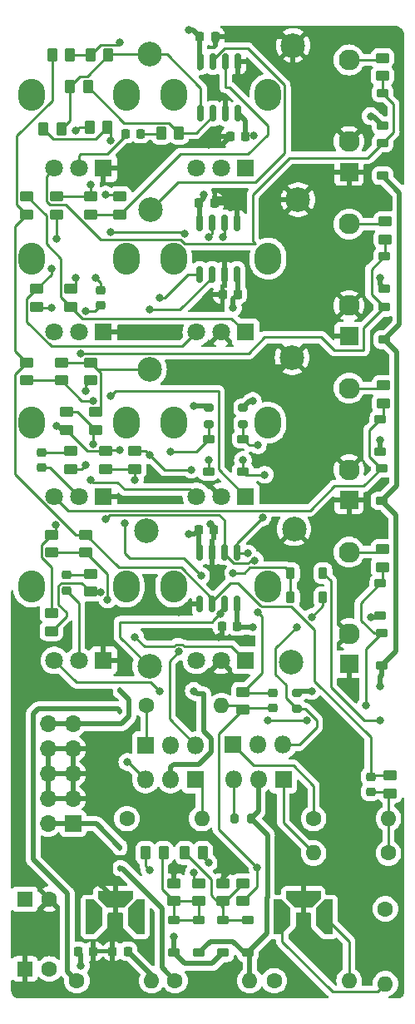
<source format=gbr>
%TF.GenerationSoftware,KiCad,Pcbnew,7.0.2-0*%
%TF.CreationDate,2023-12-08T13:33:26+01:00*%
%TF.ProjectId,output_mixer,6f757470-7574-45f6-9d69-7865722e6b69,rev?*%
%TF.SameCoordinates,Original*%
%TF.FileFunction,Copper,L1,Top*%
%TF.FilePolarity,Positive*%
%FSLAX46Y46*%
G04 Gerber Fmt 4.6, Leading zero omitted, Abs format (unit mm)*
G04 Created by KiCad (PCBNEW 7.0.2-0) date 2023-12-08 13:33:26*
%MOMM*%
%LPD*%
G01*
G04 APERTURE LIST*
G04 Aperture macros list*
%AMRoundRect*
0 Rectangle with rounded corners*
0 $1 Rounding radius*
0 $2 $3 $4 $5 $6 $7 $8 $9 X,Y pos of 4 corners*
0 Add a 4 corners polygon primitive as box body*
4,1,4,$2,$3,$4,$5,$6,$7,$8,$9,$2,$3,0*
0 Add four circle primitives for the rounded corners*
1,1,$1+$1,$2,$3*
1,1,$1+$1,$4,$5*
1,1,$1+$1,$6,$7*
1,1,$1+$1,$8,$9*
0 Add four rect primitives between the rounded corners*
20,1,$1+$1,$2,$3,$4,$5,0*
20,1,$1+$1,$4,$5,$6,$7,0*
20,1,$1+$1,$6,$7,$8,$9,0*
20,1,$1+$1,$8,$9,$2,$3,0*%
%AMFreePoly0*
4,1,15,-1.750000,0.787500,-1.743339,0.820985,-1.724372,0.849372,-1.695985,0.868339,-1.662500,0.875000,1.662500,0.875000,1.695985,0.868339,1.724372,0.849372,1.743339,0.820985,1.750000,0.787500,1.750000,0.000000,0.875000,-0.875000,-0.875000,-0.875000,-1.750000,0.000000,-1.750000,0.787500,-1.750000,0.787500,$1*%
%AMFreePoly1*
4,1,15,-1.750000,0.000000,-0.875000,0.875000,0.875000,0.875000,1.750000,0.000000,1.750000,-0.770000,1.742007,-0.810182,1.719246,-0.844246,1.685182,-0.867007,1.645000,-0.875000,-1.645000,-0.875000,-1.685182,-0.867007,-1.719246,-0.844246,-1.742007,-0.810182,-1.750000,-0.770000,-1.750000,0.000000,-1.750000,0.000000,$1*%
%AMFreePoly2*
4,1,15,-1.750000,0.000000,-0.875000,0.875000,0.875000,0.875000,1.750000,0.000000,1.750000,-0.787500,1.743339,-0.820985,1.724372,-0.849372,1.695985,-0.868339,1.662500,-0.875000,-1.662500,-0.875000,-1.695985,-0.868339,-1.724372,-0.849372,-1.743339,-0.820985,-1.750000,-0.787500,-1.750000,0.000000,-1.750000,0.000000,$1*%
G04 Aperture macros list end*
%TA.AperFunction,SMDPad,CuDef*%
%ADD10RoundRect,0.225000X-0.225000X-0.250000X0.225000X-0.250000X0.225000X0.250000X-0.225000X0.250000X0*%
%TD*%
%TA.AperFunction,ComponentPad*%
%ADD11C,1.600000*%
%TD*%
%TA.AperFunction,ComponentPad*%
%ADD12O,1.600000X1.600000*%
%TD*%
%TA.AperFunction,SMDPad,CuDef*%
%ADD13RoundRect,0.250000X0.262500X0.450000X-0.262500X0.450000X-0.262500X-0.450000X0.262500X-0.450000X0*%
%TD*%
%TA.AperFunction,SMDPad,CuDef*%
%ADD14RoundRect,0.250000X0.450000X-0.262500X0.450000X0.262500X-0.450000X0.262500X-0.450000X-0.262500X0*%
%TD*%
%TA.AperFunction,ComponentPad*%
%ADD15C,2.500000*%
%TD*%
%TA.AperFunction,SMDPad,CuDef*%
%ADD16RoundRect,0.225000X0.225000X0.250000X-0.225000X0.250000X-0.225000X-0.250000X0.225000X-0.250000X0*%
%TD*%
%TA.AperFunction,SMDPad,CuDef*%
%ADD17RoundRect,0.225000X0.375000X-0.225000X0.375000X0.225000X-0.375000X0.225000X-0.375000X-0.225000X0*%
%TD*%
%TA.AperFunction,SMDPad,CuDef*%
%ADD18RoundRect,0.250000X-0.262500X-0.450000X0.262500X-0.450000X0.262500X0.450000X-0.262500X0.450000X0*%
%TD*%
%TA.AperFunction,ComponentPad*%
%ADD19R,1.700000X1.700000*%
%TD*%
%TA.AperFunction,ComponentPad*%
%ADD20O,1.700000X1.700000*%
%TD*%
%TA.AperFunction,SMDPad,CuDef*%
%ADD21RoundRect,0.225000X-0.375000X0.225000X-0.375000X-0.225000X0.375000X-0.225000X0.375000X0.225000X0*%
%TD*%
%TA.AperFunction,SMDPad,CuDef*%
%ADD22RoundRect,0.200000X-0.200000X-0.275000X0.200000X-0.275000X0.200000X0.275000X-0.200000X0.275000X0*%
%TD*%
%TA.AperFunction,SMDPad,CuDef*%
%ADD23RoundRect,0.150000X-0.150000X0.675000X-0.150000X-0.675000X0.150000X-0.675000X0.150000X0.675000X0*%
%TD*%
%TA.AperFunction,SMDPad,CuDef*%
%ADD24RoundRect,0.200000X-0.275000X0.200000X-0.275000X-0.200000X0.275000X-0.200000X0.275000X0.200000X0*%
%TD*%
%TA.AperFunction,ComponentPad*%
%ADD25R,1.800000X1.800000*%
%TD*%
%TA.AperFunction,ComponentPad*%
%ADD26O,1.800000X1.800000*%
%TD*%
%TA.AperFunction,SMDPad,CuDef*%
%ADD27RoundRect,0.225000X0.250000X-0.225000X0.250000X0.225000X-0.250000X0.225000X-0.250000X-0.225000X0*%
%TD*%
%TA.AperFunction,SMDPad,CuDef*%
%ADD28RoundRect,0.250000X-0.450000X0.262500X-0.450000X-0.262500X0.450000X-0.262500X0.450000X0.262500X0*%
%TD*%
%TA.AperFunction,SMDPad,CuDef*%
%ADD29RoundRect,0.150000X0.150000X-0.675000X0.150000X0.675000X-0.150000X0.675000X-0.150000X-0.675000X0*%
%TD*%
%TA.AperFunction,SMDPad,CuDef*%
%ADD30RoundRect,0.225000X-0.250000X0.225000X-0.250000X-0.225000X0.250000X-0.225000X0.250000X0.225000X0*%
%TD*%
%TA.AperFunction,SMDPad,CuDef*%
%ADD31RoundRect,0.112500X-0.112500X0.187500X-0.112500X-0.187500X0.112500X-0.187500X0.112500X0.187500X0*%
%TD*%
%TA.AperFunction,SMDPad,CuDef*%
%ADD32RoundRect,0.200000X0.275000X-0.200000X0.275000X0.200000X-0.275000X0.200000X-0.275000X-0.200000X0*%
%TD*%
%TA.AperFunction,ComponentPad*%
%ADD33R,1.600000X1.600000*%
%TD*%
%TA.AperFunction,SMDPad,CuDef*%
%ADD34RoundRect,0.225000X0.225000X0.375000X-0.225000X0.375000X-0.225000X-0.375000X0.225000X-0.375000X0*%
%TD*%
%TA.AperFunction,SMDPad,CuDef*%
%ADD35RoundRect,0.112500X0.112500X-0.187500X0.112500X0.187500X-0.112500X0.187500X-0.112500X-0.187500X0*%
%TD*%
%TA.AperFunction,SMDPad,CuDef*%
%ADD36RoundRect,0.225000X-0.225000X-0.375000X0.225000X-0.375000X0.225000X0.375000X-0.225000X0.375000X0*%
%TD*%
%TA.AperFunction,ComponentPad*%
%ADD37O,2.720000X3.240000*%
%TD*%
%TA.AperFunction,ComponentPad*%
%ADD38C,1.800000*%
%TD*%
%TA.AperFunction,ComponentPad*%
%ADD39R,1.930000X1.830000*%
%TD*%
%TA.AperFunction,ComponentPad*%
%ADD40C,2.130000*%
%TD*%
%TA.AperFunction,ComponentPad*%
%ADD41FreePoly0,270.000000*%
%TD*%
%TA.AperFunction,ComponentPad*%
%ADD42FreePoly1,180.000000*%
%TD*%
%TA.AperFunction,ComponentPad*%
%ADD43FreePoly2,270.000000*%
%TD*%
%TA.AperFunction,ViaPad*%
%ADD44C,0.800000*%
%TD*%
%TA.AperFunction,Conductor*%
%ADD45C,0.250000*%
%TD*%
%TA.AperFunction,Conductor*%
%ADD46C,0.500000*%
%TD*%
G04 APERTURE END LIST*
D10*
%TO.P,C8,1*%
%TO.N,+12V*%
X256045000Y-32825000D03*
%TO.P,C8,2*%
%TO.N,GND*%
X257595000Y-32825000D03*
%TD*%
D11*
%TO.P,R1,1*%
%TO.N,Net-(D17-K)*%
X243590000Y-112000000D03*
D12*
%TO.P,R1,2*%
%TO.N,+12V*%
X251210000Y-112000000D03*
%TD*%
D13*
%TO.P,R42,1*%
%TO.N,Net-(U1A--)*%
X254012500Y-25700000D03*
%TO.P,R42,2*%
%TO.N,Net-(C23-Pad2)*%
X252187500Y-25700000D03*
%TD*%
D14*
%TO.P,R50,1*%
%TO.N,Net-(U3A--)*%
X239500000Y-43412500D03*
%TO.P,R50,2*%
%TO.N,Net-(R47-Pad1)*%
X239500000Y-41587500D03*
%TD*%
D15*
%TO.P,TP1,1,1*%
%TO.N,Net-(R21-Pad2)*%
X251000000Y-17700000D03*
%TD*%
D14*
%TO.P,R45,1*%
%TO.N,Net-(U1B--)*%
X248000000Y-34000000D03*
%TO.P,R45,2*%
%TO.N,Net-(C15-Pad2)*%
X248000000Y-32175000D03*
%TD*%
D11*
%TO.P,R26,1*%
%TO.N,Net-(C16-Pad2)*%
X275000000Y-104690000D03*
D12*
%TO.P,R26,2*%
%TO.N,Net-(J5-PadT)*%
X275000000Y-112310000D03*
%TD*%
D16*
%TO.P,C5,1*%
%TO.N,GND*%
X245275000Y-109000000D03*
%TO.P,C5,2*%
%TO.N,-12V*%
X243725000Y-109000000D03*
%TD*%
D17*
%TO.P,D6,1,K*%
%TO.N,+12V*%
X274500000Y-58150000D03*
%TO.P,D6,2,A*%
%TO.N,Net-(D5-K)*%
X274500000Y-54850000D03*
%TD*%
D18*
%TO.P,R27,1*%
%TO.N,Net-(R23-Pad1)*%
X244987500Y-17800000D03*
%TO.P,R27,2*%
%TO.N,Net-(R21-Pad2)*%
X246812500Y-17800000D03*
%TD*%
D19*
%TO.P,CONN1,1,Pin_1*%
%TO.N,Net-(CONN1-Pin_1)*%
X243200000Y-96000000D03*
D20*
%TO.P,CONN1,2,Pin_2*%
X240660000Y-96000000D03*
%TO.P,CONN1,3,Pin_3*%
%TO.N,GND*%
X243200000Y-93460000D03*
%TO.P,CONN1,4,Pin_4*%
X240660000Y-93460000D03*
%TO.P,CONN1,5,Pin_5*%
X243200000Y-90920000D03*
%TO.P,CONN1,6,Pin_6*%
X240660000Y-90920000D03*
%TO.P,CONN1,7,Pin_7*%
X243200000Y-88380000D03*
%TO.P,CONN1,8,Pin_8*%
X240660000Y-88380000D03*
%TO.P,CONN1,9,Pin_9*%
%TO.N,Net-(CONN1-Pin_10)*%
X243200000Y-85840000D03*
%TO.P,CONN1,10,Pin_10*%
X240660000Y-85840000D03*
%TD*%
D14*
%TO.P,R17,1*%
%TO.N,Net-(R17-Pad1)*%
X241000000Y-68412500D03*
%TO.P,R17,2*%
%TO.N,Net-(R13-Pad1)*%
X241000000Y-66587500D03*
%TD*%
%TO.P,R48,1*%
%TO.N,Net-(R48-Pad1)*%
X243000000Y-43412500D03*
%TO.P,R48,2*%
%TO.N,Net-(R46-Pad1)*%
X243000000Y-41587500D03*
%TD*%
D21*
%TO.P,D5,1,K*%
%TO.N,Net-(D5-K)*%
X274600000Y-59850000D03*
%TO.P,D5,2,A*%
%TO.N,-12V*%
X274600000Y-63150000D03*
%TD*%
D22*
%TO.P,R35,1*%
%TO.N,Net-(D14-K)*%
X259675000Y-95500000D03*
%TO.P,R35,2*%
%TO.N,-12V*%
X261325000Y-95500000D03*
%TD*%
D23*
%TO.P,U3,1*%
%TO.N,Net-(D10-A)*%
X259905000Y-68375000D03*
%TO.P,U3,2,-*%
%TO.N,Net-(U3A--)*%
X258635000Y-68375000D03*
%TO.P,U3,3,+*%
%TO.N,GND*%
X257365000Y-68375000D03*
%TO.P,U3,4,V-*%
%TO.N,-12V*%
X256095000Y-68375000D03*
%TO.P,U3,5,+*%
%TO.N,GND*%
X256095000Y-73625000D03*
%TO.P,U3,6,-*%
%TO.N,Net-(U3B--)*%
X257365000Y-73625000D03*
%TO.P,U3,7*%
%TO.N,Net-(D13-K)*%
X258635000Y-73625000D03*
%TO.P,U3,8,V+*%
%TO.N,+12V*%
X259905000Y-73625000D03*
%TD*%
D24*
%TO.P,R34,1*%
%TO.N,+12V*%
X266000000Y-82675000D03*
%TO.P,R34,2*%
%TO.N,Net-(D13-A)*%
X266000000Y-84325000D03*
%TD*%
D18*
%TO.P,R21,1*%
%TO.N,Net-(R21-Pad1)*%
X240187500Y-25300000D03*
%TO.P,R21,2*%
%TO.N,Net-(R21-Pad2)*%
X242012500Y-25300000D03*
%TD*%
D21*
%TO.P,D3,1,K*%
%TO.N,Net-(D3-K)*%
X274900000Y-43450000D03*
%TO.P,D3,2,A*%
%TO.N,-12V*%
X274900000Y-46750000D03*
%TD*%
D25*
%TO.P,Q3,1,E*%
%TO.N,Net-(Q3-E)*%
X255700000Y-91525000D03*
D26*
%TO.P,Q3,2,C*%
%TO.N,-12V*%
X253160000Y-91525000D03*
%TO.P,Q3,3,B*%
%TO.N,Net-(D10-K)*%
X250620000Y-91525000D03*
%TD*%
D16*
%TO.P,C13,1*%
%TO.N,GND*%
X257530000Y-66124999D03*
%TO.P,C13,2*%
%TO.N,-12V*%
X255980000Y-66124999D03*
%TD*%
D18*
%TO.P,R31,1*%
%TO.N,Net-(U3B--)*%
X241087500Y-17800000D03*
%TO.P,R31,2*%
%TO.N,Net-(R23-Pad1)*%
X242912500Y-17800000D03*
%TD*%
D15*
%TO.P,TP2,1,1*%
%TO.N,Net-(R46-Pad1)*%
X251100000Y-33500000D03*
%TD*%
D14*
%TO.P,R16,1*%
%TO.N,Net-(R16-Pad1)*%
X249500000Y-59912500D03*
%TO.P,R16,2*%
%TO.N,Net-(R13-Pad1)*%
X249500000Y-58087500D03*
%TD*%
D21*
%TO.P,D11,1,K*%
%TO.N,Net-(D11-K)*%
X261000000Y-105850000D03*
%TO.P,D11,2,A*%
%TO.N,-12V*%
X261000000Y-109150000D03*
%TD*%
D15*
%TO.P,TP3,1,1*%
%TO.N,Net-(D10-A)*%
X265400000Y-79600000D03*
%TD*%
D25*
%TO.P,Q5,1,E*%
%TO.N,Net-(Q5-E)*%
X264600000Y-91525000D03*
D26*
%TO.P,Q5,2,C*%
%TO.N,-12V*%
X262060000Y-91525000D03*
%TO.P,Q5,3,B*%
%TO.N,Net-(D14-K)*%
X259520000Y-91525000D03*
%TD*%
D11*
%TO.P,R36,1*%
%TO.N,Net-(Q4-E)*%
X267690000Y-95500000D03*
D12*
%TO.P,R36,2*%
%TO.N,Net-(C17-Pad2)*%
X275310000Y-95500000D03*
%TD*%
D14*
%TO.P,R15,1*%
%TO.N,Net-(R15-Pad1)*%
X242000000Y-50912500D03*
%TO.P,R15,2*%
%TO.N,Net-(R12-Pad1)*%
X242000000Y-49087500D03*
%TD*%
D27*
%TO.P,C1,1*%
%TO.N,Net-(C1-Pad1)*%
X240000000Y-59775000D03*
%TO.P,C1,2*%
%TO.N,Net-(C1-Pad2)*%
X240000000Y-58225000D03*
%TD*%
D28*
%TO.P,R3,1*%
%TO.N,Net-(J3-PadT)*%
X274800000Y-51400000D03*
%TO.P,R3,2*%
%TO.N,Net-(D5-K)*%
X274800000Y-53225000D03*
%TD*%
D11*
%TO.P,R2,1*%
%TO.N,Net-(D18-A)*%
X253580000Y-112000000D03*
D12*
%TO.P,R2,2*%
%TO.N,-12V*%
X261200000Y-112000000D03*
%TD*%
D21*
%TO.P,D1,1,K*%
%TO.N,Net-(D1-K)*%
X274700000Y-26750000D03*
%TO.P,D1,2,A*%
%TO.N,-12V*%
X274700000Y-30050000D03*
%TD*%
D28*
%TO.P,R12,1*%
%TO.N,Net-(R12-Pad1)*%
X245000000Y-49087500D03*
%TO.P,R12,2*%
%TO.N,Net-(U2A--)*%
X245000000Y-50912500D03*
%TD*%
D17*
%TO.P,D8,1,K*%
%TO.N,+12V*%
X274500000Y-74850000D03*
%TO.P,D8,2,A*%
%TO.N,Net-(D7-K)*%
X274500000Y-71550000D03*
%TD*%
D18*
%TO.P,R30,1*%
%TO.N,Net-(D11-K)*%
X254587500Y-99000000D03*
%TO.P,R30,2*%
%TO.N,Net-(J6-PadT)*%
X256412500Y-99000000D03*
%TD*%
D13*
%TO.P,R59,1*%
%TO.N,Net-(D15-K)*%
X252412500Y-99000000D03*
%TO.P,R59,2*%
%TO.N,Net-(J6-PadR)*%
X250587500Y-99000000D03*
%TD*%
D28*
%TO.P,R13,1*%
%TO.N,Net-(R13-Pad1)*%
X241000000Y-74587500D03*
%TO.P,R13,2*%
%TO.N,Net-(U2B--)*%
X241000000Y-76412500D03*
%TD*%
D15*
%TO.P,TP6,1,1*%
%TO.N,GND*%
X266100000Y-32500000D03*
%TD*%
D29*
%TO.P,U2,1*%
%TO.N,Net-(R12-Pad1)*%
X256095000Y-40125000D03*
%TO.P,U2,2,-*%
%TO.N,Net-(U2A--)*%
X257365000Y-40125000D03*
%TO.P,U2,3,+*%
%TO.N,GND*%
X258635000Y-40125000D03*
%TO.P,U2,4,V-*%
%TO.N,-12V*%
X259905000Y-40125000D03*
%TO.P,U2,5,+*%
%TO.N,GND*%
X259905000Y-34875000D03*
%TO.P,U2,6,-*%
%TO.N,Net-(U2B--)*%
X258635000Y-34875000D03*
%TO.P,U2,7*%
%TO.N,Net-(R13-Pad1)*%
X257365000Y-34875000D03*
%TO.P,U2,8,V+*%
%TO.N,+12V*%
X256095000Y-34875000D03*
%TD*%
D30*
%TO.P,C16,1*%
%TO.N,Net-(U3A--)*%
X263500000Y-82725000D03*
%TO.P,C16,2*%
%TO.N,Net-(C16-Pad2)*%
X263500000Y-84275000D03*
%TD*%
D14*
%TO.P,R47,1*%
%TO.N,Net-(R47-Pad1)*%
X241500000Y-34000000D03*
%TO.P,R47,2*%
%TO.N,Net-(R46-Pad1)*%
X241500000Y-32175000D03*
%TD*%
D17*
%TO.P,D16,1,K*%
%TO.N,+12V*%
X253500000Y-109150000D03*
%TO.P,D16,2,A*%
%TO.N,Net-(D15-K)*%
X253500000Y-105850000D03*
%TD*%
D28*
%TO.P,R32,1*%
%TO.N,Net-(J2-PadT)*%
X275000000Y-34700000D03*
%TO.P,R32,2*%
%TO.N,Net-(D3-K)*%
X275000000Y-36525000D03*
%TD*%
D10*
%TO.P,C9,1*%
%TO.N,GND*%
X258420000Y-42125000D03*
%TO.P,C9,2*%
%TO.N,-12V*%
X259970000Y-42125000D03*
%TD*%
D24*
%TO.P,R19,1*%
%TO.N,+12V*%
X260500000Y-53675000D03*
%TO.P,R19,2*%
%TO.N,Net-(D9-A)*%
X260500000Y-55325000D03*
%TD*%
D31*
%TO.P,D18,1,K*%
%TO.N,Net-(CONN1-Pin_1)*%
X248000000Y-98450000D03*
%TO.P,D18,2,A*%
%TO.N,Net-(D18-A)*%
X248000000Y-100550000D03*
%TD*%
D18*
%TO.P,R43,1*%
%TO.N,Net-(R21-Pad2)*%
X242887500Y-21000000D03*
%TO.P,R43,2*%
%TO.N,Net-(U1A--)*%
X244712500Y-21000000D03*
%TD*%
%TO.P,R22,1*%
%TO.N,Net-(U3A--)*%
X244887500Y-25100000D03*
%TO.P,R22,2*%
%TO.N,Net-(R21-Pad1)*%
X246712500Y-25100000D03*
%TD*%
D21*
%TO.P,D15,1,K*%
%TO.N,Net-(D15-K)*%
X256000000Y-105850000D03*
%TO.P,D15,2,A*%
%TO.N,-12V*%
X256000000Y-109150000D03*
%TD*%
D10*
%TO.P,C6,1*%
%TO.N,+12V*%
X256125000Y-15900000D03*
%TO.P,C6,2*%
%TO.N,GND*%
X257675000Y-15900000D03*
%TD*%
D15*
%TO.P,TP5,1,1*%
%TO.N,GND*%
X265600000Y-16800000D03*
%TD*%
D11*
%TO.P,R38,1*%
%TO.N,Net-(C17-Pad2)*%
X263690000Y-112000000D03*
D12*
%TO.P,R38,2*%
%TO.N,Net-(J5-PadR)*%
X271310000Y-112000000D03*
%TD*%
D28*
%TO.P,R55,1*%
%TO.N,Net-(U3B--)*%
X238500000Y-49087500D03*
%TO.P,R55,2*%
%TO.N,Net-(R15-Pad1)*%
X238500000Y-50912500D03*
%TD*%
D14*
%TO.P,R54,1*%
%TO.N,Net-(U3A--)*%
X242500000Y-55912500D03*
%TO.P,R54,2*%
%TO.N,Net-(R14-Pad1)*%
X242500000Y-54087500D03*
%TD*%
%TO.P,R33,1*%
%TO.N,Net-(C17-Pad2)*%
X275500000Y-92912500D03*
%TO.P,R33,2*%
%TO.N,Net-(U3B--)*%
X275500000Y-91087500D03*
%TD*%
D25*
%TO.P,Q2,1,E*%
%TO.N,Net-(Q2-E)*%
X250620000Y-88025000D03*
D26*
%TO.P,Q2,2,C*%
%TO.N,+12V*%
X253160000Y-88025000D03*
%TO.P,Q2,3,B*%
%TO.N,Net-(D9-A)*%
X255700000Y-88025000D03*
%TD*%
D28*
%TO.P,R46,1*%
%TO.N,Net-(R46-Pad1)*%
X245000000Y-32175000D03*
%TO.P,R46,2*%
%TO.N,Net-(U1B--)*%
X245000000Y-34000000D03*
%TD*%
D16*
%TO.P,C12,1*%
%TO.N,+12V*%
X259930000Y-75925000D03*
%TO.P,C12,2*%
%TO.N,GND*%
X258380000Y-75925000D03*
%TD*%
D28*
%TO.P,R58,1*%
%TO.N,GND*%
X253500000Y-102087500D03*
%TO.P,R58,2*%
%TO.N,Net-(D15-K)*%
X253500000Y-103912500D03*
%TD*%
D27*
%TO.P,C15,1*%
%TO.N,Net-(C15-Pad1)*%
X246000000Y-43275000D03*
%TO.P,C15,2*%
%TO.N,Net-(C15-Pad2)*%
X246000000Y-41725000D03*
%TD*%
D32*
%TO.P,R20,1*%
%TO.N,Net-(D10-K)*%
X257000000Y-55325000D03*
%TO.P,R20,2*%
%TO.N,-12V*%
X257000000Y-53675000D03*
%TD*%
D28*
%TO.P,R56,1*%
%TO.N,Net-(U3A--)*%
X246500000Y-58087500D03*
%TO.P,R56,2*%
%TO.N,Net-(R16-Pad1)*%
X246500000Y-59912500D03*
%TD*%
D21*
%TO.P,D10,1,K*%
%TO.N,Net-(D10-K)*%
X257000000Y-56850000D03*
%TO.P,D10,2,A*%
%TO.N,Net-(D10-A)*%
X257000000Y-60150000D03*
%TD*%
D14*
%TO.P,R51,1*%
%TO.N,Net-(U3B--)*%
X238500000Y-34000000D03*
%TO.P,R51,2*%
%TO.N,Net-(R48-Pad1)*%
X238500000Y-32175000D03*
%TD*%
D33*
%TO.P,C2,1*%
%TO.N,+12V*%
X238300000Y-103700000D03*
D11*
%TO.P,C2,2*%
%TO.N,GND*%
X240800000Y-103700000D03*
%TD*%
D15*
%TO.P,TP8,1,1*%
%TO.N,GND*%
X265500000Y-48600000D03*
%TD*%
D11*
%TO.P,R37,1*%
%TO.N,Net-(C17-Pad2)*%
X275310000Y-99000000D03*
D12*
%TO.P,R37,2*%
%TO.N,Net-(Q5-E)*%
X267690000Y-99000000D03*
%TD*%
D14*
%TO.P,R28,1*%
%TO.N,Net-(C16-Pad2)*%
X260500000Y-103912500D03*
%TO.P,R28,2*%
%TO.N,Net-(D11-K)*%
X260500000Y-102087500D03*
%TD*%
D11*
%TO.P,R24,1*%
%TO.N,Net-(C16-Pad2)*%
X248690000Y-95500000D03*
D12*
%TO.P,R24,2*%
%TO.N,Net-(Q3-E)*%
X256310000Y-95500000D03*
%TD*%
D15*
%TO.P,TP7,1,1*%
%TO.N,GND*%
X265700000Y-66000000D03*
%TD*%
D29*
%TO.P,U1,1*%
%TO.N,Net-(R21-Pad2)*%
X256195000Y-23725000D03*
%TO.P,U1,2,-*%
%TO.N,Net-(U1A--)*%
X257465000Y-23725000D03*
%TO.P,U1,3,+*%
%TO.N,GND*%
X258735000Y-23725000D03*
%TO.P,U1,4,V-*%
%TO.N,-12V*%
X260005000Y-23725000D03*
%TO.P,U1,5,+*%
%TO.N,GND*%
X260005000Y-18475000D03*
%TO.P,U1,6,-*%
%TO.N,Net-(U1B--)*%
X258735000Y-18475000D03*
%TO.P,U1,7*%
%TO.N,Net-(R46-Pad1)*%
X257465000Y-18475000D03*
%TO.P,U1,8,V+*%
%TO.N,+12V*%
X256195000Y-18475000D03*
%TD*%
D10*
%TO.P,C7,1*%
%TO.N,GND*%
X259225000Y-26100000D03*
%TO.P,C7,2*%
%TO.N,-12V*%
X260775000Y-26100000D03*
%TD*%
D28*
%TO.P,R4,1*%
%TO.N,Net-(J4-PadT)*%
X274700000Y-68087500D03*
%TO.P,R4,2*%
%TO.N,Net-(D7-K)*%
X274700000Y-69912500D03*
%TD*%
%TO.P,R39,1*%
%TO.N,Net-(C17-Pad2)*%
X256000000Y-102087500D03*
%TO.P,R39,2*%
%TO.N,Net-(D15-K)*%
X256000000Y-103912500D03*
%TD*%
D10*
%TO.P,C23,1*%
%TO.N,Net-(C23-Pad1)*%
X248525000Y-25800000D03*
%TO.P,C23,2*%
%TO.N,Net-(C23-Pad2)*%
X250075000Y-25800000D03*
%TD*%
D15*
%TO.P,TP10,1,1*%
%TO.N,Net-(R13-Pad1)*%
X250700000Y-66200000D03*
%TD*%
D14*
%TO.P,R14,1*%
%TO.N,Net-(R14-Pad1)*%
X245500000Y-55912500D03*
%TO.P,R14,2*%
%TO.N,Net-(R12-Pad1)*%
X245500000Y-54087500D03*
%TD*%
%TO.P,R7,1*%
%TO.N,Net-(U2A--)*%
X243000000Y-59912500D03*
%TO.P,R7,2*%
%TO.N,Net-(C1-Pad2)*%
X243000000Y-58087500D03*
%TD*%
D25*
%TO.P,Q4,1,E*%
%TO.N,Net-(Q4-E)*%
X259500000Y-88000000D03*
D26*
%TO.P,Q4,2,C*%
%TO.N,+12V*%
X262040000Y-88000000D03*
%TO.P,Q4,3,B*%
%TO.N,Net-(D13-A)*%
X264580000Y-88000000D03*
%TD*%
D11*
%TO.P,R25,1*%
%TO.N,Net-(Q2-E)*%
X250690000Y-84000000D03*
D12*
%TO.P,R25,2*%
%TO.N,Net-(C16-Pad2)*%
X258310000Y-84000000D03*
%TD*%
D14*
%TO.P,R18,1*%
%TO.N,Net-(C16-Pad2)*%
X260500000Y-84412500D03*
%TO.P,R18,2*%
%TO.N,Net-(U3A--)*%
X260500000Y-82587500D03*
%TD*%
D15*
%TO.P,TP9,1,1*%
%TO.N,Net-(R12-Pad1)*%
X251000000Y-49800000D03*
%TD*%
D28*
%TO.P,R57,1*%
%TO.N,Net-(U3B--)*%
X244500000Y-66587500D03*
%TO.P,R57,2*%
%TO.N,Net-(R17-Pad1)*%
X244500000Y-68412500D03*
%TD*%
%TO.P,R40,1*%
%TO.N,Net-(J1-PadT)*%
X274700000Y-18075000D03*
%TO.P,R40,2*%
%TO.N,Net-(D1-K)*%
X274700000Y-19900000D03*
%TD*%
D15*
%TO.P,TP4,1,1*%
%TO.N,Net-(D13-K)*%
X251000000Y-80000000D03*
%TD*%
D17*
%TO.P,D9,1,K*%
%TO.N,Net-(D10-A)*%
X260500000Y-60150000D03*
%TO.P,D9,2,A*%
%TO.N,Net-(D9-A)*%
X260500000Y-56850000D03*
%TD*%
D30*
%TO.P,C17,1*%
%TO.N,Net-(U3B--)*%
X273500000Y-91225000D03*
%TO.P,C17,2*%
%TO.N,Net-(C17-Pad2)*%
X273500000Y-92775000D03*
%TD*%
D14*
%TO.P,R8,1*%
%TO.N,Net-(U2B--)*%
X245000000Y-72412500D03*
%TO.P,R8,2*%
%TO.N,Net-(C14-Pad2)*%
X245000000Y-70587500D03*
%TD*%
D34*
%TO.P,D14,1,K*%
%TO.N,Net-(D14-K)*%
X268650000Y-70500000D03*
%TO.P,D14,2,A*%
%TO.N,Net-(D13-K)*%
X265350000Y-70500000D03*
%TD*%
D35*
%TO.P,D17,1,K*%
%TO.N,Net-(D17-K)*%
X248000000Y-84550000D03*
%TO.P,D17,2,A*%
%TO.N,Net-(CONN1-Pin_10)*%
X248000000Y-82450000D03*
%TD*%
D17*
%TO.P,D2,1,K*%
%TO.N,+12V*%
X274700000Y-24950000D03*
%TO.P,D2,2,A*%
%TO.N,Net-(D1-K)*%
X274700000Y-21650000D03*
%TD*%
D36*
%TO.P,D13,1,K*%
%TO.N,Net-(D13-K)*%
X265350000Y-73000000D03*
%TO.P,D13,2,A*%
%TO.N,Net-(D13-A)*%
X268650000Y-73000000D03*
%TD*%
D16*
%TO.P,C4,1*%
%TO.N,+12V*%
X248775000Y-109000000D03*
%TO.P,C4,2*%
%TO.N,GND*%
X247225000Y-109000000D03*
%TD*%
D33*
%TO.P,C3,1*%
%TO.N,GND*%
X238300000Y-110800000D03*
D11*
%TO.P,C3,2*%
%TO.N,-12V*%
X240800000Y-110800000D03*
%TD*%
D17*
%TO.P,D4,1,K*%
%TO.N,+12V*%
X274900000Y-41550000D03*
%TO.P,D4,2,A*%
%TO.N,Net-(D3-K)*%
X274900000Y-38250000D03*
%TD*%
D28*
%TO.P,R29,1*%
%TO.N,GND*%
X258500000Y-102087500D03*
%TO.P,R29,2*%
%TO.N,Net-(D11-K)*%
X258500000Y-103912500D03*
%TD*%
D27*
%TO.P,C14,1*%
%TO.N,Net-(C14-Pad1)*%
X242500000Y-72275000D03*
%TO.P,C14,2*%
%TO.N,Net-(C14-Pad2)*%
X242500000Y-70725000D03*
%TD*%
D17*
%TO.P,D12,1,K*%
%TO.N,+12V*%
X258500000Y-109150000D03*
%TO.P,D12,2,A*%
%TO.N,Net-(D11-K)*%
X258500000Y-105850000D03*
%TD*%
D21*
%TO.P,D7,1,K*%
%TO.N,Net-(D7-K)*%
X274600000Y-76650000D03*
%TO.P,D7,2,A*%
%TO.N,-12V*%
X274600000Y-79950000D03*
%TD*%
D37*
%TO.P,R44,*%
%TO.N,*%
X239000000Y-38500000D03*
X248600000Y-38500000D03*
D25*
%TO.P,R44,1,1*%
%TO.N,GND*%
X246300000Y-46000000D03*
D38*
%TO.P,R44,2,2*%
%TO.N,Net-(C15-Pad1)*%
X243800000Y-46000000D03*
%TO.P,R44,3,3*%
%TO.N,Net-(D3-K)*%
X241300000Y-46000000D03*
%TD*%
D37*
%TO.P,R6,*%
%TO.N,*%
X239000000Y-71900000D03*
X248600000Y-71900000D03*
D25*
%TO.P,R6,1,1*%
%TO.N,GND*%
X246300000Y-79400000D03*
D38*
%TO.P,R6,2,2*%
%TO.N,Net-(C14-Pad1)*%
X243800000Y-79400000D03*
%TO.P,R6,3,3*%
%TO.N,Net-(D7-K)*%
X241300000Y-79400000D03*
%TD*%
D39*
%TO.P,J2,S*%
%TO.N,GND*%
X271300000Y-46380000D03*
D40*
%TO.P,J2,T*%
%TO.N,Net-(J2-PadT)*%
X271300000Y-34980000D03*
%TO.P,J2,TN*%
%TO.N,GND*%
X271300000Y-43280000D03*
%TD*%
D41*
%TO.P,J6,R*%
%TO.N,Net-(J6-PadR)*%
X249650000Y-105500000D03*
D42*
%TO.P,J6,S*%
%TO.N,GND*%
X247500000Y-103700000D03*
D43*
%TO.P,J6,T*%
%TO.N,Net-(J6-PadT)*%
X245350000Y-105500000D03*
%TD*%
D37*
%TO.P,R5,*%
%TO.N,*%
X239000000Y-55200000D03*
X248600000Y-55200000D03*
D25*
%TO.P,R5,1,1*%
%TO.N,GND*%
X246300000Y-62700000D03*
D38*
%TO.P,R5,2,2*%
%TO.N,Net-(C1-Pad1)*%
X243800000Y-62700000D03*
%TO.P,R5,3,3*%
%TO.N,Net-(D5-K)*%
X241300000Y-62700000D03*
%TD*%
D37*
%TO.P,R41,*%
%TO.N,*%
X239000000Y-21800000D03*
X248600000Y-21800000D03*
D25*
%TO.P,R41,1,1*%
%TO.N,GND*%
X246300000Y-29300000D03*
D38*
%TO.P,R41,2,2*%
%TO.N,Net-(C23-Pad1)*%
X243800000Y-29300000D03*
%TO.P,R41,3,3*%
%TO.N,Net-(D1-K)*%
X241300000Y-29300000D03*
%TD*%
D37*
%TO.P,R52,*%
%TO.N,*%
X253455000Y-55200000D03*
X263055000Y-55200000D03*
D25*
%TO.P,R52,1,1*%
%TO.N,Net-(R15-Pad1)*%
X260755000Y-62700000D03*
D38*
%TO.P,R52,2,2*%
%TO.N,GND*%
X258255000Y-62700000D03*
%TO.P,R52,3,3*%
%TO.N,Net-(R14-Pad1)*%
X255755000Y-62700000D03*
%TD*%
D41*
%TO.P,J5,R*%
%TO.N,Net-(J5-PadR)*%
X268800000Y-105500000D03*
D42*
%TO.P,J5,S*%
%TO.N,GND*%
X266650000Y-103700000D03*
D43*
%TO.P,J5,T*%
%TO.N,Net-(J5-PadT)*%
X264500000Y-105500000D03*
%TD*%
D37*
%TO.P,R49,*%
%TO.N,*%
X253455000Y-38500000D03*
X263055000Y-38500000D03*
D25*
%TO.P,R49,1,1*%
%TO.N,Net-(R48-Pad1)*%
X260755000Y-46000000D03*
D38*
%TO.P,R49,2,2*%
%TO.N,GND*%
X258255000Y-46000000D03*
%TO.P,R49,3,3*%
%TO.N,Net-(R47-Pad1)*%
X255755000Y-46000000D03*
%TD*%
D39*
%TO.P,J3,S*%
%TO.N,GND*%
X271300000Y-63080000D03*
D40*
%TO.P,J3,T*%
%TO.N,Net-(J3-PadT)*%
X271300000Y-51680000D03*
%TO.P,J3,TN*%
%TO.N,GND*%
X271300000Y-59980000D03*
%TD*%
D39*
%TO.P,J1,S*%
%TO.N,GND*%
X271300000Y-29680000D03*
D40*
%TO.P,J1,T*%
%TO.N,Net-(J1-PadT)*%
X271300000Y-18280000D03*
%TO.P,J1,TN*%
%TO.N,GND*%
X271300000Y-26580000D03*
%TD*%
D37*
%TO.P,R53,*%
%TO.N,*%
X253455000Y-71900000D03*
X263055000Y-71900000D03*
D25*
%TO.P,R53,1,1*%
%TO.N,Net-(R17-Pad1)*%
X260755000Y-79400000D03*
D38*
%TO.P,R53,2,2*%
%TO.N,GND*%
X258255000Y-79400000D03*
%TO.P,R53,3,3*%
%TO.N,Net-(R16-Pad1)*%
X255755000Y-79400000D03*
%TD*%
D37*
%TO.P,R23,*%
%TO.N,*%
X253455000Y-21800000D03*
X263055000Y-21800000D03*
D25*
%TO.P,R23,1,1*%
%TO.N,Net-(R23-Pad1)*%
X260755000Y-29300000D03*
D38*
%TO.P,R23,2,2*%
%TO.N,GND*%
X258255000Y-29300000D03*
%TO.P,R23,3,3*%
%TO.N,Net-(R21-Pad1)*%
X255755000Y-29300000D03*
%TD*%
D39*
%TO.P,J4,S*%
%TO.N,GND*%
X271300000Y-79780000D03*
D40*
%TO.P,J4,T*%
%TO.N,Net-(J4-PadT)*%
X271300000Y-68380000D03*
%TO.P,J4,TN*%
%TO.N,GND*%
X271300000Y-76680000D03*
%TD*%
D44*
%TO.N,+12V*%
X253500000Y-107500000D03*
X273500000Y-24000000D03*
X274500000Y-40500000D03*
X273500000Y-75000000D03*
X261500000Y-76000000D03*
X261500000Y-53000000D03*
X274500000Y-57000000D03*
X256500000Y-32000000D03*
X255000000Y-15200000D03*
X267500000Y-82500000D03*
%TO.N,GND*%
X258500000Y-22000000D03*
X257158206Y-65499500D03*
X257500000Y-71000000D03*
X259000000Y-32450500D03*
X254000000Y-74500000D03*
X258000000Y-77000000D03*
X243500000Y-102000000D03*
X260500000Y-20500000D03*
X257000000Y-26950500D03*
X262500000Y-32450500D03*
X253500000Y-100924500D03*
X254000000Y-76500000D03*
X258500000Y-49500000D03*
X257675000Y-16249500D03*
X259500000Y-100500000D03*
%TO.N,-12V*%
X255500000Y-53500000D03*
X259500000Y-43500000D03*
X274500000Y-82000000D03*
X255500000Y-82500000D03*
X255000000Y-66500000D03*
X244011727Y-110457096D03*
X261600000Y-26000000D03*
%TO.N,Net-(C15-Pad1)*%
X244500000Y-43850500D03*
%TO.N,Net-(C15-Pad2)*%
X245500000Y-40500000D03*
X246500000Y-32000000D03*
%TO.N,Net-(U3A--)*%
X243500000Y-25500000D03*
X261998635Y-74501796D03*
X246500000Y-65000000D03*
X241000000Y-43500000D03*
X241500000Y-55500000D03*
X261706755Y-69206755D03*
X248000000Y-58000000D03*
%TO.N,Net-(C16-Pad2)*%
X261950500Y-100500000D03*
%TO.N,Net-(C17-Pad2)*%
X255500000Y-101000000D03*
%TO.N,Net-(D3-K)*%
X244000000Y-48149500D03*
%TO.N,Net-(D7-K)*%
X267000000Y-85500000D03*
X252000000Y-82500000D03*
X273000000Y-84000000D03*
X263000000Y-85500000D03*
%TO.N,Net-(D10-A)*%
X257000000Y-59000000D03*
X262500000Y-64849500D03*
X260500000Y-59000000D03*
X262724500Y-60500000D03*
X261000000Y-68500000D03*
%TO.N,Net-(D9-A)*%
X254000000Y-78500000D03*
X262000000Y-57500000D03*
%TO.N,Net-(D10-K)*%
X253155500Y-58114941D03*
X248734375Y-89734375D03*
%TO.N,Net-(D13-K)*%
X259500000Y-70500000D03*
X258177496Y-74650500D03*
%TO.N,Net-(D13-A)*%
X266000000Y-76000000D03*
X267512299Y-74987701D03*
%TO.N,Net-(D14-K)*%
X274500000Y-85500000D03*
%TO.N,Net-(J6-PadR)*%
X251000000Y-100724500D03*
%TO.N,Net-(J6-PadT)*%
X257000000Y-100000000D03*
%TO.N,Net-(U2A--)*%
X244500000Y-59500000D03*
X244500000Y-52000000D03*
X251000000Y-43717359D03*
%TO.N,Net-(U2B--)*%
X258500000Y-36275500D03*
X254537074Y-35940712D03*
X247000000Y-35830500D03*
X246000000Y-72500000D03*
%TO.N,Net-(R12-Pad1)*%
X252000000Y-42500000D03*
%TO.N,Net-(R13-Pad1)*%
X241421495Y-65578505D03*
X251000000Y-58500000D03*
X255254500Y-60000000D03*
X257000000Y-36275500D03*
%TO.N,Net-(R14-Pad1)*%
X245000000Y-61000000D03*
X245224500Y-57363000D03*
%TO.N,Net-(R15-Pad1)*%
X247000000Y-52500000D03*
X245224500Y-52975500D03*
%TO.N,Net-(R16-Pad1)*%
X248500000Y-65475500D03*
X249500000Y-61000000D03*
X256262299Y-70762299D03*
%TO.N,Net-(R17-Pad1)*%
X249500000Y-77000000D03*
X246706755Y-73206755D03*
%TO.N,Net-(R21-Pad1)*%
X247000000Y-26500000D03*
%TO.N,Net-(R23-Pad1)*%
X248000000Y-16500000D03*
%TO.N,Net-(R46-Pad1)*%
X243500000Y-40500000D03*
X245000000Y-31000000D03*
%TO.N,Net-(R47-Pad1)*%
X241500000Y-36500000D03*
X241000000Y-39500000D03*
%TD*%
D45*
%TO.N,Net-(C1-Pad1)*%
X240875000Y-59775000D02*
X243800000Y-62700000D01*
X240000000Y-59775000D02*
X240875000Y-59775000D01*
%TO.N,Net-(C1-Pad2)*%
X240000000Y-58225000D02*
X242862500Y-58225000D01*
D46*
%TO.N,+12V*%
X251210000Y-111435000D02*
X248775000Y-109000000D01*
X261500000Y-76000000D02*
X260005000Y-76000000D01*
X274500000Y-57000000D02*
X274500000Y-58150000D01*
X266175000Y-82500000D02*
X266000000Y-82675000D01*
X255425000Y-15200000D02*
X256125000Y-15900000D01*
X254600000Y-110250000D02*
X253500000Y-109150000D01*
X256095000Y-32612563D02*
X256095000Y-34875000D01*
X267500000Y-82500000D02*
X266175000Y-82500000D01*
X261175000Y-53000000D02*
X260500000Y-53675000D01*
X274500000Y-40500000D02*
X274500000Y-41150000D01*
X253500000Y-107500000D02*
X253500000Y-109150000D01*
X257400000Y-110250000D02*
X254600000Y-110250000D01*
X273500000Y-24000000D02*
X273750000Y-24000000D01*
X273500000Y-75000000D02*
X274350000Y-75000000D01*
X251210000Y-112000000D02*
X251210000Y-111435000D01*
X273750000Y-24000000D02*
X274700000Y-24950000D01*
X259930000Y-75925000D02*
X259930000Y-73650000D01*
X256500000Y-32000000D02*
X256500000Y-32370000D01*
X258500000Y-109150000D02*
X257400000Y-110250000D01*
X255000000Y-15200000D02*
X255425000Y-15200000D01*
X274500000Y-41150000D02*
X274900000Y-41550000D01*
X256125000Y-19091371D02*
X256125000Y-15900000D01*
X256500000Y-32370000D02*
X256045000Y-32825000D01*
X261500000Y-53000000D02*
X261175000Y-53000000D01*
%TO.N,GND*%
X258735000Y-23725000D02*
X258735000Y-22235000D01*
X258500000Y-101500000D02*
X259500000Y-100500000D01*
X240660000Y-90920000D02*
X243200000Y-90920000D01*
X258735000Y-22235000D02*
X258500000Y-22000000D01*
X245800000Y-102000000D02*
X243500000Y-102000000D01*
X262549500Y-32500000D02*
X262500000Y-32450500D01*
X265500000Y-48600000D02*
X264600000Y-49500000D01*
X265600000Y-16800000D02*
X265600000Y-20880000D01*
X240660000Y-88380000D02*
X243200000Y-88380000D01*
X260005000Y-18475000D02*
X260005000Y-20005000D01*
X258500000Y-102087500D02*
X258500000Y-101500000D01*
X257365000Y-68375000D02*
X257365000Y-70865000D01*
X258380000Y-75925000D02*
X258380000Y-76620000D01*
X257530000Y-65871294D02*
X257158206Y-65499500D01*
X257000000Y-26950500D02*
X258374500Y-26950500D01*
X257675000Y-16249500D02*
X257675000Y-15900000D01*
X258374500Y-26950500D02*
X259225000Y-26100000D01*
X257530000Y-66124999D02*
X257530000Y-65871294D01*
X243200000Y-88380000D02*
X243200000Y-93460000D01*
X264600000Y-49500000D02*
X258500000Y-49500000D01*
X254875000Y-73625000D02*
X256095000Y-73625000D01*
X254500000Y-77000000D02*
X254000000Y-76500000D01*
X240660000Y-88380000D02*
X240660000Y-93460000D01*
X266100000Y-32500000D02*
X262549500Y-32500000D01*
X257365000Y-70865000D02*
X257500000Y-71000000D01*
X253500000Y-102087500D02*
X253500000Y-100924500D01*
X254000000Y-74500000D02*
X254875000Y-73625000D01*
X258000000Y-77000000D02*
X254500000Y-77000000D01*
X260005000Y-20005000D02*
X260500000Y-20500000D01*
X265600000Y-20880000D02*
X271300000Y-26580000D01*
X257969500Y-32450500D02*
X257595000Y-32825000D01*
X240660000Y-93460000D02*
X243200000Y-93460000D01*
X257675000Y-15900000D02*
X264700000Y-15900000D01*
X264700000Y-15900000D02*
X265600000Y-16800000D01*
X247500000Y-103700000D02*
X245800000Y-102000000D01*
X259000000Y-32450500D02*
X257969500Y-32450500D01*
X258380000Y-76620000D02*
X258000000Y-77000000D01*
%TO.N,-12V*%
X274600000Y-63150000D02*
X276050000Y-64600000D01*
X274600000Y-63150000D02*
X276150000Y-61600000D01*
X263000000Y-97175000D02*
X263000000Y-103507016D01*
X255980000Y-68260000D02*
X256095000Y-68375000D01*
X259970000Y-42125000D02*
X259970000Y-40190000D01*
X261325000Y-95500000D02*
X263000000Y-97175000D01*
X261200000Y-109350000D02*
X261000000Y-109150000D01*
X259500000Y-108000000D02*
X257150000Y-108000000D01*
X260775000Y-24495000D02*
X260005000Y-23725000D01*
X255000000Y-66500000D02*
X255604999Y-66500000D01*
X253437208Y-89975000D02*
X253160000Y-90252208D01*
X274500000Y-82000000D02*
X274500000Y-81000000D01*
X256825000Y-53500000D02*
X257000000Y-53675000D01*
X256000000Y-89975000D02*
X253437208Y-89975000D01*
X255980000Y-66124999D02*
X255980000Y-68260000D01*
X257150000Y-108000000D02*
X256000000Y-109150000D01*
X276050000Y-78500000D02*
X274600000Y-79950000D01*
X263000000Y-103507016D02*
X262975000Y-103532016D01*
X256500000Y-82812994D02*
X256500000Y-86632968D01*
X274600000Y-80900000D02*
X274600000Y-79950000D01*
X276150000Y-48000000D02*
X274900000Y-46750000D01*
X274500000Y-81000000D02*
X274600000Y-80900000D01*
X255500000Y-53500000D02*
X256825000Y-53500000D01*
X276450000Y-45200000D02*
X276450000Y-31800000D01*
X262975000Y-103532016D02*
X262975000Y-107175000D01*
X244011727Y-110457096D02*
X244011727Y-109286727D01*
X261000000Y-26000000D02*
X260900000Y-26100000D01*
X260775000Y-26100000D02*
X260775000Y-24495000D01*
X259500000Y-42595000D02*
X259970000Y-42125000D01*
X253160000Y-90252208D02*
X253160000Y-91525000D01*
X255604999Y-66500000D02*
X255980000Y-66124999D01*
X259970000Y-40190000D02*
X259905000Y-40125000D01*
X262060000Y-91525000D02*
X262060000Y-94765000D01*
X256500000Y-86632968D02*
X257250000Y-87382968D01*
X276150000Y-61600000D02*
X276150000Y-48000000D01*
X261200000Y-112000000D02*
X261200000Y-109350000D01*
X256500000Y-82812994D02*
X255812994Y-82812994D01*
X244011727Y-109286727D02*
X243725000Y-109000000D01*
X255812994Y-82812994D02*
X255500000Y-82500000D01*
X262060000Y-94765000D02*
X261325000Y-95500000D01*
X260650000Y-109150000D02*
X259500000Y-108000000D01*
X276050000Y-64600000D02*
X276050000Y-78500000D01*
X257250000Y-87382968D02*
X257250000Y-88725000D01*
X259500000Y-43500000D02*
X259500000Y-42595000D01*
X274900000Y-46750000D02*
X276450000Y-45200000D01*
X262975000Y-107175000D02*
X261000000Y-109150000D01*
X257250000Y-88725000D02*
X256000000Y-89975000D01*
X276450000Y-31800000D02*
X274700000Y-30050000D01*
D45*
%TO.N,Net-(C14-Pad1)*%
X243800000Y-79400000D02*
X243800000Y-73575000D01*
X243800000Y-73575000D02*
X242500000Y-72275000D01*
%TO.N,Net-(C14-Pad2)*%
X242500000Y-70725000D02*
X244862500Y-70725000D01*
%TO.N,Net-(C15-Pad1)*%
X244500000Y-43850500D02*
X245424500Y-43850500D01*
X245424500Y-43850500D02*
X246000000Y-43275000D01*
%TO.N,Net-(C15-Pad2)*%
X246000000Y-41725000D02*
X246000000Y-41000000D01*
X246500000Y-32000000D02*
X247825000Y-32000000D01*
X246000000Y-41000000D02*
X245500000Y-40500000D01*
%TO.N,Net-(U3A--)*%
X259558249Y-69525000D02*
X258635000Y-68601751D01*
X261000305Y-69525000D02*
X259558249Y-69525000D01*
X244675000Y-58087500D02*
X246500000Y-58087500D01*
X241912500Y-55912500D02*
X241500000Y-55500000D01*
X260500000Y-82587500D02*
X262425000Y-80662500D01*
X262425000Y-74925000D02*
X262001796Y-74501796D01*
X261706755Y-69206755D02*
X261318550Y-69206755D01*
X258635000Y-65135000D02*
X258635000Y-68375000D01*
X262425000Y-80662500D02*
X262425000Y-74925000D01*
X258075000Y-64575000D02*
X258635000Y-65135000D01*
X248000000Y-58000000D02*
X246587500Y-58000000D01*
X242500000Y-55912500D02*
X244675000Y-58087500D01*
X262001796Y-74501796D02*
X261998635Y-74501796D01*
X246925000Y-64575000D02*
X258075000Y-64575000D01*
X244887500Y-25100000D02*
X243900000Y-25100000D01*
X263500000Y-82725000D02*
X260637500Y-82725000D01*
X242500000Y-55912500D02*
X241912500Y-55912500D01*
X246500000Y-65000000D02*
X246925000Y-64575000D01*
X243900000Y-25100000D02*
X243500000Y-25500000D01*
X241000000Y-43500000D02*
X239587500Y-43500000D01*
X261318550Y-69206755D02*
X261000305Y-69525000D01*
%TO.N,Net-(C16-Pad2)*%
X258025000Y-86887500D02*
X258025000Y-96574500D01*
X263500000Y-84275000D02*
X260637500Y-84275000D01*
X260087500Y-84000000D02*
X260500000Y-84412500D01*
X260500000Y-103912500D02*
X261950500Y-102462000D01*
X258025000Y-96574500D02*
X261950500Y-100500000D01*
X261950500Y-102462000D02*
X261950500Y-100500000D01*
X258310000Y-84000000D02*
X260087500Y-84000000D01*
X260500000Y-84412500D02*
X258025000Y-86887500D01*
%TO.N,Net-(U3B--)*%
X243455088Y-66587500D02*
X244500000Y-66587500D01*
X267808148Y-76308148D02*
X265425000Y-73925000D01*
X244500000Y-66587500D02*
X247867500Y-69955000D01*
X254204594Y-69955000D02*
X257365000Y-73115406D01*
X238500000Y-49087500D02*
X237315000Y-50272500D01*
X262447144Y-73925000D02*
X262298940Y-73776796D01*
X262276796Y-73776796D02*
X260000000Y-71500000D01*
X237475000Y-26015000D02*
X237475000Y-32975000D01*
X259263249Y-71500000D02*
X257365000Y-73398249D01*
X265425000Y-73925000D02*
X262447144Y-73925000D01*
X237315000Y-60447412D02*
X243455088Y-66587500D01*
X241087500Y-17800000D02*
X241087500Y-22402500D01*
X267808148Y-81500000D02*
X267808148Y-76308148D01*
X247867500Y-69955000D02*
X254204594Y-69955000D01*
X238500000Y-34000000D02*
X237315000Y-35185000D01*
X275500000Y-91087500D02*
X273637500Y-91087500D01*
X237475000Y-32975000D02*
X238500000Y-34000000D01*
X262298940Y-73776796D02*
X262276796Y-73776796D01*
X237315000Y-50272500D02*
X237315000Y-60447412D01*
X273500000Y-91225000D02*
X273500000Y-87191852D01*
X237315000Y-47902500D02*
X238500000Y-49087500D01*
X273500000Y-87191852D02*
X267808148Y-81500000D01*
X241087500Y-22402500D02*
X237475000Y-26015000D01*
X260000000Y-71500000D02*
X259263249Y-71500000D01*
X237315000Y-35185000D02*
X237315000Y-47902500D01*
%TO.N,Net-(C17-Pad2)*%
X273500000Y-92775000D02*
X275362500Y-92775000D01*
X255500000Y-101000000D02*
X255500000Y-101587500D01*
X275310000Y-95500000D02*
X275310000Y-99000000D01*
X255500000Y-101587500D02*
X256000000Y-102087500D01*
X275310000Y-93102500D02*
X275310000Y-95500000D01*
%TO.N,Net-(C23-Pad1)*%
X243952208Y-27875000D02*
X243800000Y-28027208D01*
X246650305Y-27875000D02*
X243952208Y-27875000D01*
X243800000Y-28027208D02*
X243800000Y-29300000D01*
X248525000Y-26000305D02*
X246650305Y-27875000D01*
%TO.N,Net-(C23-Pad2)*%
X250075000Y-25800000D02*
X252087500Y-25800000D01*
D46*
%TO.N,Net-(CONN1-Pin_1)*%
X240660000Y-96000000D02*
X243200000Y-96000000D01*
X245550000Y-96000000D02*
X248000000Y-98450000D01*
X243200000Y-96000000D02*
X245550000Y-96000000D01*
%TO.N,Net-(CONN1-Pin_10)*%
X248900000Y-83350000D02*
X248900000Y-85100000D01*
X248000000Y-82450000D02*
X248900000Y-83350000D01*
X248900000Y-85100000D02*
X248160000Y-85840000D01*
X248160000Y-85840000D02*
X243200000Y-85840000D01*
X240660000Y-85840000D02*
X243200000Y-85840000D01*
D45*
%TO.N,Net-(D1-K)*%
X274700000Y-21650000D02*
X275825000Y-22775000D01*
X254597950Y-37000000D02*
X254152950Y-36555000D01*
X273210000Y-28240000D02*
X265260000Y-28240000D01*
X265260000Y-28240000D02*
X261500000Y-32000000D01*
X274700000Y-26750000D02*
X273210000Y-28240000D01*
X261500000Y-36753249D02*
X261746751Y-37000000D01*
X246029327Y-36555000D02*
X242486827Y-33012500D01*
X274700000Y-19900000D02*
X274700000Y-21650000D01*
X242486827Y-33012500D02*
X240811827Y-33012500D01*
X261746751Y-37000000D02*
X254597950Y-37000000D01*
X240475000Y-30125000D02*
X241300000Y-29300000D01*
X275825000Y-22775000D02*
X275825000Y-25625000D01*
X254152950Y-36555000D02*
X246029327Y-36555000D01*
X240475000Y-32675673D02*
X240475000Y-30125000D01*
X275825000Y-25625000D02*
X274700000Y-26750000D01*
X240811827Y-33012500D02*
X240475000Y-32675673D01*
X261500000Y-32000000D02*
X261500000Y-36753249D01*
%TO.N,Net-(D3-K)*%
X272790000Y-45560000D02*
X274900000Y-43450000D01*
X268490000Y-46500000D02*
X269810000Y-47820000D01*
X262705000Y-46500000D02*
X268490000Y-46500000D01*
X261055500Y-48149500D02*
X262705000Y-46500000D01*
X244000000Y-48149500D02*
X261055500Y-48149500D01*
X273575000Y-39575000D02*
X274900000Y-38250000D01*
X269810000Y-47820000D02*
X272790000Y-47820000D01*
X275000000Y-36525000D02*
X275000000Y-38150000D01*
X272790000Y-47820000D02*
X272790000Y-45560000D01*
X274900000Y-43450000D02*
X273575000Y-42125000D01*
X273575000Y-42125000D02*
X273575000Y-39575000D01*
%TO.N,Net-(D5-K)*%
X267325000Y-64125000D02*
X269810000Y-61640000D01*
X241300000Y-62700000D02*
X242725000Y-64125000D01*
X274539340Y-59850000D02*
X273375000Y-58685660D01*
X242725000Y-64125000D02*
X267325000Y-64125000D01*
X273375000Y-55975000D02*
X274500000Y-54850000D01*
X274800000Y-53225000D02*
X274800000Y-54550000D01*
X273375000Y-58685660D02*
X273375000Y-55975000D01*
X272810000Y-61640000D02*
X274600000Y-59850000D01*
X269810000Y-61640000D02*
X272810000Y-61640000D01*
%TO.N,Net-(D7-K)*%
X251125000Y-81625000D02*
X252000000Y-82500000D01*
X272500000Y-73550000D02*
X274500000Y-71550000D01*
X274700000Y-69912500D02*
X274700000Y-71350000D01*
X274600000Y-76650000D02*
X273841852Y-76650000D01*
X273841852Y-76650000D02*
X272500000Y-75308148D01*
X272500000Y-75308148D02*
X272500000Y-73550000D01*
X243525000Y-81625000D02*
X251125000Y-81625000D01*
X274600000Y-76650000D02*
X273000000Y-78250000D01*
X273000000Y-78250000D02*
X273000000Y-84000000D01*
X267000000Y-85500000D02*
X263000000Y-85500000D01*
X241300000Y-79400000D02*
X243525000Y-81625000D01*
%TO.N,Net-(D10-A)*%
X260850000Y-60500000D02*
X260500000Y-60150000D01*
X257000000Y-60150000D02*
X257000000Y-59000000D01*
X260500000Y-59000000D02*
X260500000Y-60150000D01*
X262724500Y-60500000D02*
X260850000Y-60500000D01*
X261000000Y-68500000D02*
X260030000Y-68500000D01*
X259905000Y-67444500D02*
X262500000Y-64849500D01*
X259905000Y-68375000D02*
X259905000Y-67444500D01*
%TO.N,Net-(D9-A)*%
X253000000Y-85325000D02*
X255700000Y-88025000D01*
X254000000Y-78500000D02*
X253000000Y-79500000D01*
X262000000Y-57500000D02*
X261150000Y-57500000D01*
X253000000Y-79500000D02*
X253000000Y-85325000D01*
X261150000Y-57500000D02*
X260500000Y-56850000D01*
X260500000Y-55325000D02*
X260500000Y-56850000D01*
%TO.N,Net-(D10-K)*%
X255735059Y-58114941D02*
X253155500Y-58114941D01*
X248829375Y-89734375D02*
X250620000Y-91525000D01*
X257000000Y-56850000D02*
X255735059Y-58114941D01*
X257000000Y-55325000D02*
X257000000Y-56850000D01*
X248734375Y-89734375D02*
X248829375Y-89734375D01*
%TO.N,Net-(D11-K)*%
X258500000Y-105850000D02*
X261000000Y-105850000D01*
X257275000Y-103312500D02*
X257275000Y-101687500D01*
X258500000Y-105850000D02*
X258500000Y-104537500D01*
X258675000Y-103912500D02*
X260500000Y-102087500D01*
X258500000Y-104537500D02*
X257275000Y-103312500D01*
X258500000Y-104537500D02*
X258500000Y-103912500D01*
X257275000Y-101687500D02*
X254587500Y-99000000D01*
%TO.N,Net-(D13-K)*%
X257844340Y-74925000D02*
X257405000Y-75364340D01*
X248000000Y-75500000D02*
X248000000Y-77000000D01*
X259500000Y-70500000D02*
X260661701Y-70500000D01*
X258177496Y-74309255D02*
X258635000Y-73851751D01*
X257327996Y-75500000D02*
X248000000Y-75500000D01*
X248000000Y-77000000D02*
X251000000Y-80000000D01*
X258177496Y-74650500D02*
X258177496Y-74309255D01*
X258177496Y-74650500D02*
X257902996Y-74925000D01*
X257902996Y-74925000D02*
X257844340Y-74925000D01*
X260661701Y-70500000D02*
X261206701Y-69955000D01*
X264805000Y-69955000D02*
X265350000Y-70500000D01*
X261206701Y-69955000D02*
X264805000Y-69955000D01*
X257405000Y-75364340D02*
X257405000Y-75422996D01*
X257405000Y-75422996D02*
X257327996Y-75500000D01*
X265350000Y-70500000D02*
X265350000Y-73000000D01*
%TO.N,Net-(D13-A)*%
X266850305Y-84325000D02*
X266000000Y-84325000D01*
X268000000Y-86210000D02*
X268000000Y-85474695D01*
X264900000Y-81900000D02*
X264900000Y-83225000D01*
X266000000Y-76000000D02*
X263825000Y-78175000D01*
X268000000Y-85474695D02*
X266850305Y-84325000D01*
X268650000Y-73850000D02*
X267512299Y-74987701D01*
X264900000Y-83225000D02*
X266000000Y-84325000D01*
X264580000Y-88000000D02*
X266210000Y-88000000D01*
X268650000Y-73000000D02*
X268650000Y-73850000D01*
X266210000Y-88000000D02*
X268000000Y-86210000D01*
X263825000Y-78175000D02*
X263825000Y-80825000D01*
X263825000Y-80825000D02*
X264900000Y-81900000D01*
%TO.N,Net-(D14-K)*%
X269425000Y-71275000D02*
X268650000Y-70500000D01*
X269425000Y-82092254D02*
X269425000Y-71275000D01*
X272832746Y-85500000D02*
X269425000Y-82092254D01*
X274500000Y-85500000D02*
X272832746Y-85500000D01*
X259520000Y-91525000D02*
X259520000Y-95345000D01*
%TO.N,Net-(D15-K)*%
X253500000Y-105850000D02*
X253500000Y-103912500D01*
X253500000Y-103912500D02*
X256000000Y-103912500D01*
X253500000Y-105850000D02*
X256000000Y-105850000D01*
X252275000Y-99137500D02*
X252275000Y-102687500D01*
X256000000Y-105850000D02*
X256000000Y-103912500D01*
X252275000Y-102687500D02*
X253500000Y-103912500D01*
D46*
%TO.N,Net-(D17-K)*%
X242625000Y-103125000D02*
X242625000Y-111035000D01*
X239160000Y-99660000D02*
X242625000Y-103125000D01*
X242625000Y-111035000D02*
X243590000Y-112000000D01*
X239660000Y-84340000D02*
X239160000Y-84840000D01*
X248000000Y-84550000D02*
X247790000Y-84340000D01*
X239160000Y-84840000D02*
X239160000Y-99660000D01*
X247790000Y-84340000D02*
X239660000Y-84340000D01*
%TO.N,Net-(D18-A)*%
X248192984Y-100550000D02*
X252250000Y-104607016D01*
X252250000Y-104607016D02*
X252250000Y-110670000D01*
X252250000Y-110670000D02*
X253580000Y-112000000D01*
X248000000Y-100550000D02*
X248192984Y-100550000D01*
D45*
%TO.N,Net-(J1-PadT)*%
X271300000Y-18280000D02*
X274495000Y-18280000D01*
%TO.N,Net-(J2-PadT)*%
X274720000Y-34980000D02*
X271300000Y-34980000D01*
%TO.N,Net-(J3-PadT)*%
X274520000Y-51680000D02*
X271300000Y-51680000D01*
%TO.N,Net-(J4-PadT)*%
X274407500Y-68380000D02*
X271300000Y-68380000D01*
%TO.N,Net-(J5-PadR)*%
X271310000Y-112000000D02*
X271310000Y-108010000D01*
X271310000Y-108010000D02*
X268800000Y-105500000D01*
%TO.N,Net-(J5-PadT)*%
X274185000Y-113125000D02*
X269625000Y-113125000D01*
X264500000Y-108000000D02*
X264500000Y-105500000D01*
X269625000Y-113125000D02*
X264500000Y-108000000D01*
X275000000Y-112310000D02*
X274185000Y-113125000D01*
%TO.N,Net-(J6-PadR)*%
X250587500Y-99000000D02*
X250587500Y-100312000D01*
X250587500Y-100312000D02*
X251000000Y-100724500D01*
%TO.N,Net-(J6-PadT)*%
X256412500Y-99412500D02*
X257000000Y-100000000D01*
%TO.N,Net-(Q2-E)*%
X250690000Y-84000000D02*
X250690000Y-87955000D01*
%TO.N,Net-(Q3-E)*%
X256310000Y-95500000D02*
X256310000Y-92135000D01*
%TO.N,Net-(Q4-E)*%
X267690000Y-92165000D02*
X267690000Y-95500000D01*
X265625000Y-90100000D02*
X267690000Y-92165000D01*
X261600000Y-90100000D02*
X265625000Y-90100000D01*
X259500000Y-88000000D02*
X261600000Y-90100000D01*
%TO.N,Net-(Q5-E)*%
X267690000Y-99000000D02*
X264600000Y-95910000D01*
X264600000Y-95910000D02*
X264600000Y-91525000D01*
%TO.N,Net-(U2A--)*%
X244500000Y-51412500D02*
X245000000Y-50912500D01*
X251000000Y-43717359D02*
X254085572Y-43717359D01*
X254085572Y-43717359D02*
X257365000Y-40437931D01*
X243000000Y-59912500D02*
X244087500Y-59912500D01*
X244087500Y-59912500D02*
X244500000Y-59500000D01*
X244500000Y-52000000D02*
X244500000Y-51412500D01*
%TO.N,Net-(U2B--)*%
X244087500Y-71500000D02*
X242000000Y-71500000D01*
X258635000Y-34875000D02*
X258635000Y-36140500D01*
X242500000Y-74912500D02*
X241000000Y-76412500D01*
X258635000Y-36140500D02*
X258500000Y-36275500D01*
X254537074Y-35940712D02*
X254426862Y-35830500D01*
X242000000Y-71500000D02*
X241700000Y-71800000D01*
X246000000Y-72500000D02*
X245087500Y-72500000D01*
X241700000Y-71800000D02*
X241700000Y-73700000D01*
X241700000Y-73700000D02*
X242500000Y-74500000D01*
X254426862Y-35830500D02*
X247000000Y-35830500D01*
X245000000Y-72412500D02*
X244087500Y-71500000D01*
X242500000Y-74500000D02*
X242500000Y-74912500D01*
%TO.N,Net-(R12-Pad1)*%
X245000000Y-49087500D02*
X245712500Y-49800000D01*
X246025000Y-53562500D02*
X246025000Y-50112500D01*
X242000000Y-49087500D02*
X245000000Y-49087500D01*
X254875000Y-40125000D02*
X256095000Y-40125000D01*
X245500000Y-54087500D02*
X246025000Y-53562500D01*
X252500000Y-42500000D02*
X254875000Y-40125000D01*
X245712500Y-49800000D02*
X251000000Y-49800000D01*
X252000000Y-42500000D02*
X252500000Y-42500000D01*
X246025000Y-50112500D02*
X245000000Y-49087500D01*
%TO.N,Net-(R13-Pad1)*%
X241421495Y-65578505D02*
X241421495Y-66166005D01*
X250587500Y-58087500D02*
X249500000Y-58087500D01*
X241000000Y-69938173D02*
X239975000Y-68913173D01*
X257365000Y-35910500D02*
X257000000Y-36275500D01*
X241000000Y-74587500D02*
X241000000Y-69938173D01*
X239975000Y-68913173D02*
X239975000Y-67612500D01*
X252500000Y-60000000D02*
X251000000Y-58500000D01*
X257365000Y-34875000D02*
X257365000Y-35910500D01*
X251000000Y-58500000D02*
X250587500Y-58087500D01*
X239975000Y-67612500D02*
X241000000Y-66587500D01*
X241421495Y-66166005D02*
X241000000Y-66587500D01*
X255254500Y-60000000D02*
X252500000Y-60000000D01*
%TO.N,Net-(R14-Pad1)*%
X245224500Y-57363000D02*
X245224500Y-56188000D01*
X255055000Y-62000000D02*
X248450000Y-62000000D01*
X242500000Y-54087500D02*
X243675000Y-54087500D01*
X245275000Y-61275000D02*
X245000000Y-61000000D01*
X243675000Y-54087500D02*
X245500000Y-55912500D01*
X255755000Y-62700000D02*
X255055000Y-62000000D01*
X247725000Y-61275000D02*
X245275000Y-61275000D01*
X248450000Y-62000000D02*
X247725000Y-61275000D01*
%TO.N,Net-(R15-Pad1)*%
X258000000Y-52000000D02*
X247500000Y-52000000D01*
X242000000Y-50912500D02*
X238500000Y-50912500D01*
X260755000Y-62700000D02*
X258000000Y-59945000D01*
X245224500Y-52975500D02*
X244063000Y-52975500D01*
X258000000Y-59945000D02*
X258000000Y-52000000D01*
X247500000Y-52000000D02*
X247000000Y-52500000D01*
X244063000Y-52975500D02*
X242000000Y-50912500D01*
%TO.N,Net-(R16-Pad1)*%
X249500000Y-59912500D02*
X249500000Y-61000000D01*
X248500000Y-68500000D02*
X249000000Y-69000000D01*
X248500000Y-65475500D02*
X248500000Y-68500000D01*
X249500000Y-59912500D02*
X246500000Y-59912500D01*
X254500000Y-69000000D02*
X256262299Y-70762299D01*
X249000000Y-69000000D02*
X254500000Y-69000000D01*
%TO.N,Net-(R17-Pad1)*%
X257664745Y-77975000D02*
X257639745Y-78000000D01*
X250500000Y-78000000D02*
X249500000Y-77000000D01*
X246725000Y-70637500D02*
X244500000Y-68412500D01*
X254300305Y-77775000D02*
X253699695Y-77775000D01*
X246706755Y-73206755D02*
X246725000Y-73188510D01*
X254525305Y-78000000D02*
X254300305Y-77775000D01*
X257639745Y-78000000D02*
X254525305Y-78000000D01*
X259330000Y-77975000D02*
X257664745Y-77975000D01*
X241000000Y-68412500D02*
X244500000Y-68412500D01*
X253474695Y-78000000D02*
X250500000Y-78000000D01*
X253699695Y-77775000D02*
X253474695Y-78000000D01*
X260755000Y-79400000D02*
X259330000Y-77975000D01*
X246725000Y-73188510D02*
X246725000Y-70637500D01*
%TO.N,Net-(R21-Pad1)*%
X247000000Y-26500000D02*
X247000000Y-25387500D01*
X245487500Y-26325000D02*
X246712500Y-25100000D01*
X241212500Y-26325000D02*
X245487500Y-26325000D01*
X240187500Y-25300000D02*
X241212500Y-26325000D01*
%TO.N,Net-(R21-Pad2)*%
X243912500Y-19975000D02*
X242887500Y-21000000D01*
X242887500Y-21000000D02*
X242887500Y-24425000D01*
X251000000Y-17700000D02*
X252767766Y-17700000D01*
X256195000Y-21127234D02*
X256195000Y-23725000D01*
X246812500Y-17800000D02*
X244637500Y-19975000D01*
X246912500Y-17700000D02*
X251000000Y-17700000D01*
X244637500Y-19975000D02*
X243912500Y-19975000D01*
X242887500Y-24425000D02*
X242012500Y-25300000D01*
X252767766Y-17700000D02*
X256195000Y-21127234D01*
%TO.N,Net-(R23-Pad1)*%
X247725000Y-16775000D02*
X248000000Y-16500000D01*
X244987500Y-17800000D02*
X246012500Y-16775000D01*
X246012500Y-16775000D02*
X247725000Y-16775000D01*
X242912500Y-17800000D02*
X244987500Y-17800000D01*
%TO.N,Net-(U1A--)*%
X248387500Y-24675000D02*
X252987500Y-24675000D01*
X257465000Y-23951751D02*
X255716751Y-25700000D01*
X255716751Y-25700000D02*
X254012500Y-25700000D01*
X252987500Y-24675000D02*
X254012500Y-25700000D01*
X244712500Y-21000000D02*
X248387500Y-24675000D01*
%TO.N,Net-(U1B--)*%
X254125000Y-27875000D02*
X261033148Y-27875000D01*
X263000000Y-24940406D02*
X259134594Y-21075000D01*
X261033148Y-27875000D02*
X263000000Y-25908148D01*
X248000000Y-34000000D02*
X254125000Y-27875000D01*
X258735000Y-21075000D02*
X258735000Y-18475000D01*
X245000000Y-34000000D02*
X248000000Y-34000000D01*
X259134594Y-21075000D02*
X258735000Y-21075000D01*
X263000000Y-25908148D02*
X263000000Y-24940406D01*
%TO.N,Net-(R46-Pad1)*%
X264740000Y-20842050D02*
X264740000Y-27765000D01*
X241500000Y-32175000D02*
X245000000Y-32175000D01*
X245000000Y-31000000D02*
X245000000Y-32175000D01*
X243500000Y-41087500D02*
X243000000Y-41587500D01*
X258588249Y-17125000D02*
X261022950Y-17125000D01*
X243500000Y-40500000D02*
X243500000Y-41087500D01*
X264740000Y-27765000D02*
X261780000Y-30725000D01*
X261022950Y-17125000D02*
X264740000Y-20842050D01*
X261780000Y-30725000D02*
X253875000Y-30725000D01*
X253875000Y-30725000D02*
X251100000Y-33500000D01*
X257465000Y-18248249D02*
X258588249Y-17125000D01*
%TO.N,Net-(R47-Pad1)*%
X238475000Y-42612500D02*
X239500000Y-41587500D01*
X254330000Y-47425000D02*
X240992588Y-47425000D01*
X240992588Y-47425000D02*
X238475000Y-44907412D01*
X241000000Y-40087500D02*
X239500000Y-41587500D01*
X241500000Y-34000000D02*
X241500000Y-36500000D01*
X241000000Y-39500000D02*
X241000000Y-40087500D01*
X255755000Y-46000000D02*
X254330000Y-47425000D01*
X238475000Y-44907412D02*
X238475000Y-42612500D01*
%TO.N,Net-(R48-Pad1)*%
X238500000Y-32175000D02*
X240475000Y-34150000D01*
X244162500Y-44575000D02*
X243000000Y-43412500D01*
X241975000Y-42387500D02*
X243000000Y-43412500D01*
X259330000Y-44575000D02*
X244162500Y-44575000D01*
X260755000Y-46000000D02*
X259330000Y-44575000D01*
X241975000Y-38475000D02*
X241975000Y-42387500D01*
X240475000Y-34150000D02*
X240475000Y-36975000D01*
X240475000Y-36975000D02*
X241975000Y-38475000D01*
%TD*%
%TA.AperFunction,Conductor*%
%TO.N,GND*%
G36*
X237105703Y-72261784D02*
G01*
X237143477Y-72320562D01*
X237148169Y-72346446D01*
X237154402Y-72431617D01*
X237213616Y-72697438D01*
X237262944Y-72826410D01*
X237310907Y-72951814D01*
X237444196Y-73189310D01*
X237487341Y-73245184D01*
X237610645Y-73404869D01*
X237806704Y-73593894D01*
X238028199Y-73752359D01*
X238270397Y-73876882D01*
X238270403Y-73876885D01*
X238528159Y-73964819D01*
X238528161Y-73964819D01*
X238528163Y-73964820D01*
X238795970Y-74014286D01*
X239068130Y-74024232D01*
X239068130Y-74024231D01*
X239068131Y-74024232D01*
X239338839Y-73994446D01*
X239602326Y-73925562D01*
X239686665Y-73889721D01*
X239756058Y-73881619D01*
X239818821Y-73912322D01*
X239855021Y-73972082D01*
X239853165Y-74041927D01*
X239852864Y-74042849D01*
X239810000Y-74172202D01*
X239799819Y-74271858D01*
X239799817Y-74271878D01*
X239799500Y-74274991D01*
X239799500Y-74278138D01*
X239799500Y-74278139D01*
X239799500Y-74896858D01*
X239799500Y-74896877D01*
X239799501Y-74900008D01*
X239799820Y-74903140D01*
X239799821Y-74903141D01*
X239810000Y-75002796D01*
X239865186Y-75169334D01*
X239957286Y-75318654D01*
X239957287Y-75318655D01*
X239957288Y-75318656D01*
X240050951Y-75412319D01*
X240084435Y-75473640D01*
X240079451Y-75543332D01*
X240050951Y-75587680D01*
X239957287Y-75681344D01*
X239865186Y-75830665D01*
X239810000Y-75997202D01*
X239799819Y-76096858D01*
X239799817Y-76096878D01*
X239799500Y-76099991D01*
X239799500Y-76103138D01*
X239799500Y-76103139D01*
X239799500Y-76721858D01*
X239799500Y-76721877D01*
X239799501Y-76725008D01*
X239799820Y-76728140D01*
X239799821Y-76728141D01*
X239810000Y-76827796D01*
X239865186Y-76994334D01*
X239957288Y-77143657D01*
X240081342Y-77267711D01*
X240125308Y-77294829D01*
X240230666Y-77359814D01*
X240342017Y-77396712D01*
X240397202Y-77414999D01*
X240496858Y-77425180D01*
X240496859Y-77425180D01*
X240499991Y-77425500D01*
X241500008Y-77425499D01*
X241602797Y-77414999D01*
X241769334Y-77359814D01*
X241918656Y-77267712D01*
X242042712Y-77143656D01*
X242134814Y-76994334D01*
X242189999Y-76827797D01*
X242200500Y-76725009D01*
X242200499Y-76147950D01*
X242220183Y-76080912D01*
X242236813Y-76060275D01*
X242883788Y-75413301D01*
X242899885Y-75400406D01*
X242901873Y-75398287D01*
X242901877Y-75398286D01*
X242947949Y-75349223D01*
X242950533Y-75346556D01*
X242962825Y-75334265D01*
X243024147Y-75300785D01*
X243093838Y-75305772D01*
X243149770Y-75347646D01*
X243174184Y-75413111D01*
X243174500Y-75421952D01*
X243174500Y-78072185D01*
X243154815Y-78139224D01*
X243109519Y-78181239D01*
X243031375Y-78223529D01*
X242848215Y-78366087D01*
X242691020Y-78536847D01*
X242653807Y-78593806D01*
X242600660Y-78639162D01*
X242531428Y-78648585D01*
X242468093Y-78619082D01*
X242446192Y-78593806D01*
X242408979Y-78536847D01*
X242251784Y-78366087D01*
X242068626Y-78223530D01*
X241864503Y-78113064D01*
X241864499Y-78113062D01*
X241864498Y-78113062D01*
X241644984Y-78037702D01*
X241454456Y-78005909D01*
X241416049Y-77999500D01*
X241183951Y-77999500D01*
X241145544Y-78005909D01*
X240955015Y-78037702D01*
X240735501Y-78113062D01*
X240735497Y-78113063D01*
X240735497Y-78113064D01*
X240674502Y-78146073D01*
X240531372Y-78223531D01*
X240348215Y-78366087D01*
X240191020Y-78536848D01*
X240064076Y-78731150D01*
X239970844Y-78943696D01*
X239970842Y-78943700D01*
X239970843Y-78943700D01*
X239918601Y-79150000D01*
X239913865Y-79168700D01*
X239894699Y-79399999D01*
X239913865Y-79631299D01*
X239913865Y-79631301D01*
X239913866Y-79631305D01*
X239942256Y-79743413D01*
X239970844Y-79856303D01*
X239994779Y-79910868D01*
X240064076Y-80068849D01*
X240191021Y-80263153D01*
X240348216Y-80433913D01*
X240531374Y-80576470D01*
X240735497Y-80686936D01*
X240807705Y-80711725D01*
X240955015Y-80762297D01*
X240955017Y-80762297D01*
X240955019Y-80762298D01*
X241183951Y-80800500D01*
X241183952Y-80800500D01*
X241416048Y-80800500D01*
X241416049Y-80800500D01*
X241644981Y-80762298D01*
X241670576Y-80753510D01*
X241740374Y-80750360D01*
X241798520Y-80783110D01*
X242416520Y-81401111D01*
X243024196Y-82008787D01*
X243037096Y-82024888D01*
X243088223Y-82072900D01*
X243091020Y-82075611D01*
X243110529Y-82095120D01*
X243113709Y-82097587D01*
X243122571Y-82105155D01*
X243150854Y-82131715D01*
X243154418Y-82135062D01*
X243171970Y-82144711D01*
X243188238Y-82155397D01*
X243204064Y-82167673D01*
X243244146Y-82185017D01*
X243254633Y-82190155D01*
X243292907Y-82211197D01*
X243301410Y-82213379D01*
X243312308Y-82216178D01*
X243330713Y-82222478D01*
X243349104Y-82230437D01*
X243392250Y-82237270D01*
X243403668Y-82239635D01*
X243445981Y-82250500D01*
X243466016Y-82250500D01*
X243485415Y-82252027D01*
X243505196Y-82255160D01*
X243548674Y-82251050D01*
X243560344Y-82250500D01*
X247127228Y-82250500D01*
X247194267Y-82270185D01*
X247240022Y-82322989D01*
X247249966Y-82392147D01*
X247249919Y-82392471D01*
X247244711Y-82428024D01*
X247260000Y-82602797D01*
X247268206Y-82627559D01*
X247274500Y-82666558D01*
X247274500Y-82696979D01*
X247274500Y-82697003D01*
X247274501Y-82699404D01*
X247277235Y-82734156D01*
X247300097Y-82812848D01*
X247320445Y-82882888D01*
X247399285Y-83016199D01*
X247508800Y-83125714D01*
X247611951Y-83186717D01*
X247642113Y-83204555D01*
X247683529Y-83216587D01*
X247736614Y-83247982D01*
X247866408Y-83377776D01*
X247899893Y-83439099D01*
X247894909Y-83508791D01*
X247853037Y-83564724D01*
X247787573Y-83589141D01*
X247782368Y-83589404D01*
X247780904Y-83589447D01*
X247777263Y-83589500D01*
X239723706Y-83589500D01*
X239705736Y-83588191D01*
X239691853Y-83586157D01*
X239681977Y-83584711D01*
X239681976Y-83584711D01*
X239632631Y-83589028D01*
X239621824Y-83589500D01*
X239616291Y-83589500D01*
X239612730Y-83589916D01*
X239612715Y-83589917D01*
X239585501Y-83593098D01*
X239581916Y-83593464D01*
X239505961Y-83600109D01*
X239486921Y-83604330D01*
X239415232Y-83630421D01*
X239411831Y-83631603D01*
X239339474Y-83655580D01*
X239321927Y-83664075D01*
X239258221Y-83705975D01*
X239255181Y-83707912D01*
X239190280Y-83747944D01*
X239175164Y-83760257D01*
X239122815Y-83815742D01*
X239120304Y-83818327D01*
X238674359Y-84264271D01*
X238660728Y-84276051D01*
X238641470Y-84290388D01*
X238609635Y-84328328D01*
X238602338Y-84336292D01*
X238600972Y-84337657D01*
X238600950Y-84337681D01*
X238598409Y-84340223D01*
X238596173Y-84343050D01*
X238596171Y-84343053D01*
X238579176Y-84364546D01*
X238576902Y-84367337D01*
X238527894Y-84425744D01*
X238517418Y-84442187D01*
X238485192Y-84511294D01*
X238483622Y-84514536D01*
X238449393Y-84582692D01*
X238442996Y-84601098D01*
X238427573Y-84675788D01*
X238426793Y-84679305D01*
X238409208Y-84753506D01*
X238407229Y-84772879D01*
X238409448Y-84849129D01*
X238409500Y-84852735D01*
X238409500Y-99596294D01*
X238408191Y-99614264D01*
X238404711Y-99638023D01*
X238409028Y-99687368D01*
X238409500Y-99698175D01*
X238409500Y-99703709D01*
X238409916Y-99707272D01*
X238409917Y-99707282D01*
X238413098Y-99734496D01*
X238413464Y-99738082D01*
X238420109Y-99814041D01*
X238424329Y-99833071D01*
X238424758Y-99834251D01*
X238424759Y-99834255D01*
X238450413Y-99904742D01*
X238451582Y-99908107D01*
X238475580Y-99980524D01*
X238484075Y-99998072D01*
X238525979Y-100061784D01*
X238527889Y-100064782D01*
X238564105Y-100123495D01*
X238567952Y-100129732D01*
X238580253Y-100144830D01*
X238581168Y-100145693D01*
X238581170Y-100145696D01*
X238635708Y-100197150D01*
X238638295Y-100199663D01*
X240642924Y-102204292D01*
X240676409Y-102265615D01*
X240671425Y-102335307D01*
X240629553Y-102391240D01*
X240583057Y-102409003D01*
X240583874Y-102412051D01*
X240353672Y-102473733D01*
X240147516Y-102569865D01*
X240074526Y-102620973D01*
X240755599Y-103302046D01*
X240674852Y-103314835D01*
X240561955Y-103372359D01*
X240472359Y-103461955D01*
X240414835Y-103574852D01*
X240402046Y-103655599D01*
X239715844Y-102969397D01*
X239666676Y-102959515D01*
X239616494Y-102910899D01*
X239600548Y-102856379D01*
X239600499Y-102855462D01*
X239600499Y-102852128D01*
X239594091Y-102792517D01*
X239543796Y-102657669D01*
X239457546Y-102542454D01*
X239342331Y-102456204D01*
X239207483Y-102405909D01*
X239207483Y-102405908D01*
X239151166Y-102399854D01*
X239151165Y-102399853D01*
X239147873Y-102399500D01*
X239144550Y-102399500D01*
X237455439Y-102399500D01*
X237455420Y-102399500D01*
X237452128Y-102399501D01*
X237448848Y-102399853D01*
X237448840Y-102399854D01*
X237392515Y-102405909D01*
X237257669Y-102456204D01*
X237142452Y-102542454D01*
X237123766Y-102567417D01*
X237067832Y-102609287D01*
X236998140Y-102614271D01*
X236936818Y-102580785D01*
X236903333Y-102519462D01*
X236900500Y-102493105D01*
X236900500Y-72355497D01*
X236920185Y-72288458D01*
X236972989Y-72242703D01*
X237042147Y-72232759D01*
X237105703Y-72261784D01*
G37*
%TD.AperFunction*%
%TA.AperFunction,Conductor*%
G36*
X249845940Y-84996602D02*
G01*
X250011623Y-85112613D01*
X250055248Y-85167189D01*
X250064500Y-85214188D01*
X250064500Y-86500500D01*
X250044815Y-86567539D01*
X249992011Y-86613294D01*
X249940500Y-86624500D01*
X249675439Y-86624500D01*
X249675420Y-86624500D01*
X249672128Y-86624501D01*
X249668848Y-86624853D01*
X249668840Y-86624854D01*
X249612515Y-86630909D01*
X249477669Y-86681204D01*
X249362454Y-86767454D01*
X249276204Y-86882668D01*
X249227208Y-87014035D01*
X249225909Y-87017517D01*
X249219500Y-87077127D01*
X249219500Y-87080448D01*
X249219500Y-87080449D01*
X249219500Y-88773703D01*
X249199815Y-88840742D01*
X249147011Y-88886497D01*
X249077853Y-88896441D01*
X249045064Y-88886982D01*
X249014177Y-88873230D01*
X248829023Y-88833875D01*
X248829021Y-88833875D01*
X248639729Y-88833875D01*
X248639727Y-88833875D01*
X248454572Y-88873230D01*
X248281644Y-88950223D01*
X248128504Y-89061485D01*
X248001841Y-89202158D01*
X247907195Y-89366090D01*
X247848701Y-89546117D01*
X247828915Y-89734375D01*
X247848701Y-89922632D01*
X247907195Y-90102659D01*
X248001841Y-90266591D01*
X248128504Y-90407264D01*
X248281644Y-90518526D01*
X248454572Y-90595519D01*
X248639727Y-90634875D01*
X248793922Y-90634875D01*
X248860961Y-90654560D01*
X248881603Y-90671194D01*
X249062701Y-90852292D01*
X249238651Y-91028241D01*
X249272136Y-91089564D01*
X249271176Y-91146362D01*
X249233865Y-91293699D01*
X249214699Y-91524999D01*
X249233865Y-91756299D01*
X249233865Y-91756301D01*
X249233866Y-91756305D01*
X249285997Y-91962162D01*
X249290844Y-91981303D01*
X249345167Y-92105145D01*
X249384076Y-92193849D01*
X249511021Y-92388153D01*
X249668216Y-92558913D01*
X249851374Y-92701470D01*
X250055497Y-92811936D01*
X250165258Y-92849617D01*
X250275015Y-92887297D01*
X250275017Y-92887297D01*
X250275019Y-92887298D01*
X250503951Y-92925500D01*
X250503952Y-92925500D01*
X250736048Y-92925500D01*
X250736049Y-92925500D01*
X250964981Y-92887298D01*
X251184503Y-92811936D01*
X251388626Y-92701470D01*
X251571784Y-92558913D01*
X251728979Y-92388153D01*
X251786191Y-92300582D01*
X251839337Y-92255226D01*
X251908569Y-92245802D01*
X251971905Y-92275304D01*
X251993807Y-92300581D01*
X252051021Y-92388153D01*
X252208216Y-92558913D01*
X252391374Y-92701470D01*
X252595497Y-92811936D01*
X252705258Y-92849617D01*
X252815015Y-92887297D01*
X252815017Y-92887297D01*
X252815019Y-92887298D01*
X253043951Y-92925500D01*
X253043952Y-92925500D01*
X253276048Y-92925500D01*
X253276049Y-92925500D01*
X253504981Y-92887298D01*
X253724503Y-92811936D01*
X253928626Y-92701470D01*
X254111784Y-92558913D01*
X254120132Y-92549844D01*
X254180016Y-92513853D01*
X254249855Y-92515950D01*
X254307472Y-92555473D01*
X254327544Y-92590491D01*
X254356204Y-92667331D01*
X254442454Y-92782546D01*
X254557669Y-92868796D01*
X254692517Y-92919091D01*
X254752127Y-92925500D01*
X255560499Y-92925499D01*
X255627538Y-92945183D01*
X255673293Y-92997987D01*
X255684499Y-93049499D01*
X255684500Y-94285812D01*
X255664815Y-94352851D01*
X255631623Y-94387387D01*
X255470859Y-94499953D01*
X255309953Y-94660859D01*
X255179432Y-94847264D01*
X255083261Y-95053502D01*
X255024364Y-95273310D01*
X255004531Y-95499999D01*
X255024364Y-95726689D01*
X255083261Y-95946497D01*
X255179432Y-96152735D01*
X255309953Y-96339140D01*
X255470859Y-96500046D01*
X255657264Y-96630567D01*
X255657265Y-96630567D01*
X255657266Y-96630568D01*
X255863504Y-96726739D01*
X256083308Y-96785635D01*
X256310000Y-96805468D01*
X256536692Y-96785635D01*
X256756496Y-96726739D01*
X256962734Y-96630568D01*
X257149139Y-96500047D01*
X257186683Y-96462502D01*
X257248007Y-96429016D01*
X257317698Y-96434000D01*
X257373632Y-96475870D01*
X257398050Y-96541335D01*
X257398305Y-96546287D01*
X257399439Y-96582372D01*
X257399500Y-96586267D01*
X257399500Y-96613850D01*
X257399988Y-96617719D01*
X257399989Y-96617725D01*
X257400004Y-96617843D01*
X257400918Y-96629467D01*
X257402290Y-96673126D01*
X257407879Y-96692360D01*
X257411825Y-96711416D01*
X257414335Y-96731292D01*
X257430414Y-96771904D01*
X257434197Y-96782951D01*
X257446382Y-96824891D01*
X257456580Y-96842135D01*
X257465136Y-96859600D01*
X257472514Y-96878232D01*
X257472515Y-96878233D01*
X257498180Y-96913559D01*
X257504593Y-96923322D01*
X257526826Y-96960916D01*
X257526829Y-96960919D01*
X257526830Y-96960920D01*
X257540995Y-96975085D01*
X257553627Y-96989875D01*
X257565406Y-97006087D01*
X257599058Y-97033926D01*
X257607699Y-97041789D01*
X261011538Y-100445629D01*
X261045023Y-100506952D01*
X261047178Y-100520348D01*
X261064826Y-100688257D01*
X261123321Y-100868286D01*
X261136326Y-100890812D01*
X261152797Y-100958713D01*
X261129944Y-101024739D01*
X261075022Y-101067929D01*
X261016336Y-101076168D01*
X261003140Y-101074819D01*
X261003123Y-101074818D01*
X261000009Y-101074500D01*
X260996860Y-101074500D01*
X260003140Y-101074500D01*
X260003120Y-101074500D01*
X259999992Y-101074501D01*
X259996860Y-101074820D01*
X259996858Y-101074821D01*
X259897203Y-101085000D01*
X259730665Y-101140186D01*
X259598820Y-101221508D01*
X259594219Y-101224347D01*
X259569008Y-101239897D01*
X259567352Y-101237213D01*
X259525976Y-101259794D01*
X259456285Y-101254794D01*
X259431545Y-101238890D01*
X259430681Y-101240292D01*
X259269122Y-101140642D01*
X259102696Y-101085493D01*
X259003109Y-101075319D01*
X258996832Y-101075000D01*
X258750000Y-101075000D01*
X258750000Y-102213500D01*
X258730315Y-102280539D01*
X258677511Y-102326294D01*
X258626000Y-102337500D01*
X258374000Y-102337500D01*
X258306961Y-102317815D01*
X258261206Y-102265011D01*
X258250000Y-102213500D01*
X258249999Y-101075000D01*
X258003171Y-101075000D01*
X257996888Y-101075321D01*
X257897304Y-101085493D01*
X257717121Y-101145201D01*
X257715798Y-101141209D01*
X257673835Y-101152682D01*
X257607176Y-101131746D01*
X257588475Y-101116385D01*
X257441586Y-100969496D01*
X257408101Y-100908173D01*
X257413085Y-100838481D01*
X257454957Y-100782548D01*
X257456238Y-100781601D01*
X257605871Y-100672888D01*
X257732533Y-100532216D01*
X257827179Y-100368284D01*
X257885674Y-100188256D01*
X257905460Y-100000000D01*
X257885674Y-99811744D01*
X257829499Y-99638856D01*
X257827179Y-99631715D01*
X257732533Y-99467783D01*
X257605870Y-99327110D01*
X257476614Y-99233201D01*
X257433948Y-99177871D01*
X257425499Y-99132883D01*
X257425499Y-98503140D01*
X257425499Y-98503139D01*
X257425499Y-98499992D01*
X257414999Y-98397203D01*
X257359814Y-98230666D01*
X257267712Y-98081344D01*
X257267711Y-98081342D01*
X257143657Y-97957288D01*
X256994334Y-97865186D01*
X256827797Y-97810000D01*
X256728141Y-97799819D01*
X256728122Y-97799818D01*
X256725009Y-97799500D01*
X256721860Y-97799500D01*
X256103141Y-97799500D01*
X256103121Y-97799500D01*
X256099992Y-97799501D01*
X256096860Y-97799820D01*
X256096858Y-97799821D01*
X255997203Y-97810000D01*
X255830665Y-97865186D01*
X255681342Y-97957288D01*
X255587681Y-98050950D01*
X255526358Y-98084435D01*
X255456666Y-98079451D01*
X255412319Y-98050950D01*
X255318657Y-97957288D01*
X255169334Y-97865186D01*
X255002797Y-97810000D01*
X254903141Y-97799819D01*
X254903122Y-97799818D01*
X254900009Y-97799500D01*
X254896860Y-97799500D01*
X254278141Y-97799500D01*
X254278121Y-97799500D01*
X254274992Y-97799501D01*
X254271860Y-97799820D01*
X254271858Y-97799821D01*
X254172203Y-97810000D01*
X254005665Y-97865186D01*
X253856342Y-97957288D01*
X253732288Y-98081342D01*
X253640185Y-98230667D01*
X253617704Y-98298508D01*
X253577931Y-98355952D01*
X253513415Y-98382774D01*
X253444639Y-98370458D01*
X253393440Y-98322914D01*
X253382295Y-98298510D01*
X253359814Y-98230666D01*
X253267712Y-98081344D01*
X253267711Y-98081342D01*
X253143657Y-97957288D01*
X252994334Y-97865186D01*
X252827797Y-97810000D01*
X252728141Y-97799819D01*
X252728122Y-97799818D01*
X252725009Y-97799500D01*
X252721860Y-97799500D01*
X252103141Y-97799500D01*
X252103121Y-97799500D01*
X252099992Y-97799501D01*
X252096860Y-97799820D01*
X252096858Y-97799821D01*
X251997203Y-97810000D01*
X251830665Y-97865186D01*
X251681342Y-97957288D01*
X251587681Y-98050950D01*
X251526358Y-98084435D01*
X251456666Y-98079451D01*
X251412319Y-98050950D01*
X251318657Y-97957288D01*
X251169334Y-97865186D01*
X251002797Y-97810000D01*
X250903141Y-97799819D01*
X250903122Y-97799818D01*
X250900009Y-97799500D01*
X250896860Y-97799500D01*
X250278141Y-97799500D01*
X250278121Y-97799500D01*
X250274992Y-97799501D01*
X250271860Y-97799820D01*
X250271858Y-97799821D01*
X250172203Y-97810000D01*
X250005665Y-97865186D01*
X249856342Y-97957288D01*
X249732288Y-98081342D01*
X249640186Y-98230665D01*
X249585000Y-98397202D01*
X249574819Y-98496858D01*
X249574817Y-98496878D01*
X249574500Y-98499991D01*
X249574500Y-98503138D01*
X249574500Y-98503139D01*
X249574500Y-99496859D01*
X249574500Y-99496878D01*
X249574501Y-99500008D01*
X249574820Y-99503140D01*
X249574821Y-99503141D01*
X249585000Y-99602796D01*
X249640186Y-99769334D01*
X249732286Y-99918654D01*
X249732287Y-99918655D01*
X249732288Y-99918656D01*
X249856344Y-100042712D01*
X249903096Y-100071548D01*
X249949821Y-100123495D01*
X249962000Y-100177087D01*
X249962000Y-100229256D01*
X249959735Y-100249766D01*
X249961939Y-100319872D01*
X249962000Y-100323767D01*
X249962000Y-100351350D01*
X249962488Y-100355219D01*
X249962489Y-100355225D01*
X249962504Y-100355343D01*
X249963418Y-100366967D01*
X249964790Y-100410626D01*
X249970379Y-100429860D01*
X249974325Y-100448916D01*
X249976835Y-100468792D01*
X249992914Y-100509404D01*
X249996697Y-100520451D01*
X250008882Y-100562391D01*
X250019080Y-100579635D01*
X250027636Y-100597100D01*
X250035014Y-100615732D01*
X250035015Y-100615733D01*
X250060680Y-100651059D01*
X250067094Y-100660822D01*
X250078569Y-100680225D01*
X250095158Y-100730385D01*
X250114326Y-100912757D01*
X250172821Y-101092786D01*
X250215078Y-101165978D01*
X250231551Y-101233878D01*
X250208698Y-101299905D01*
X250153777Y-101343095D01*
X250084223Y-101349736D01*
X250022121Y-101317720D01*
X250020010Y-101315658D01*
X248768712Y-100064360D01*
X248756930Y-100050727D01*
X248750962Y-100042711D01*
X248742594Y-100031470D01*
X248705144Y-100000046D01*
X248704650Y-99999631D01*
X248696675Y-99992323D01*
X248695313Y-99990961D01*
X248692761Y-99988409D01*
X248668428Y-99969169D01*
X248665631Y-99966890D01*
X248607235Y-99917890D01*
X248590805Y-99907422D01*
X248521675Y-99875186D01*
X248518431Y-99873615D01*
X248486720Y-99857689D01*
X248451417Y-99839960D01*
X248451415Y-99839959D01*
X248450289Y-99839394D01*
X248429189Y-99832059D01*
X248418606Y-99827124D01*
X248397954Y-99819140D01*
X248357887Y-99795445D01*
X248357886Y-99795444D01*
X248357885Y-99795444D01*
X248209158Y-99752235D01*
X248176837Y-99749691D01*
X248176826Y-99749690D01*
X248174405Y-99749500D01*
X248171959Y-99749500D01*
X247828019Y-99749500D01*
X247827993Y-99749500D01*
X247825596Y-99749501D01*
X247823205Y-99749689D01*
X247823182Y-99749690D01*
X247793408Y-99752033D01*
X247790844Y-99752235D01*
X247741266Y-99766638D01*
X247642111Y-99795445D01*
X247508800Y-99874285D01*
X247399285Y-99983800D01*
X247320446Y-100117110D01*
X247320445Y-100117112D01*
X247320445Y-100117113D01*
X247277235Y-100265844D01*
X247274500Y-100300595D01*
X247274500Y-100303040D01*
X247274500Y-100338397D01*
X247269291Y-100373959D01*
X247255870Y-100418789D01*
X247245668Y-100593934D01*
X247272616Y-100746758D01*
X247274500Y-100768287D01*
X247274500Y-100796980D01*
X247274500Y-100797003D01*
X247274501Y-100799404D01*
X247277235Y-100834156D01*
X247287150Y-100868284D01*
X247320445Y-100982888D01*
X247399285Y-101116199D01*
X247508800Y-101225714D01*
X247532782Y-101239897D01*
X247642113Y-101304555D01*
X247790844Y-101347765D01*
X247825595Y-101350500D01*
X247880752Y-101350499D01*
X247947791Y-101370182D01*
X247968434Y-101386818D01*
X248694935Y-102113319D01*
X248728420Y-102174642D01*
X248723436Y-102244334D01*
X248681564Y-102300267D01*
X248616100Y-102324684D01*
X248607254Y-102325000D01*
X247749999Y-102325000D01*
X247750000Y-103325000D01*
X247250000Y-103325000D01*
X247250000Y-102325000D01*
X245819398Y-102325000D01*
X245811321Y-102325530D01*
X245697063Y-102340571D01*
X245549888Y-102401533D01*
X245423508Y-102498508D01*
X245326532Y-102624888D01*
X245265572Y-102772062D01*
X245250529Y-102886325D01*
X245250000Y-102894396D01*
X245250000Y-103125500D01*
X245230315Y-103192539D01*
X245177511Y-103238294D01*
X245126000Y-103249500D01*
X244523960Y-103249500D01*
X244519942Y-103250028D01*
X244519941Y-103250029D01*
X244408999Y-103264635D01*
X244265963Y-103323882D01*
X244143132Y-103418132D01*
X244048882Y-103540963D01*
X243989635Y-103683999D01*
X243983395Y-103731395D01*
X243974500Y-103798960D01*
X243974500Y-107201040D01*
X243975029Y-107205058D01*
X243989635Y-107316000D01*
X244048882Y-107459036D01*
X244143132Y-107581867D01*
X244209620Y-107632884D01*
X244265963Y-107676117D01*
X244409001Y-107735365D01*
X244523960Y-107750500D01*
X245390975Y-107750499D01*
X245475050Y-107739940D01*
X245608016Y-107684863D01*
X245674935Y-107632879D01*
X246607884Y-106699931D01*
X246659864Y-106633016D01*
X246714940Y-106500050D01*
X246725500Y-106415977D01*
X246725499Y-105198998D01*
X246745184Y-105131961D01*
X246797987Y-105086206D01*
X246849499Y-105075000D01*
X247250000Y-105075000D01*
X247250000Y-104075000D01*
X247750000Y-104075000D01*
X247750000Y-105075000D01*
X248150500Y-105075000D01*
X248217539Y-105094685D01*
X248263294Y-105147489D01*
X248274500Y-105199000D01*
X248274500Y-106412096D01*
X248274500Y-106412111D01*
X248274501Y-106415975D01*
X248285060Y-106500050D01*
X248340137Y-106633015D01*
X248340137Y-106633016D01*
X248389737Y-106696867D01*
X248389742Y-106696873D01*
X248392121Y-106699935D01*
X249325069Y-107632884D01*
X249391984Y-107684864D01*
X249524950Y-107739940D01*
X249609023Y-107750500D01*
X249612900Y-107750500D01*
X250471987Y-107750500D01*
X250476040Y-107750500D01*
X250590999Y-107735365D01*
X250734037Y-107676117D01*
X250856867Y-107581867D01*
X250951117Y-107459037D01*
X251010365Y-107315999D01*
X251025500Y-107201040D01*
X251025500Y-104743244D01*
X251045185Y-104676206D01*
X251097989Y-104630451D01*
X251167147Y-104620507D01*
X251230703Y-104649532D01*
X251237174Y-104655557D01*
X251463182Y-104881566D01*
X251496666Y-104942887D01*
X251499500Y-104969245D01*
X251499500Y-110363770D01*
X251479815Y-110430809D01*
X251427011Y-110476564D01*
X251357853Y-110486508D01*
X251294297Y-110457483D01*
X251287819Y-110451451D01*
X249761818Y-108925450D01*
X249728333Y-108864127D01*
X249725499Y-108837769D01*
X249725499Y-108704804D01*
X249725498Y-108704803D01*
X249725499Y-108701656D01*
X249715349Y-108602292D01*
X249662003Y-108441303D01*
X249662002Y-108441302D01*
X249662002Y-108441300D01*
X249572968Y-108296955D01*
X249453044Y-108177031D01*
X249308699Y-108087997D01*
X249147707Y-108034650D01*
X249051477Y-108024819D01*
X249051458Y-108024818D01*
X249048345Y-108024500D01*
X249045196Y-108024500D01*
X248504805Y-108024500D01*
X248504785Y-108024500D01*
X248501656Y-108024501D01*
X248498524Y-108024820D01*
X248498522Y-108024821D01*
X248402292Y-108034650D01*
X248241300Y-108087997D01*
X248096954Y-108177031D01*
X248087325Y-108186661D01*
X248026001Y-108220145D01*
X247956310Y-108215159D01*
X247911965Y-108186659D01*
X247902732Y-108177426D01*
X247758486Y-108088453D01*
X247597606Y-108035143D01*
X247501445Y-108025319D01*
X247495168Y-108025000D01*
X247475000Y-108025000D01*
X247475000Y-109974999D01*
X247495165Y-109974999D01*
X247501447Y-109974678D01*
X247597605Y-109964856D01*
X247758484Y-109911546D01*
X247902732Y-109822572D01*
X247911963Y-109813341D01*
X247973285Y-109779854D01*
X248042977Y-109784837D01*
X248087329Y-109813341D01*
X248096957Y-109822969D01*
X248241300Y-109912002D01*
X248241302Y-109912002D01*
X248241303Y-109912003D01*
X248402292Y-109965349D01*
X248501655Y-109975500D01*
X248637768Y-109975499D01*
X248704808Y-109995183D01*
X248725450Y-110011818D01*
X250012142Y-111298510D01*
X250045627Y-111359833D01*
X250040643Y-111429525D01*
X250036843Y-111438595D01*
X249983262Y-111553500D01*
X249924364Y-111773310D01*
X249904531Y-112000000D01*
X249924364Y-112226689D01*
X249983261Y-112446497D01*
X250079432Y-112652735D01*
X250209953Y-112839140D01*
X250370859Y-113000046D01*
X250557264Y-113130567D01*
X250557265Y-113130567D01*
X250557266Y-113130568D01*
X250763504Y-113226739D01*
X250983308Y-113285635D01*
X251134436Y-113298857D01*
X251209999Y-113305468D01*
X251209999Y-113305467D01*
X251210000Y-113305468D01*
X251436692Y-113285635D01*
X251656496Y-113226739D01*
X251862734Y-113130568D01*
X252049139Y-113000047D01*
X252210047Y-112839139D01*
X252293424Y-112720062D01*
X252348001Y-112676437D01*
X252417500Y-112669243D01*
X252479855Y-112700765D01*
X252496575Y-112720062D01*
X252579953Y-112839140D01*
X252740859Y-113000046D01*
X252927264Y-113130567D01*
X252927265Y-113130567D01*
X252927266Y-113130568D01*
X253133504Y-113226739D01*
X253353308Y-113285635D01*
X253504435Y-113298856D01*
X253579999Y-113305468D01*
X253579999Y-113305467D01*
X253580000Y-113305468D01*
X253806692Y-113285635D01*
X254026496Y-113226739D01*
X254232734Y-113130568D01*
X254419139Y-113000047D01*
X254580047Y-112839139D01*
X254710568Y-112652734D01*
X254806739Y-112446496D01*
X254865635Y-112226692D01*
X254885468Y-112000000D01*
X254865635Y-111773308D01*
X254806739Y-111553504D01*
X254710568Y-111347266D01*
X254710567Y-111347264D01*
X254604388Y-111195623D01*
X254582061Y-111129417D01*
X254599072Y-111061649D01*
X254650020Y-111013837D01*
X254705963Y-111000500D01*
X257336294Y-111000500D01*
X257354264Y-111001809D01*
X257358320Y-111002402D01*
X257378023Y-111005289D01*
X257427368Y-111000972D01*
X257438176Y-111000500D01*
X257440100Y-111000500D01*
X257443709Y-111000500D01*
X257474550Y-110996894D01*
X257478031Y-110996539D01*
X257552797Y-110989999D01*
X257552797Y-110989998D01*
X257554052Y-110989889D01*
X257573062Y-110985674D01*
X257574250Y-110985241D01*
X257574255Y-110985241D01*
X257644820Y-110959557D01*
X257648095Y-110958419D01*
X257719334Y-110934814D01*
X257719336Y-110934812D01*
X257720536Y-110934415D01*
X257738063Y-110925929D01*
X257739112Y-110925238D01*
X257739117Y-110925237D01*
X257801806Y-110884005D01*
X257804798Y-110882099D01*
X257868656Y-110842712D01*
X257868656Y-110842711D01*
X257869729Y-110842050D01*
X257884824Y-110829753D01*
X257885692Y-110828832D01*
X257885696Y-110828830D01*
X257937184Y-110774254D01*
X257939630Y-110771736D01*
X258574548Y-110136818D01*
X258635872Y-110103333D01*
X258662230Y-110100499D01*
X258920195Y-110100499D01*
X258923344Y-110100499D01*
X259022708Y-110090349D01*
X259183697Y-110037003D01*
X259328044Y-109947968D01*
X259447968Y-109828044D01*
X259517630Y-109715105D01*
X259537002Y-109683699D01*
X259537692Y-109681619D01*
X259590349Y-109522708D01*
X259598216Y-109445700D01*
X259624612Y-109381009D01*
X259681792Y-109340858D01*
X259751603Y-109337994D01*
X259809255Y-109370622D01*
X259872575Y-109433942D01*
X259906060Y-109495265D01*
X259908252Y-109509018D01*
X259909650Y-109522707D01*
X259962997Y-109683699D01*
X260052031Y-109828044D01*
X260171953Y-109947966D01*
X260171955Y-109947967D01*
X260171956Y-109947968D01*
X260316303Y-110037003D01*
X260316305Y-110037003D01*
X260316306Y-110037004D01*
X260364502Y-110052974D01*
X260421948Y-110092745D01*
X260448772Y-110157261D01*
X260449500Y-110170680D01*
X260449500Y-110873336D01*
X260429815Y-110940375D01*
X260396626Y-110974909D01*
X260360860Y-110999953D01*
X260199953Y-111160860D01*
X260069432Y-111347264D01*
X259973261Y-111553502D01*
X259914364Y-111773310D01*
X259894531Y-112000000D01*
X259914364Y-112226689D01*
X259973261Y-112446497D01*
X260069432Y-112652735D01*
X260199953Y-112839140D01*
X260360859Y-113000046D01*
X260547264Y-113130567D01*
X260547265Y-113130567D01*
X260547266Y-113130568D01*
X260753504Y-113226739D01*
X260973308Y-113285635D01*
X261200000Y-113305468D01*
X261426692Y-113285635D01*
X261646496Y-113226739D01*
X261852734Y-113130568D01*
X262039139Y-113000047D01*
X262200047Y-112839139D01*
X262330568Y-112652734D01*
X262332617Y-112648338D01*
X262378790Y-112595898D01*
X262445983Y-112576746D01*
X262512864Y-112596961D01*
X262557382Y-112648338D01*
X262559431Y-112652733D01*
X262689953Y-112839140D01*
X262850859Y-113000046D01*
X263037264Y-113130567D01*
X263037265Y-113130567D01*
X263037266Y-113130568D01*
X263243504Y-113226739D01*
X263463308Y-113285635D01*
X263614435Y-113298857D01*
X263689999Y-113305468D01*
X263689999Y-113305467D01*
X263690000Y-113305468D01*
X263916692Y-113285635D01*
X264136496Y-113226739D01*
X264342734Y-113130568D01*
X264529139Y-113000047D01*
X264690047Y-112839139D01*
X264820568Y-112652734D01*
X264916739Y-112446496D01*
X264975635Y-112226692D01*
X264995468Y-112000000D01*
X264975635Y-111773308D01*
X264916739Y-111553504D01*
X264820568Y-111347266D01*
X264794442Y-111309953D01*
X264690046Y-111160859D01*
X264529140Y-110999953D01*
X264342735Y-110869432D01*
X264136497Y-110773261D01*
X263916689Y-110714364D01*
X263689999Y-110694531D01*
X263463310Y-110714364D01*
X263243502Y-110773261D01*
X263037264Y-110869432D01*
X262850859Y-110999953D01*
X262689953Y-111160859D01*
X262559431Y-111347266D01*
X262557381Y-111351664D01*
X262511208Y-111404102D01*
X262444014Y-111423253D01*
X262377133Y-111403036D01*
X262332619Y-111351664D01*
X262330568Y-111347266D01*
X262260009Y-111246496D01*
X262200047Y-111160861D01*
X262039139Y-110999953D01*
X262003373Y-110974909D01*
X261959750Y-110920333D01*
X261950499Y-110873340D01*
X261950499Y-109859104D01*
X261968960Y-109794008D01*
X262037003Y-109683697D01*
X262090349Y-109522708D01*
X262100500Y-109423345D01*
X262100499Y-109162228D01*
X262120183Y-109095190D01*
X262136813Y-109074553D01*
X263442420Y-107768946D01*
X263503741Y-107735463D01*
X263546285Y-107733690D01*
X263558997Y-107735363D01*
X263559001Y-107735365D01*
X263673960Y-107750500D01*
X263750499Y-107750499D01*
X263817537Y-107770183D01*
X263863293Y-107822986D01*
X263874499Y-107874499D01*
X263874499Y-107917260D01*
X263872235Y-107937771D01*
X263874439Y-108007873D01*
X263874500Y-108011768D01*
X263874500Y-108039350D01*
X263874988Y-108043219D01*
X263874989Y-108043225D01*
X263875004Y-108043343D01*
X263875918Y-108054967D01*
X263877290Y-108098626D01*
X263882879Y-108117860D01*
X263886825Y-108136916D01*
X263889335Y-108156792D01*
X263905414Y-108197404D01*
X263909197Y-108208451D01*
X263921382Y-108250391D01*
X263931580Y-108267635D01*
X263940136Y-108285100D01*
X263947514Y-108303732D01*
X263947515Y-108303733D01*
X263973180Y-108339059D01*
X263979593Y-108348822D01*
X264001826Y-108386416D01*
X264001829Y-108386419D01*
X264001830Y-108386420D01*
X264015995Y-108400585D01*
X264028627Y-108415375D01*
X264040406Y-108431587D01*
X264074058Y-108459426D01*
X264082699Y-108467289D01*
X269124197Y-113508787D01*
X269137098Y-113524889D01*
X269139212Y-113526874D01*
X269139214Y-113526877D01*
X269173696Y-113559258D01*
X269188240Y-113572916D01*
X269191036Y-113575626D01*
X269203229Y-113587819D01*
X269236714Y-113649142D01*
X269231730Y-113718834D01*
X269189858Y-113774767D01*
X269124394Y-113799184D01*
X269115548Y-113799500D01*
X237706094Y-113799500D01*
X237693939Y-113798903D01*
X237664750Y-113796028D01*
X237634539Y-113792624D01*
X237546297Y-113782681D01*
X237524203Y-113778124D01*
X237470996Y-113761983D01*
X237466040Y-113760365D01*
X237384308Y-113731767D01*
X237366807Y-113724083D01*
X237312719Y-113695172D01*
X237305200Y-113690807D01*
X237236568Y-113647682D01*
X237223877Y-113638543D01*
X237175102Y-113598515D01*
X237166085Y-113590342D01*
X237109656Y-113533913D01*
X237101483Y-113524896D01*
X237061455Y-113476121D01*
X237052316Y-113463430D01*
X237009191Y-113394798D01*
X237004835Y-113387295D01*
X236975910Y-113333180D01*
X236968234Y-113315698D01*
X236939633Y-113233958D01*
X236938015Y-113229001D01*
X236921876Y-113175799D01*
X236917317Y-113153693D01*
X236903973Y-113035268D01*
X236901089Y-113005982D01*
X236900500Y-112993933D01*
X236900500Y-112006060D01*
X236920185Y-111939021D01*
X236972989Y-111893266D01*
X237042147Y-111883322D01*
X237105703Y-111912347D01*
X237123767Y-111931750D01*
X237142809Y-111957187D01*
X237257910Y-112043352D01*
X237392628Y-112093599D01*
X237448867Y-112099645D01*
X237455482Y-112100000D01*
X238050000Y-112100000D01*
X238050000Y-111115686D01*
X238061955Y-111127641D01*
X238174852Y-111185165D01*
X238268519Y-111200000D01*
X238331481Y-111200000D01*
X238425148Y-111185165D01*
X238538045Y-111127641D01*
X238549999Y-111115686D01*
X238550000Y-112100000D01*
X239144518Y-112100000D01*
X239151132Y-112099645D01*
X239207371Y-112093599D01*
X239342089Y-112043352D01*
X239457188Y-111957188D01*
X239543352Y-111842089D01*
X239599041Y-111692782D01*
X239602154Y-111693943D01*
X239619274Y-111652596D01*
X239676660Y-111612739D01*
X239746485Y-111610234D01*
X239803519Y-111642706D01*
X239960859Y-111800046D01*
X240147264Y-111930567D01*
X240147265Y-111930567D01*
X240147266Y-111930568D01*
X240353504Y-112026739D01*
X240573308Y-112085635D01*
X240800000Y-112105468D01*
X241026692Y-112085635D01*
X241246496Y-112026739D01*
X241452734Y-111930568D01*
X241639139Y-111800047D01*
X241800047Y-111639139D01*
X241865598Y-111545520D01*
X241920175Y-111501895D01*
X241989673Y-111494701D01*
X242052028Y-111526223D01*
X242052268Y-111526449D01*
X242100708Y-111572150D01*
X242103295Y-111574663D01*
X242263282Y-111734650D01*
X242296767Y-111795973D01*
X242299129Y-111833138D01*
X242284531Y-111999999D01*
X242304364Y-112226689D01*
X242363261Y-112446497D01*
X242459432Y-112652735D01*
X242589953Y-112839140D01*
X242750859Y-113000046D01*
X242937264Y-113130567D01*
X242937265Y-113130567D01*
X242937266Y-113130568D01*
X243143504Y-113226739D01*
X243363308Y-113285635D01*
X243514435Y-113298857D01*
X243589999Y-113305468D01*
X243589999Y-113305467D01*
X243590000Y-113305468D01*
X243816692Y-113285635D01*
X244036496Y-113226739D01*
X244242734Y-113130568D01*
X244429139Y-113000047D01*
X244590047Y-112839139D01*
X244720568Y-112652734D01*
X244816739Y-112446496D01*
X244875635Y-112226692D01*
X244895468Y-112000000D01*
X244875635Y-111773308D01*
X244816739Y-111553504D01*
X244720568Y-111347266D01*
X244720567Y-111347264D01*
X244646511Y-111241500D01*
X244624184Y-111175293D01*
X244641195Y-111107526D01*
X244655937Y-111087404D01*
X244659668Y-111083261D01*
X244744260Y-110989312D01*
X244838906Y-110825380D01*
X244897401Y-110645352D01*
X244917187Y-110457096D01*
X244897401Y-110268840D01*
X244853885Y-110134912D01*
X244851890Y-110065071D01*
X244887970Y-110005238D01*
X244950671Y-109974410D01*
X244984419Y-109973236D01*
X244998536Y-109974678D01*
X245004851Y-109974999D01*
X245025000Y-109974999D01*
X245025000Y-109250000D01*
X245525000Y-109250000D01*
X245525000Y-109974999D01*
X245545165Y-109974999D01*
X245551447Y-109974678D01*
X245647605Y-109964856D01*
X245808486Y-109911546D01*
X245952732Y-109822573D01*
X246072571Y-109702734D01*
X246144461Y-109586183D01*
X246196409Y-109539459D01*
X246265372Y-109528236D01*
X246329454Y-109556080D01*
X246355539Y-109586183D01*
X246427428Y-109702734D01*
X246547267Y-109822573D01*
X246691513Y-109911546D01*
X246852393Y-109964856D01*
X246948536Y-109974678D01*
X246954851Y-109974999D01*
X246975000Y-109974999D01*
X246975000Y-109250000D01*
X245525000Y-109250000D01*
X245025000Y-109250000D01*
X245025000Y-108025000D01*
X245525000Y-108025000D01*
X245525000Y-108750000D01*
X246975000Y-108750000D01*
X246975000Y-108025000D01*
X246954836Y-108025000D01*
X246948550Y-108025321D01*
X246852394Y-108035143D01*
X246691513Y-108088453D01*
X246547267Y-108177426D01*
X246427426Y-108297267D01*
X246355538Y-108413816D01*
X246303590Y-108460541D01*
X246234628Y-108471762D01*
X246170546Y-108443919D01*
X246144462Y-108413816D01*
X246072573Y-108297267D01*
X245952732Y-108177426D01*
X245808486Y-108088453D01*
X245647606Y-108035143D01*
X245551445Y-108025319D01*
X245545168Y-108025000D01*
X245525000Y-108025000D01*
X245025000Y-108025000D01*
X245004836Y-108025000D01*
X244998550Y-108025321D01*
X244902394Y-108035143D01*
X244741513Y-108088453D01*
X244597266Y-108177426D01*
X244588032Y-108186661D01*
X244526708Y-108220145D01*
X244457016Y-108215159D01*
X244412672Y-108186659D01*
X244403044Y-108177031D01*
X244258699Y-108087997D01*
X244097707Y-108034650D01*
X244001477Y-108024819D01*
X244001458Y-108024818D01*
X243998345Y-108024500D01*
X243995196Y-108024500D01*
X243499499Y-108024500D01*
X243432460Y-108004815D01*
X243386705Y-107952011D01*
X243375499Y-107900504D01*
X243375499Y-103188703D01*
X243376809Y-103170729D01*
X243380289Y-103146977D01*
X243375972Y-103097629D01*
X243375500Y-103086823D01*
X243375500Y-103084901D01*
X243375500Y-103081291D01*
X243371903Y-103050520D01*
X243371536Y-103046929D01*
X243370168Y-103031296D01*
X243364999Y-102972203D01*
X243364998Y-102972201D01*
X243364889Y-102970949D01*
X243360672Y-102951930D01*
X243345411Y-102910001D01*
X243334591Y-102880273D01*
X243333408Y-102876868D01*
X243312818Y-102814733D01*
X243309814Y-102805666D01*
X243309813Y-102805665D01*
X243309417Y-102804468D01*
X243300929Y-102786936D01*
X243300237Y-102785884D01*
X243300237Y-102785883D01*
X243258999Y-102723184D01*
X243257087Y-102720181D01*
X243217050Y-102655270D01*
X243204750Y-102640172D01*
X243149290Y-102587848D01*
X243146703Y-102585335D01*
X239946819Y-99385451D01*
X239913334Y-99324128D01*
X239910500Y-99297770D01*
X239910500Y-97335255D01*
X239930185Y-97268216D01*
X239982989Y-97222461D01*
X240052147Y-97212517D01*
X240086899Y-97222871D01*
X240196337Y-97273903D01*
X240424592Y-97335063D01*
X240660000Y-97355659D01*
X240895408Y-97335063D01*
X241123663Y-97273903D01*
X241337830Y-97174035D01*
X241531401Y-97038495D01*
X241653329Y-96916566D01*
X241714648Y-96883084D01*
X241784340Y-96888068D01*
X241840274Y-96929939D01*
X241857189Y-96960916D01*
X241874037Y-97006087D01*
X241906204Y-97092331D01*
X241992454Y-97207546D01*
X242107669Y-97293796D01*
X242242517Y-97344091D01*
X242302127Y-97350500D01*
X244097872Y-97350499D01*
X244157483Y-97344091D01*
X244292331Y-97293796D01*
X244407546Y-97207546D01*
X244493796Y-97092331D01*
X244544091Y-96957483D01*
X244550500Y-96897873D01*
X244550500Y-96874500D01*
X244570185Y-96807461D01*
X244622989Y-96761706D01*
X244674500Y-96750500D01*
X245187770Y-96750500D01*
X245254809Y-96770185D01*
X245275451Y-96786819D01*
X247277017Y-98788384D01*
X247308412Y-98841470D01*
X247320444Y-98882886D01*
X247399285Y-99016199D01*
X247508800Y-99125714D01*
X247508802Y-99125715D01*
X247642113Y-99204555D01*
X247790844Y-99247765D01*
X247825595Y-99250500D01*
X248174404Y-99250499D01*
X248209156Y-99247765D01*
X248357887Y-99204555D01*
X248491198Y-99125715D01*
X248600715Y-99016198D01*
X248679555Y-98882887D01*
X248722765Y-98734156D01*
X248725500Y-98699405D01*
X248725499Y-98680282D01*
X248729356Y-98660145D01*
X248727761Y-98659912D01*
X248733961Y-98617579D01*
X248755289Y-98471977D01*
X248739998Y-98297203D01*
X248731793Y-98272440D01*
X248725499Y-98233437D01*
X248725499Y-98203019D01*
X248725499Y-98200596D01*
X248722765Y-98165844D01*
X248679555Y-98017113D01*
X248600715Y-97883802D01*
X248600714Y-97883800D01*
X248491199Y-97774285D01*
X248357886Y-97695444D01*
X248316471Y-97683412D01*
X248263385Y-97652017D01*
X246125728Y-95514360D01*
X246113946Y-95500727D01*
X246113404Y-95499999D01*
X247384531Y-95499999D01*
X247404364Y-95726689D01*
X247463261Y-95946497D01*
X247559432Y-96152735D01*
X247689953Y-96339140D01*
X247850859Y-96500046D01*
X248037264Y-96630567D01*
X248037265Y-96630567D01*
X248037266Y-96630568D01*
X248243504Y-96726739D01*
X248463308Y-96785635D01*
X248690000Y-96805468D01*
X248916692Y-96785635D01*
X249136496Y-96726739D01*
X249342734Y-96630568D01*
X249529139Y-96500047D01*
X249690047Y-96339139D01*
X249820568Y-96152734D01*
X249916739Y-95946496D01*
X249975635Y-95726692D01*
X249995468Y-95500000D01*
X249975635Y-95273308D01*
X249916739Y-95053504D01*
X249820568Y-94847266D01*
X249816654Y-94841675D01*
X249690046Y-94660859D01*
X249529140Y-94499953D01*
X249342735Y-94369432D01*
X249136497Y-94273261D01*
X248916689Y-94214364D01*
X248690000Y-94194531D01*
X248463310Y-94214364D01*
X248243502Y-94273261D01*
X248037264Y-94369432D01*
X247850859Y-94499953D01*
X247689953Y-94660859D01*
X247559432Y-94847264D01*
X247463261Y-95053502D01*
X247404364Y-95273310D01*
X247384531Y-95499999D01*
X246113404Y-95499999D01*
X246099609Y-95481469D01*
X246061666Y-95449631D01*
X246053691Y-95442323D01*
X246052329Y-95440961D01*
X246049777Y-95438409D01*
X246025444Y-95419169D01*
X246022647Y-95416890D01*
X245964251Y-95367890D01*
X245947821Y-95357422D01*
X245878691Y-95325186D01*
X245875447Y-95323615D01*
X245807306Y-95289394D01*
X245788903Y-95282997D01*
X245714211Y-95267574D01*
X245710692Y-95266794D01*
X245636490Y-95249208D01*
X245617121Y-95247229D01*
X245540869Y-95249448D01*
X245537263Y-95249500D01*
X244674499Y-95249500D01*
X244607460Y-95229815D01*
X244561705Y-95177011D01*
X244550499Y-95125500D01*
X244550499Y-95105439D01*
X244550499Y-95105438D01*
X244550499Y-95102128D01*
X244544091Y-95042517D01*
X244493796Y-94907669D01*
X244407546Y-94792454D01*
X244292331Y-94706204D01*
X244160399Y-94656996D01*
X244104467Y-94615125D01*
X244080050Y-94549661D01*
X244094902Y-94481388D01*
X244116053Y-94453133D01*
X244238109Y-94331077D01*
X244373600Y-94137576D01*
X244473430Y-93923492D01*
X244530636Y-93710000D01*
X243633686Y-93710000D01*
X243659493Y-93669844D01*
X243700000Y-93531889D01*
X243700000Y-93388111D01*
X243659493Y-93250156D01*
X243633686Y-93210000D01*
X244530636Y-93210000D01*
X244530635Y-93209999D01*
X244473430Y-92996507D01*
X244373599Y-92782421D01*
X244238109Y-92588921D01*
X244071081Y-92421893D01*
X243884968Y-92291575D01*
X243841344Y-92236998D01*
X243834151Y-92167499D01*
X243865673Y-92105145D01*
X243884968Y-92088425D01*
X244071081Y-91958106D01*
X244238106Y-91791081D01*
X244373600Y-91597576D01*
X244473430Y-91383492D01*
X244530636Y-91170000D01*
X243633686Y-91170000D01*
X243659493Y-91129844D01*
X243700000Y-90991889D01*
X243700000Y-90848111D01*
X243659493Y-90710156D01*
X243633686Y-90670000D01*
X244530636Y-90670000D01*
X244530635Y-90669999D01*
X244473430Y-90456507D01*
X244373599Y-90242421D01*
X244238109Y-90048921D01*
X244071081Y-89881893D01*
X243884968Y-89751575D01*
X243841344Y-89696998D01*
X243834151Y-89627499D01*
X243865673Y-89565145D01*
X243884968Y-89548425D01*
X244071081Y-89418106D01*
X244238106Y-89251081D01*
X244373600Y-89057576D01*
X244473430Y-88843492D01*
X244530636Y-88630000D01*
X243633686Y-88630000D01*
X243659493Y-88589844D01*
X243700000Y-88451889D01*
X243700000Y-88308111D01*
X243659493Y-88170156D01*
X243633686Y-88130000D01*
X244530636Y-88130000D01*
X244530635Y-88129999D01*
X244473430Y-87916507D01*
X244373599Y-87702421D01*
X244238109Y-87508921D01*
X244071081Y-87341893D01*
X243885404Y-87211880D01*
X243841780Y-87157303D01*
X243834587Y-87087804D01*
X243866109Y-87025450D01*
X243885399Y-87008734D01*
X244071401Y-86878495D01*
X244238495Y-86711401D01*
X244286127Y-86643374D01*
X244340703Y-86599751D01*
X244387701Y-86590500D01*
X248096294Y-86590500D01*
X248114264Y-86591809D01*
X248118320Y-86592402D01*
X248138023Y-86595289D01*
X248187368Y-86590972D01*
X248198176Y-86590500D01*
X248200100Y-86590500D01*
X248203709Y-86590500D01*
X248234550Y-86586894D01*
X248238031Y-86586539D01*
X248312797Y-86579999D01*
X248312797Y-86579998D01*
X248314052Y-86579889D01*
X248333062Y-86575674D01*
X248334250Y-86575241D01*
X248334255Y-86575241D01*
X248404820Y-86549557D01*
X248408095Y-86548419D01*
X248479334Y-86524814D01*
X248479336Y-86524812D01*
X248480536Y-86524415D01*
X248498064Y-86515929D01*
X248499114Y-86515237D01*
X248499117Y-86515237D01*
X248561855Y-86473973D01*
X248564730Y-86472141D01*
X248628656Y-86432712D01*
X248628659Y-86432708D01*
X248629732Y-86432047D01*
X248644824Y-86419753D01*
X248645692Y-86418832D01*
X248645696Y-86418830D01*
X248697184Y-86364254D01*
X248699630Y-86361736D01*
X249385642Y-85675724D01*
X249399260Y-85663954D01*
X249418530Y-85649610D01*
X249450366Y-85611667D01*
X249457680Y-85603688D01*
X249458264Y-85603103D01*
X249461591Y-85599777D01*
X249480833Y-85575439D01*
X249483090Y-85572670D01*
X249513077Y-85536933D01*
X249531302Y-85515214D01*
X249531303Y-85515211D01*
X249532115Y-85514244D01*
X249542573Y-85497827D01*
X249543106Y-85496682D01*
X249543111Y-85496677D01*
X249574833Y-85428646D01*
X249576362Y-85425488D01*
X249610040Y-85358433D01*
X249610040Y-85358432D01*
X249610612Y-85357294D01*
X249617000Y-85338914D01*
X249617255Y-85337675D01*
X249617257Y-85337673D01*
X249632447Y-85264103D01*
X249633186Y-85260770D01*
X249650500Y-85187721D01*
X249650500Y-85187716D01*
X249650791Y-85186489D01*
X249652770Y-85167122D01*
X249652733Y-85165859D01*
X249652734Y-85165856D01*
X249650869Y-85101781D01*
X249668596Y-85034200D01*
X249720047Y-84986929D01*
X249788887Y-84974978D01*
X249845940Y-84996602D01*
G37*
%TD.AperFunction*%
%TA.AperFunction,Conductor*%
G36*
X251768851Y-70600185D02*
G01*
X251814606Y-70652989D01*
X251824550Y-70722147D01*
X251814087Y-70757133D01*
X251712615Y-70973589D01*
X251634153Y-71234388D01*
X251625304Y-71294515D01*
X251597633Y-71482544D01*
X251594500Y-71503831D01*
X251594499Y-72225738D01*
X251594500Y-72225765D01*
X251594500Y-72228000D01*
X251594664Y-72230249D01*
X251594665Y-72230259D01*
X251609402Y-72431617D01*
X251668616Y-72697438D01*
X251717944Y-72826410D01*
X251765907Y-72951814D01*
X251899196Y-73189310D01*
X251942341Y-73245184D01*
X252065645Y-73404869D01*
X252261704Y-73593894D01*
X252483199Y-73752359D01*
X252725397Y-73876882D01*
X252725403Y-73876885D01*
X252983159Y-73964819D01*
X252983161Y-73964819D01*
X252983163Y-73964820D01*
X253250970Y-74014286D01*
X253523130Y-74024232D01*
X253523130Y-74024231D01*
X253523131Y-74024232D01*
X253793839Y-73994446D01*
X254057326Y-73925562D01*
X254307975Y-73819047D01*
X254540444Y-73677173D01*
X254749779Y-73502963D01*
X254931518Y-73300131D01*
X255067587Y-73094462D01*
X255120990Y-73049417D01*
X255190274Y-73040392D01*
X255253439Y-73070259D01*
X255290430Y-73129533D01*
X255294999Y-73162885D01*
X255294999Y-73374999D01*
X255295000Y-73375000D01*
X256221000Y-73375000D01*
X256288039Y-73394685D01*
X256333794Y-73447489D01*
X256345000Y-73499000D01*
X256345000Y-73751000D01*
X256325315Y-73818039D01*
X256272511Y-73863794D01*
X256221000Y-73875000D01*
X255295000Y-73875000D01*
X255295000Y-74363196D01*
X255295191Y-74368076D01*
X255297900Y-74402493D01*
X255343717Y-74560197D01*
X255418932Y-74687379D01*
X255436115Y-74755103D01*
X255413955Y-74821366D01*
X255359489Y-74865129D01*
X255312200Y-74874500D01*
X248070849Y-74874500D01*
X248047615Y-74872304D01*
X248039587Y-74870772D01*
X247984241Y-74874255D01*
X247976455Y-74874500D01*
X247960650Y-74874500D01*
X247956795Y-74874986D01*
X247956776Y-74874988D01*
X247944956Y-74876481D01*
X247937215Y-74877212D01*
X247881862Y-74880695D01*
X247874085Y-74883222D01*
X247851322Y-74888310D01*
X247843210Y-74889335D01*
X247791619Y-74909760D01*
X247784296Y-74912396D01*
X247731559Y-74929532D01*
X247724656Y-74933913D01*
X247703876Y-74944501D01*
X247696268Y-74947513D01*
X247651389Y-74980119D01*
X247644952Y-74984494D01*
X247598120Y-75014215D01*
X247592528Y-75020171D01*
X247575031Y-75035597D01*
X247568412Y-75040406D01*
X247533053Y-75083146D01*
X247527905Y-75088986D01*
X247489938Y-75129417D01*
X247485997Y-75136586D01*
X247472886Y-75155878D01*
X247467675Y-75162176D01*
X247444060Y-75212360D01*
X247440526Y-75219296D01*
X247413802Y-75267908D01*
X247411770Y-75275823D01*
X247403868Y-75297774D01*
X247400385Y-75305174D01*
X247389993Y-75359650D01*
X247388295Y-75367247D01*
X247374500Y-75420980D01*
X247374500Y-75429151D01*
X247372304Y-75452385D01*
X247370772Y-75460413D01*
X247374254Y-75515759D01*
X247374499Y-75523544D01*
X247374499Y-76917256D01*
X247372235Y-76937763D01*
X247374439Y-77007872D01*
X247374500Y-77011767D01*
X247374500Y-77039350D01*
X247374988Y-77043219D01*
X247374989Y-77043225D01*
X247375004Y-77043343D01*
X247375918Y-77054967D01*
X247377290Y-77098626D01*
X247381798Y-77114140D01*
X247382557Y-77116754D01*
X247382879Y-77117860D01*
X247386825Y-77136916D01*
X247389335Y-77156792D01*
X247405414Y-77197404D01*
X247409197Y-77208451D01*
X247421382Y-77250391D01*
X247431580Y-77267635D01*
X247440136Y-77285100D01*
X247447514Y-77303732D01*
X247454459Y-77313291D01*
X247473180Y-77339059D01*
X247479593Y-77348822D01*
X247501826Y-77386416D01*
X247501829Y-77386419D01*
X247501830Y-77386420D01*
X247515995Y-77400585D01*
X247528627Y-77415375D01*
X247540406Y-77431587D01*
X247574058Y-77459426D01*
X247582699Y-77467289D01*
X249342797Y-79227387D01*
X249376282Y-79288710D01*
X249371298Y-79358402D01*
X249370545Y-79360369D01*
X249322580Y-79482584D01*
X249264197Y-79738372D01*
X249244591Y-80000000D01*
X249264197Y-80261627D01*
X249322580Y-80517418D01*
X249388932Y-80686478D01*
X249418432Y-80761643D01*
X249441264Y-80801189D01*
X249448372Y-80813500D01*
X249464845Y-80881400D01*
X249441992Y-80947427D01*
X249387071Y-80990618D01*
X249340985Y-80999500D01*
X247442617Y-80999500D01*
X247375578Y-80979815D01*
X247329823Y-80927011D01*
X247319879Y-80857853D01*
X247348904Y-80794297D01*
X247399284Y-80759318D01*
X247442088Y-80743352D01*
X247557188Y-80657188D01*
X247643352Y-80542089D01*
X247693599Y-80407371D01*
X247699645Y-80351132D01*
X247700000Y-80344518D01*
X247700000Y-79650000D01*
X246733686Y-79650000D01*
X246759493Y-79609844D01*
X246800000Y-79471889D01*
X246800000Y-79328111D01*
X246759493Y-79190156D01*
X246733686Y-79150000D01*
X247700000Y-79150000D01*
X247700000Y-78455481D01*
X247699645Y-78448867D01*
X247693599Y-78392628D01*
X247643352Y-78257910D01*
X247557188Y-78142811D01*
X247442089Y-78056647D01*
X247307371Y-78006400D01*
X247251132Y-78000354D01*
X247244518Y-78000000D01*
X246550000Y-78000000D01*
X246550000Y-78964498D01*
X246442315Y-78915320D01*
X246335763Y-78900000D01*
X246264237Y-78900000D01*
X246157685Y-78915320D01*
X246050000Y-78964498D01*
X246050000Y-78000000D01*
X245355482Y-78000000D01*
X245348867Y-78000354D01*
X245292628Y-78006400D01*
X245157910Y-78056647D01*
X245042811Y-78142811D01*
X244956646Y-78257913D01*
X244938319Y-78307048D01*
X244896447Y-78362981D01*
X244830982Y-78387397D01*
X244762710Y-78372544D01*
X244745980Y-78361569D01*
X244568626Y-78223530D01*
X244568625Y-78223529D01*
X244568622Y-78223527D01*
X244490481Y-78181239D01*
X244440890Y-78132019D01*
X244425500Y-78072188D01*
X244425499Y-73657743D01*
X244427764Y-73637239D01*
X244425561Y-73567112D01*
X244425500Y-73563218D01*
X244425500Y-73549499D01*
X244445185Y-73482460D01*
X244497989Y-73436705D01*
X244549495Y-73425499D01*
X245500008Y-73425499D01*
X245602797Y-73414999D01*
X245687333Y-73386985D01*
X245757161Y-73384584D01*
X245817203Y-73420316D01*
X245844268Y-73466374D01*
X245879575Y-73575039D01*
X245974221Y-73738971D01*
X246100884Y-73879644D01*
X246254024Y-73990906D01*
X246426952Y-74067899D01*
X246612107Y-74107255D01*
X246612109Y-74107255D01*
X246801403Y-74107255D01*
X246937963Y-74078228D01*
X246986558Y-74067899D01*
X247159485Y-73990906D01*
X247188839Y-73969579D01*
X247312625Y-73879644D01*
X247315112Y-73876882D01*
X247431809Y-73747276D01*
X247491296Y-73710628D01*
X247561153Y-73711959D01*
X247596110Y-73729401D01*
X247628202Y-73752361D01*
X247870397Y-73876882D01*
X247870403Y-73876885D01*
X248128159Y-73964819D01*
X248128161Y-73964819D01*
X248128163Y-73964820D01*
X248395970Y-74014286D01*
X248668130Y-74024232D01*
X248668130Y-74024231D01*
X248668131Y-74024232D01*
X248938839Y-73994446D01*
X249202326Y-73925562D01*
X249452975Y-73819047D01*
X249685444Y-73677173D01*
X249894779Y-73502963D01*
X250076518Y-73300131D01*
X250226788Y-73072998D01*
X250342386Y-72826406D01*
X250420847Y-72565611D01*
X250460500Y-72296171D01*
X250460500Y-71572000D01*
X250445597Y-71368384D01*
X250440177Y-71344054D01*
X250386383Y-71102561D01*
X250383333Y-71094586D01*
X250289093Y-70848186D01*
X250242511Y-70765186D01*
X250226867Y-70697092D01*
X250250522Y-70631348D01*
X250305965Y-70588830D01*
X250350646Y-70580500D01*
X251701812Y-70580500D01*
X251768851Y-70600185D01*
G37*
%TD.AperFunction*%
%TA.AperFunction,Conductor*%
G36*
X254277262Y-79381806D02*
G01*
X254332996Y-79423943D01*
X254356953Y-79487541D01*
X254368865Y-79631299D01*
X254368865Y-79631301D01*
X254368866Y-79631305D01*
X254397256Y-79743413D01*
X254425844Y-79856303D01*
X254449779Y-79910868D01*
X254519076Y-80068849D01*
X254646021Y-80263153D01*
X254803216Y-80433913D01*
X254986374Y-80576470D01*
X255190497Y-80686936D01*
X255262705Y-80711725D01*
X255410015Y-80762297D01*
X255410017Y-80762297D01*
X255410019Y-80762298D01*
X255638951Y-80800500D01*
X255638952Y-80800500D01*
X255871048Y-80800500D01*
X255871049Y-80800500D01*
X256099981Y-80762298D01*
X256319503Y-80686936D01*
X256523626Y-80576470D01*
X256706784Y-80433913D01*
X256863979Y-80263153D01*
X256901489Y-80205738D01*
X256954635Y-80160382D01*
X257023866Y-80150958D01*
X257087202Y-80180460D01*
X257101914Y-80197437D01*
X257103811Y-80197634D01*
X257771922Y-79529522D01*
X257795507Y-79609844D01*
X257873239Y-79730798D01*
X257981900Y-79824952D01*
X258112685Y-79884680D01*
X258122466Y-79886086D01*
X257456199Y-80552351D01*
X257486650Y-80576051D01*
X257690700Y-80686477D01*
X257910140Y-80761811D01*
X258138993Y-80800000D01*
X258371007Y-80800000D01*
X258599859Y-80761811D01*
X258819296Y-80686478D01*
X259023353Y-80576048D01*
X259053798Y-80552351D01*
X258387533Y-79886086D01*
X258397315Y-79884680D01*
X258528100Y-79824952D01*
X258636761Y-79730798D01*
X258714493Y-79609844D01*
X258738076Y-79529523D01*
X259318181Y-80109628D01*
X259351666Y-80170951D01*
X259354500Y-80197308D01*
X259354500Y-80344560D01*
X259354500Y-80344578D01*
X259354501Y-80347872D01*
X259354853Y-80351152D01*
X259354854Y-80351159D01*
X259360909Y-80407484D01*
X259386026Y-80474825D01*
X259411204Y-80542331D01*
X259497454Y-80657546D01*
X259612669Y-80743796D01*
X259747517Y-80794091D01*
X259807127Y-80800500D01*
X261103047Y-80800499D01*
X261170086Y-80820184D01*
X261215841Y-80872987D01*
X261225785Y-80942146D01*
X261196760Y-81005702D01*
X261190728Y-81012180D01*
X260664726Y-81538181D01*
X260603403Y-81571666D01*
X260577045Y-81574500D01*
X260003141Y-81574500D01*
X260003121Y-81574500D01*
X259999992Y-81574501D01*
X259996860Y-81574820D01*
X259996858Y-81574821D01*
X259897203Y-81585000D01*
X259730665Y-81640186D01*
X259581342Y-81732288D01*
X259457288Y-81856342D01*
X259365186Y-82005665D01*
X259310000Y-82172202D01*
X259299819Y-82271858D01*
X259299817Y-82271878D01*
X259299500Y-82274991D01*
X259299500Y-82278138D01*
X259299500Y-82278139D01*
X259299500Y-82867035D01*
X259279815Y-82934074D01*
X259227011Y-82979829D01*
X259157853Y-82989773D01*
X259104377Y-82968610D01*
X258962735Y-82869432D01*
X258756497Y-82773261D01*
X258536689Y-82714364D01*
X258309999Y-82694531D01*
X258083310Y-82714364D01*
X257863502Y-82773261D01*
X257657264Y-82869432D01*
X257470859Y-82999953D01*
X257462181Y-83008632D01*
X257400858Y-83042117D01*
X257331166Y-83037133D01*
X257275233Y-82995261D01*
X257250816Y-82929797D01*
X257250500Y-82920951D01*
X257250500Y-82838438D01*
X257250710Y-82831228D01*
X257254331Y-82769060D01*
X257243515Y-82707725D01*
X257242469Y-82700585D01*
X257242048Y-82696979D01*
X257235241Y-82638739D01*
X257231404Y-82628200D01*
X257225810Y-82607318D01*
X257225013Y-82602797D01*
X257223865Y-82596283D01*
X257199193Y-82539088D01*
X257196535Y-82532394D01*
X257175238Y-82473878D01*
X257169076Y-82464510D01*
X257158817Y-82445484D01*
X257154377Y-82435190D01*
X257117187Y-82385237D01*
X257113054Y-82379334D01*
X257078830Y-82327298D01*
X257070673Y-82319602D01*
X257056304Y-82303456D01*
X257049610Y-82294464D01*
X257001894Y-82254426D01*
X256996543Y-82249664D01*
X256951218Y-82206902D01*
X256951216Y-82206900D01*
X256951213Y-82206898D01*
X256941503Y-82201292D01*
X256923803Y-82188899D01*
X256915214Y-82181692D01*
X256915212Y-82181691D01*
X256915211Y-82181690D01*
X256859551Y-82153736D01*
X256853204Y-82150314D01*
X256799279Y-82119181D01*
X256788535Y-82115964D01*
X256768459Y-82107988D01*
X256758435Y-82102954D01*
X256697841Y-82088592D01*
X256690879Y-82086726D01*
X256631212Y-82068864D01*
X256625941Y-82068557D01*
X256620013Y-82068211D01*
X256598634Y-82065080D01*
X256587721Y-82062494D01*
X256587719Y-82062494D01*
X256525446Y-82062494D01*
X256518236Y-82062284D01*
X256456065Y-82058662D01*
X256445023Y-82060610D01*
X256423490Y-82062494D01*
X256358806Y-82062494D01*
X256291767Y-82042809D01*
X256251419Y-82000495D01*
X256232532Y-81967782D01*
X256105870Y-81827110D01*
X255952730Y-81715848D01*
X255779802Y-81638855D01*
X255594648Y-81599500D01*
X255594646Y-81599500D01*
X255405354Y-81599500D01*
X255405352Y-81599500D01*
X255220197Y-81638855D01*
X255047269Y-81715848D01*
X254894129Y-81827110D01*
X254767466Y-81967783D01*
X254672820Y-82131715D01*
X254614326Y-82311742D01*
X254594540Y-82499999D01*
X254614326Y-82688257D01*
X254672820Y-82868284D01*
X254767466Y-83032216D01*
X254894129Y-83172889D01*
X255047269Y-83284151D01*
X255220193Y-83361143D01*
X255220196Y-83361143D01*
X255220197Y-83361144D01*
X255295068Y-83377057D01*
X255348992Y-83403357D01*
X255397780Y-83444296D01*
X255397782Y-83444297D01*
X255398751Y-83445110D01*
X255415171Y-83455570D01*
X255416315Y-83456103D01*
X255416317Y-83456105D01*
X255484351Y-83487829D01*
X255487450Y-83489329D01*
X255554561Y-83523034D01*
X255555698Y-83523605D01*
X255574078Y-83529992D01*
X255575315Y-83530247D01*
X255575321Y-83530250D01*
X255648856Y-83545433D01*
X255652218Y-83546179D01*
X255654135Y-83546633D01*
X255714815Y-83581266D01*
X255747140Y-83643208D01*
X255749499Y-83667281D01*
X255749500Y-86500500D01*
X255729815Y-86567539D01*
X255677012Y-86613294D01*
X255625500Y-86624500D01*
X255583951Y-86624500D01*
X255545795Y-86630867D01*
X255355014Y-86662702D01*
X255329419Y-86671489D01*
X255259620Y-86674637D01*
X255201478Y-86641888D01*
X253661819Y-85102228D01*
X253628334Y-85040905D01*
X253625500Y-85014547D01*
X253625500Y-79810452D01*
X253645185Y-79743413D01*
X253661819Y-79722771D01*
X253947771Y-79436819D01*
X254009094Y-79403334D01*
X254035452Y-79400500D01*
X254094646Y-79400500D01*
X254207598Y-79376491D01*
X254277262Y-79381806D01*
G37*
%TD.AperFunction*%
%TA.AperFunction,Conductor*%
G36*
X268417479Y-82995162D02*
G01*
X268428513Y-83004955D01*
X272838181Y-87414623D01*
X272871666Y-87475946D01*
X272874500Y-87502304D01*
X272874500Y-90309995D01*
X272854815Y-90377034D01*
X272815600Y-90415532D01*
X272796957Y-90427031D01*
X272677029Y-90546958D01*
X272587997Y-90691300D01*
X272534650Y-90852292D01*
X272524819Y-90948522D01*
X272524817Y-90948542D01*
X272524500Y-90951655D01*
X272524500Y-90954802D01*
X272524500Y-90954803D01*
X272524500Y-91495194D01*
X272524500Y-91495213D01*
X272524501Y-91498344D01*
X272524820Y-91501476D01*
X272524821Y-91501477D01*
X272534650Y-91597707D01*
X272587997Y-91758699D01*
X272677031Y-91903044D01*
X272686306Y-91912319D01*
X272719791Y-91973642D01*
X272714807Y-92043334D01*
X272686306Y-92087681D01*
X272677031Y-92096955D01*
X272587997Y-92241300D01*
X272534650Y-92402292D01*
X272524819Y-92498522D01*
X272524817Y-92498542D01*
X272524500Y-92501655D01*
X272524500Y-92504802D01*
X272524500Y-92504803D01*
X272524500Y-93045194D01*
X272524500Y-93045213D01*
X272524501Y-93048344D01*
X272524820Y-93051476D01*
X272524821Y-93051477D01*
X272534650Y-93147707D01*
X272587997Y-93308699D01*
X272677031Y-93453044D01*
X272796955Y-93572968D01*
X272941300Y-93662002D01*
X273102292Y-93715349D01*
X273198522Y-93725180D01*
X273198523Y-93725180D01*
X273201655Y-93725500D01*
X273798344Y-93725499D01*
X273897708Y-93715349D01*
X274058697Y-93662003D01*
X274058699Y-93662002D01*
X274203042Y-93572970D01*
X274209070Y-93566942D01*
X274222435Y-93553576D01*
X274283755Y-93520091D01*
X274353447Y-93525073D01*
X274409382Y-93566942D01*
X274415656Y-93576160D01*
X274457286Y-93643654D01*
X274457287Y-93643655D01*
X274457288Y-93643656D01*
X274581344Y-93767712D01*
X274625596Y-93795006D01*
X274672321Y-93846953D01*
X274684500Y-93900545D01*
X274684500Y-94285812D01*
X274664815Y-94352851D01*
X274631623Y-94387387D01*
X274470859Y-94499953D01*
X274309953Y-94660859D01*
X274179432Y-94847264D01*
X274083261Y-95053502D01*
X274024364Y-95273310D01*
X274004531Y-95499999D01*
X274024364Y-95726689D01*
X274083261Y-95946497D01*
X274179432Y-96152735D01*
X274309953Y-96339140D01*
X274470859Y-96500046D01*
X274631623Y-96612613D01*
X274675248Y-96667189D01*
X274684500Y-96714188D01*
X274684500Y-97785812D01*
X274664815Y-97852851D01*
X274631623Y-97887387D01*
X274470859Y-97999953D01*
X274309953Y-98160859D01*
X274179432Y-98347264D01*
X274083261Y-98553502D01*
X274024364Y-98773310D01*
X274004531Y-99000000D01*
X274024364Y-99226689D01*
X274083261Y-99446497D01*
X274179432Y-99652735D01*
X274309953Y-99839140D01*
X274470859Y-100000046D01*
X274657264Y-100130567D01*
X274657265Y-100130567D01*
X274657266Y-100130568D01*
X274863504Y-100226739D01*
X275083308Y-100285635D01*
X275310000Y-100305468D01*
X275536692Y-100285635D01*
X275756496Y-100226739D01*
X275962734Y-100130568D01*
X276149139Y-100000047D01*
X276310047Y-99839139D01*
X276440568Y-99652734D01*
X276536739Y-99446496D01*
X276595635Y-99226692D01*
X276615468Y-99000000D01*
X276595635Y-98773308D01*
X276536739Y-98553504D01*
X276440568Y-98347266D01*
X276406426Y-98298505D01*
X276310046Y-98160859D01*
X276149140Y-97999953D01*
X275988377Y-97887387D01*
X275944752Y-97832811D01*
X275935500Y-97785812D01*
X275935500Y-96714188D01*
X275955185Y-96647149D01*
X275988377Y-96612613D01*
X276127545Y-96515167D01*
X276149139Y-96500047D01*
X276310047Y-96339139D01*
X276440568Y-96152734D01*
X276536739Y-95946496D01*
X276595635Y-95726692D01*
X276615468Y-95500000D01*
X276595635Y-95273308D01*
X276536739Y-95053504D01*
X276440568Y-94847266D01*
X276436654Y-94841675D01*
X276310046Y-94660859D01*
X276149140Y-94499953D01*
X275988377Y-94387387D01*
X275944752Y-94332811D01*
X275935500Y-94285812D01*
X275935500Y-94044067D01*
X275955185Y-93977028D01*
X276007989Y-93931273D01*
X276046899Y-93920709D01*
X276102797Y-93914999D01*
X276269334Y-93859814D01*
X276418656Y-93767712D01*
X276542712Y-93643656D01*
X276634814Y-93494334D01*
X276657794Y-93424983D01*
X276697567Y-93367539D01*
X276762082Y-93340716D01*
X276830858Y-93353031D01*
X276882058Y-93400574D01*
X276899500Y-93463988D01*
X276899500Y-113193032D01*
X276898720Y-113206920D01*
X276896531Y-113226342D01*
X276891056Y-113267931D01*
X276882878Y-113330043D01*
X276876987Y-113354778D01*
X276863012Y-113394715D01*
X276860532Y-113401212D01*
X276832411Y-113469102D01*
X276822844Y-113487621D01*
X276797596Y-113527803D01*
X276790979Y-113537316D01*
X276749123Y-113591865D01*
X276738427Y-113604061D01*
X276704061Y-113638427D01*
X276691865Y-113649123D01*
X276637316Y-113690979D01*
X276627803Y-113697596D01*
X276587621Y-113722844D01*
X276569102Y-113732411D01*
X276501212Y-113760532D01*
X276494717Y-113763011D01*
X276454791Y-113776983D01*
X276430018Y-113782882D01*
X276326342Y-113796531D01*
X276323592Y-113796841D01*
X276306768Y-113798737D01*
X276293089Y-113799500D01*
X275407733Y-113799500D01*
X275340694Y-113779815D01*
X275294939Y-113727011D01*
X275284995Y-113657853D01*
X275314020Y-113594297D01*
X275372798Y-113556523D01*
X275375639Y-113555725D01*
X275377721Y-113555167D01*
X275446496Y-113536739D01*
X275652734Y-113440568D01*
X275839139Y-113310047D01*
X276000047Y-113149139D01*
X276130568Y-112962734D01*
X276226739Y-112756496D01*
X276285635Y-112536692D01*
X276305468Y-112310000D01*
X276285635Y-112083308D01*
X276226739Y-111863504D01*
X276130568Y-111657266D01*
X276117876Y-111639139D01*
X276000046Y-111470859D01*
X275839140Y-111309953D01*
X275652735Y-111179432D01*
X275446497Y-111083261D01*
X275226689Y-111024364D01*
X275000000Y-111004531D01*
X274773310Y-111024364D01*
X274553502Y-111083261D01*
X274347264Y-111179432D01*
X274160859Y-111309953D01*
X273999953Y-111470859D01*
X273869432Y-111657264D01*
X273773261Y-111863502D01*
X273714364Y-112083310D01*
X273694531Y-112309999D01*
X273699317Y-112364692D01*
X273685551Y-112433192D01*
X273636936Y-112483375D01*
X273575789Y-112499500D01*
X272684137Y-112499500D01*
X272617098Y-112479815D01*
X272571343Y-112427011D01*
X272561399Y-112357853D01*
X272564362Y-112343407D01*
X272595635Y-112226691D01*
X272615468Y-112000000D01*
X272603526Y-111863502D01*
X272595635Y-111773308D01*
X272536739Y-111553504D01*
X272440568Y-111347266D01*
X272414442Y-111309953D01*
X272310046Y-111160859D01*
X272149140Y-110999953D01*
X271988377Y-110887387D01*
X271944752Y-110832811D01*
X271935500Y-110785812D01*
X271935500Y-108092741D01*
X271937763Y-108072237D01*
X271937220Y-108054967D01*
X271935561Y-108002144D01*
X271935500Y-107998250D01*
X271935500Y-107974544D01*
X271935500Y-107970650D01*
X271934998Y-107966681D01*
X271934080Y-107955024D01*
X271932709Y-107911373D01*
X271927120Y-107892140D01*
X271923174Y-107873082D01*
X271920664Y-107853206D01*
X271904588Y-107812604D01*
X271900804Y-107801553D01*
X271893736Y-107777227D01*
X271888618Y-107759610D01*
X271878414Y-107742355D01*
X271869861Y-107724895D01*
X271862486Y-107706269D01*
X271862486Y-107706268D01*
X271836808Y-107670925D01*
X271830401Y-107661171D01*
X271825114Y-107652231D01*
X271808170Y-107623580D01*
X271794006Y-107609416D01*
X271781367Y-107594617D01*
X271769595Y-107578413D01*
X271735941Y-107550573D01*
X271727299Y-107542709D01*
X270211819Y-106027228D01*
X270178334Y-105965905D01*
X270175500Y-105939547D01*
X270175500Y-104690000D01*
X273694531Y-104690000D01*
X273714364Y-104916689D01*
X273773261Y-105136497D01*
X273869432Y-105342735D01*
X273999953Y-105529140D01*
X274160859Y-105690046D01*
X274347264Y-105820567D01*
X274347265Y-105820567D01*
X274347266Y-105820568D01*
X274553504Y-105916739D01*
X274773308Y-105975635D01*
X274924435Y-105988857D01*
X274999999Y-105995468D01*
X274999999Y-105995467D01*
X275000000Y-105995468D01*
X275226692Y-105975635D01*
X275446496Y-105916739D01*
X275652734Y-105820568D01*
X275839139Y-105690047D01*
X276000047Y-105529139D01*
X276130568Y-105342734D01*
X276226739Y-105136496D01*
X276285635Y-104916692D01*
X276305468Y-104690000D01*
X276285635Y-104463308D01*
X276226739Y-104243504D01*
X276130568Y-104037266D01*
X276128536Y-104034363D01*
X276000046Y-103850859D01*
X275839140Y-103689953D01*
X275652735Y-103559432D01*
X275446497Y-103463261D01*
X275226689Y-103404364D01*
X274999999Y-103384531D01*
X274773310Y-103404364D01*
X274553502Y-103463261D01*
X274347264Y-103559432D01*
X274160859Y-103689953D01*
X273999953Y-103850859D01*
X273869432Y-104037264D01*
X273773261Y-104243502D01*
X273714364Y-104463310D01*
X273694531Y-104690000D01*
X270175500Y-104690000D01*
X270175500Y-103803013D01*
X270175500Y-103798960D01*
X270160365Y-103684001D01*
X270101117Y-103540963D01*
X270063592Y-103492059D01*
X270006867Y-103418132D01*
X269884036Y-103323882D01*
X269741000Y-103264635D01*
X269630058Y-103250029D01*
X269626040Y-103249500D01*
X269621987Y-103249500D01*
X269023999Y-103249500D01*
X268956960Y-103229815D01*
X268911205Y-103177011D01*
X268899999Y-103125500D01*
X268899999Y-102894398D01*
X268899469Y-102886321D01*
X268884428Y-102772063D01*
X268823466Y-102624888D01*
X268726491Y-102498508D01*
X268600111Y-102401532D01*
X268452937Y-102340572D01*
X268338674Y-102325529D01*
X268330604Y-102325000D01*
X266900000Y-102325000D01*
X266900000Y-103325000D01*
X266400000Y-103325000D01*
X266400000Y-102325000D01*
X264969398Y-102325000D01*
X264961321Y-102325530D01*
X264847063Y-102340571D01*
X264699888Y-102401533D01*
X264573508Y-102498508D01*
X264476532Y-102624888D01*
X264415572Y-102772062D01*
X264400529Y-102886325D01*
X264400000Y-102894396D01*
X264400000Y-103125500D01*
X264380315Y-103192539D01*
X264327511Y-103238294D01*
X264276000Y-103249500D01*
X263874500Y-103249500D01*
X263807461Y-103229815D01*
X263761706Y-103177011D01*
X263750500Y-103125500D01*
X263750500Y-97238705D01*
X263751809Y-97220735D01*
X263751961Y-97219691D01*
X263755289Y-97196977D01*
X263750972Y-97147629D01*
X263750500Y-97136823D01*
X263750500Y-97134901D01*
X263750500Y-97131291D01*
X263746903Y-97100520D01*
X263746536Y-97096929D01*
X263741350Y-97037652D01*
X263739999Y-97022203D01*
X263739998Y-97022201D01*
X263739889Y-97020949D01*
X263735672Y-97001930D01*
X263731284Y-96989875D01*
X263709591Y-96930273D01*
X263708408Y-96926868D01*
X263707233Y-96923322D01*
X263684814Y-96855666D01*
X263684812Y-96855663D01*
X263684415Y-96854464D01*
X263675929Y-96836936D01*
X263675237Y-96835884D01*
X263675237Y-96835883D01*
X263634001Y-96773188D01*
X263632086Y-96770181D01*
X263605290Y-96726738D01*
X263592712Y-96706345D01*
X263592711Y-96706344D01*
X263592048Y-96705269D01*
X263579748Y-96690170D01*
X263524273Y-96637832D01*
X263521686Y-96635319D01*
X262474048Y-95587681D01*
X262440563Y-95526358D01*
X262445547Y-95456666D01*
X262474045Y-95412321D01*
X262545648Y-95340718D01*
X262559260Y-95328955D01*
X262578530Y-95314610D01*
X262610366Y-95276667D01*
X262617680Y-95268688D01*
X262618264Y-95268103D01*
X262621591Y-95264777D01*
X262640833Y-95240439D01*
X262643090Y-95237670D01*
X262657853Y-95220075D01*
X262691302Y-95180214D01*
X262691303Y-95180211D01*
X262692115Y-95179244D01*
X262702573Y-95162827D01*
X262703106Y-95161682D01*
X262703111Y-95161677D01*
X262734833Y-95093646D01*
X262736362Y-95090488D01*
X262770040Y-95023433D01*
X262770040Y-95023432D01*
X262770612Y-95022294D01*
X262777000Y-95003914D01*
X262777255Y-95002675D01*
X262777257Y-95002673D01*
X262792447Y-94929103D01*
X262793186Y-94925770D01*
X262810500Y-94852721D01*
X262810500Y-94852716D01*
X262810791Y-94851489D01*
X262812770Y-94832121D01*
X262812733Y-94830859D01*
X262812734Y-94830856D01*
X262810552Y-94755869D01*
X262810500Y-94752263D01*
X262810500Y-92776197D01*
X262830185Y-92709158D01*
X262858333Y-92678347D01*
X263011784Y-92558913D01*
X263020132Y-92549844D01*
X263080016Y-92513853D01*
X263149855Y-92515950D01*
X263207472Y-92555473D01*
X263227544Y-92590491D01*
X263256204Y-92667331D01*
X263342454Y-92782546D01*
X263457669Y-92868796D01*
X263592517Y-92919091D01*
X263652127Y-92925500D01*
X263850500Y-92925499D01*
X263917539Y-92945183D01*
X263963294Y-92997987D01*
X263974500Y-93049499D01*
X263974500Y-95827256D01*
X263972235Y-95847766D01*
X263974439Y-95917872D01*
X263974500Y-95921767D01*
X263974500Y-95949350D01*
X263974988Y-95953219D01*
X263974989Y-95953225D01*
X263975004Y-95953343D01*
X263975918Y-95964967D01*
X263977290Y-96008626D01*
X263982879Y-96027860D01*
X263986825Y-96046916D01*
X263989335Y-96066792D01*
X264005414Y-96107404D01*
X264009197Y-96118451D01*
X264021382Y-96160391D01*
X264031580Y-96177635D01*
X264040136Y-96195100D01*
X264047514Y-96213732D01*
X264047515Y-96213733D01*
X264073180Y-96249059D01*
X264079593Y-96258822D01*
X264101826Y-96296416D01*
X264101829Y-96296419D01*
X264101830Y-96296420D01*
X264115995Y-96310585D01*
X264128627Y-96325375D01*
X264140406Y-96341587D01*
X264174058Y-96369426D01*
X264182699Y-96377289D01*
X266390586Y-98585177D01*
X266424071Y-98646500D01*
X266422680Y-98704950D01*
X266404364Y-98773307D01*
X266384531Y-99000000D01*
X266404364Y-99226689D01*
X266463261Y-99446497D01*
X266559432Y-99652735D01*
X266689953Y-99839140D01*
X266850859Y-100000046D01*
X267037264Y-100130567D01*
X267037265Y-100130567D01*
X267037266Y-100130568D01*
X267243504Y-100226739D01*
X267463308Y-100285635D01*
X267606492Y-100298162D01*
X267689999Y-100305468D01*
X267689999Y-100305467D01*
X267690000Y-100305468D01*
X267916692Y-100285635D01*
X268136496Y-100226739D01*
X268342734Y-100130568D01*
X268529139Y-100000047D01*
X268690047Y-99839139D01*
X268820568Y-99652734D01*
X268916739Y-99446496D01*
X268975635Y-99226692D01*
X268995468Y-99000000D01*
X268975635Y-98773308D01*
X268916739Y-98553504D01*
X268820568Y-98347266D01*
X268786426Y-98298505D01*
X268690046Y-98160859D01*
X268529140Y-97999953D01*
X268342735Y-97869432D01*
X268136497Y-97773261D01*
X267916689Y-97714364D01*
X267690000Y-97694531D01*
X267463307Y-97714364D01*
X267394950Y-97732680D01*
X267325100Y-97731017D01*
X267275177Y-97700586D01*
X265261819Y-95687228D01*
X265228334Y-95625905D01*
X265225500Y-95599547D01*
X265225500Y-93049499D01*
X265245185Y-92982460D01*
X265297989Y-92936705D01*
X265349500Y-92925499D01*
X265544561Y-92925499D01*
X265547872Y-92925499D01*
X265607483Y-92919091D01*
X265742331Y-92868796D01*
X265857546Y-92782546D01*
X265943796Y-92667331D01*
X265994091Y-92532483D01*
X266000500Y-92472873D01*
X266000499Y-91659450D01*
X266020183Y-91592412D01*
X266072987Y-91546657D01*
X266142146Y-91536713D01*
X266205702Y-91565738D01*
X266212180Y-91571769D01*
X267028182Y-92387772D01*
X267061666Y-92449093D01*
X267064500Y-92475451D01*
X267064500Y-94285812D01*
X267044815Y-94352851D01*
X267011623Y-94387387D01*
X266850859Y-94499953D01*
X266689953Y-94660859D01*
X266559432Y-94847264D01*
X266463261Y-95053502D01*
X266404364Y-95273310D01*
X266384531Y-95500000D01*
X266404364Y-95726689D01*
X266463261Y-95946497D01*
X266559432Y-96152735D01*
X266689953Y-96339140D01*
X266850859Y-96500046D01*
X267037264Y-96630567D01*
X267037265Y-96630567D01*
X267037266Y-96630568D01*
X267243504Y-96726739D01*
X267463308Y-96785635D01*
X267690000Y-96805468D01*
X267916692Y-96785635D01*
X268136496Y-96726739D01*
X268342734Y-96630568D01*
X268529139Y-96500047D01*
X268690047Y-96339139D01*
X268820568Y-96152734D01*
X268916739Y-95946496D01*
X268975635Y-95726692D01*
X268995468Y-95500000D01*
X268975635Y-95273308D01*
X268916739Y-95053504D01*
X268820568Y-94847266D01*
X268816654Y-94841675D01*
X268690046Y-94660859D01*
X268529140Y-94499953D01*
X268368377Y-94387387D01*
X268324752Y-94332811D01*
X268315500Y-94285812D01*
X268315500Y-92247743D01*
X268317764Y-92227239D01*
X268315561Y-92157126D01*
X268315500Y-92153231D01*
X268315500Y-92129540D01*
X268315500Y-92125650D01*
X268314998Y-92121677D01*
X268314080Y-92110018D01*
X268313927Y-92105145D01*
X268312709Y-92066373D01*
X268307120Y-92047140D01*
X268303174Y-92028082D01*
X268300664Y-92008206D01*
X268284588Y-91967604D01*
X268280804Y-91956553D01*
X268274881Y-91936168D01*
X268268618Y-91914610D01*
X268258414Y-91897355D01*
X268249861Y-91879895D01*
X268242486Y-91861269D01*
X268242486Y-91861268D01*
X268216808Y-91825925D01*
X268210401Y-91816171D01*
X268188169Y-91778579D01*
X268174006Y-91764416D01*
X268161367Y-91749617D01*
X268149595Y-91733413D01*
X268115941Y-91705573D01*
X268107299Y-91697709D01*
X266125802Y-89716211D01*
X266112906Y-89700113D01*
X266061775Y-89652098D01*
X266058978Y-89649387D01*
X266042227Y-89632636D01*
X266039471Y-89629880D01*
X266036290Y-89627412D01*
X266027422Y-89619837D01*
X265995582Y-89589938D01*
X265978024Y-89580285D01*
X265961764Y-89569604D01*
X265945936Y-89557327D01*
X265905851Y-89539980D01*
X265895361Y-89534841D01*
X265857091Y-89513802D01*
X265837691Y-89508821D01*
X265819284Y-89502519D01*
X265800897Y-89494562D01*
X265757758Y-89487729D01*
X265746324Y-89485361D01*
X265704019Y-89474500D01*
X265683984Y-89474500D01*
X265664586Y-89472973D01*
X265657162Y-89471797D01*
X265644805Y-89469840D01*
X265644804Y-89469840D01*
X265611751Y-89472964D01*
X265601325Y-89473950D01*
X265589656Y-89474500D01*
X265287580Y-89474500D01*
X265220541Y-89454815D01*
X265174786Y-89402011D01*
X265164842Y-89332853D01*
X265193867Y-89269297D01*
X265228560Y-89241446D01*
X265348626Y-89176470D01*
X265531784Y-89033913D01*
X265688979Y-88863153D01*
X265807542Y-88681677D01*
X265860687Y-88636322D01*
X265911350Y-88625500D01*
X266127256Y-88625500D01*
X266147762Y-88627764D01*
X266150665Y-88627672D01*
X266150667Y-88627673D01*
X266217872Y-88625561D01*
X266221768Y-88625500D01*
X266245448Y-88625500D01*
X266249350Y-88625500D01*
X266253313Y-88624999D01*
X266264962Y-88624080D01*
X266308627Y-88622709D01*
X266327859Y-88617120D01*
X266346918Y-88613174D01*
X266353196Y-88612381D01*
X266366792Y-88610664D01*
X266407407Y-88594582D01*
X266418444Y-88590803D01*
X266460390Y-88578618D01*
X266477629Y-88568422D01*
X266495102Y-88559862D01*
X266513732Y-88552486D01*
X266549064Y-88526814D01*
X266558830Y-88520400D01*
X266596418Y-88498171D01*
X266596417Y-88498171D01*
X266596420Y-88498170D01*
X266610585Y-88484004D01*
X266625373Y-88471373D01*
X266641587Y-88459594D01*
X266669438Y-88425926D01*
X266677279Y-88417309D01*
X268383789Y-86710800D01*
X268399885Y-86697906D01*
X268401873Y-86695787D01*
X268401877Y-86695786D01*
X268447949Y-86646723D01*
X268450534Y-86644055D01*
X268470120Y-86624471D01*
X268472585Y-86621292D01*
X268480167Y-86612416D01*
X268482262Y-86610185D01*
X268510062Y-86580582D01*
X268519717Y-86563018D01*
X268530394Y-86546764D01*
X268542673Y-86530936D01*
X268560018Y-86490852D01*
X268565160Y-86480356D01*
X268568078Y-86475049D01*
X268586197Y-86442092D01*
X268591179Y-86422684D01*
X268597481Y-86404280D01*
X268605437Y-86385896D01*
X268612269Y-86342752D01*
X268614633Y-86331338D01*
X268625500Y-86289019D01*
X268625500Y-86268982D01*
X268627027Y-86249584D01*
X268630160Y-86229804D01*
X268626050Y-86186324D01*
X268625500Y-86174655D01*
X268625500Y-85557434D01*
X268627763Y-85536933D01*
X268627477Y-85527837D01*
X268625561Y-85466839D01*
X268625500Y-85462945D01*
X268625500Y-85439239D01*
X268625500Y-85435345D01*
X268624998Y-85431376D01*
X268624080Y-85419719D01*
X268623932Y-85414999D01*
X268622709Y-85376068D01*
X268617120Y-85356835D01*
X268613174Y-85337777D01*
X268610664Y-85317903D01*
X268607291Y-85309383D01*
X268594585Y-85277292D01*
X268590804Y-85266247D01*
X268578619Y-85224308D01*
X268578618Y-85224307D01*
X268578618Y-85224305D01*
X268568417Y-85207056D01*
X268559860Y-85189590D01*
X268552486Y-85170963D01*
X268526813Y-85135627D01*
X268520402Y-85125867D01*
X268506422Y-85102228D01*
X268498170Y-85088274D01*
X268484006Y-85074110D01*
X268471369Y-85059315D01*
X268459595Y-85043109D01*
X268448826Y-85034200D01*
X268425935Y-85015263D01*
X268417305Y-85007409D01*
X267351107Y-83941211D01*
X267338211Y-83925113D01*
X267287080Y-83877098D01*
X267284283Y-83874387D01*
X267267532Y-83857636D01*
X267264776Y-83854880D01*
X267261595Y-83852412D01*
X267252727Y-83844837D01*
X267220887Y-83814938D01*
X267203329Y-83805285D01*
X267187069Y-83794604D01*
X267171241Y-83782327D01*
X267131156Y-83764980D01*
X267120666Y-83759841D01*
X267082396Y-83738802D01*
X267062996Y-83733821D01*
X267044589Y-83727519D01*
X267026202Y-83719562D01*
X266983063Y-83712729D01*
X266971629Y-83710361D01*
X266929324Y-83699500D01*
X266909289Y-83699500D01*
X266889895Y-83697973D01*
X266874111Y-83695473D01*
X266868772Y-83694628D01*
X266805639Y-83664696D01*
X266800494Y-83659837D01*
X266768070Y-83627413D01*
X266728336Y-83587679D01*
X266694853Y-83526359D01*
X266699837Y-83456667D01*
X266728336Y-83412320D01*
X266830472Y-83310185D01*
X266830472Y-83310184D01*
X266841119Y-83299538D01*
X266841625Y-83300044D01*
X266881897Y-83263164D01*
X266936489Y-83250500D01*
X266960663Y-83250500D01*
X267027702Y-83270185D01*
X267033550Y-83274183D01*
X267047271Y-83284152D01*
X267220197Y-83361144D01*
X267405352Y-83400500D01*
X267405354Y-83400500D01*
X267594648Y-83400500D01*
X267745896Y-83368351D01*
X267779803Y-83361144D01*
X267952730Y-83284151D01*
X268062285Y-83204555D01*
X268105870Y-83172889D01*
X268168287Y-83103568D01*
X268232533Y-83032216D01*
X268233442Y-83030640D01*
X268237046Y-83027203D01*
X268241254Y-83022531D01*
X268241610Y-83022851D01*
X268284007Y-82982423D01*
X268352613Y-82969197D01*
X268417479Y-82995162D01*
G37*
%TD.AperFunction*%
%TA.AperFunction,Conductor*%
G36*
X266900000Y-105075000D02*
G01*
X267300500Y-105075000D01*
X267367539Y-105094685D01*
X267413294Y-105147489D01*
X267424500Y-105199000D01*
X267424500Y-106412096D01*
X267424500Y-106412111D01*
X267424501Y-106415975D01*
X267435060Y-106500050D01*
X267490137Y-106633016D01*
X267539737Y-106696867D01*
X267539742Y-106696873D01*
X267542121Y-106699935D01*
X268475069Y-107632884D01*
X268541984Y-107684864D01*
X268674950Y-107739940D01*
X268759023Y-107750500D01*
X268762900Y-107750500D01*
X269621987Y-107750500D01*
X269626040Y-107750500D01*
X269740999Y-107735365D01*
X269884037Y-107676117D01*
X269915166Y-107652230D01*
X269980333Y-107627035D01*
X270048778Y-107641072D01*
X270078334Y-107662923D01*
X270648182Y-108232772D01*
X270681666Y-108294093D01*
X270684500Y-108320451D01*
X270684500Y-110785812D01*
X270664815Y-110852851D01*
X270631623Y-110887387D01*
X270470859Y-110999953D01*
X270309953Y-111160859D01*
X270179432Y-111347264D01*
X270083261Y-111553502D01*
X270024364Y-111773310D01*
X270004531Y-112000000D01*
X270024364Y-112226691D01*
X270055638Y-112343407D01*
X270053975Y-112413257D01*
X270014812Y-112471119D01*
X269950584Y-112498623D01*
X269935863Y-112499500D01*
X269935453Y-112499500D01*
X269868414Y-112479815D01*
X269847772Y-112463181D01*
X265161818Y-107777227D01*
X265128333Y-107715904D01*
X265125499Y-107689546D01*
X265125499Y-107542709D01*
X265125499Y-107383673D01*
X265145184Y-107316637D01*
X265161813Y-107296000D01*
X265757884Y-106699931D01*
X265809864Y-106633016D01*
X265864940Y-106500050D01*
X265875500Y-106415977D01*
X265875499Y-105198998D01*
X265895184Y-105131961D01*
X265947987Y-105086206D01*
X265999499Y-105075000D01*
X266400000Y-105075000D01*
X266400000Y-104075000D01*
X266900000Y-104075000D01*
X266900000Y-105075000D01*
G37*
%TD.AperFunction*%
%TA.AperFunction,Conductor*%
G36*
X240414835Y-103825148D02*
G01*
X240472359Y-103938045D01*
X240561955Y-104027641D01*
X240674852Y-104085165D01*
X240755599Y-104097953D01*
X240074526Y-104779025D01*
X240074526Y-104779026D01*
X240147515Y-104830133D01*
X240353673Y-104926266D01*
X240573397Y-104985141D01*
X240800000Y-105004966D01*
X241026602Y-104985141D01*
X241246326Y-104926266D01*
X241452480Y-104830134D01*
X241525472Y-104779025D01*
X240844401Y-104097953D01*
X240925148Y-104085165D01*
X241038045Y-104027641D01*
X241127641Y-103938045D01*
X241185165Y-103825148D01*
X241197953Y-103744400D01*
X241838181Y-104384627D01*
X241871666Y-104445950D01*
X241874500Y-104472308D01*
X241874500Y-109735951D01*
X241854815Y-109802990D01*
X241802011Y-109848745D01*
X241732853Y-109858689D01*
X241669297Y-109829664D01*
X241662819Y-109823632D01*
X241639140Y-109799953D01*
X241452735Y-109669432D01*
X241246497Y-109573261D01*
X241026689Y-109514364D01*
X240800000Y-109494531D01*
X240573310Y-109514364D01*
X240353502Y-109573261D01*
X240147264Y-109669432D01*
X239960863Y-109799950D01*
X239803519Y-109957294D01*
X239742196Y-109990778D01*
X239672504Y-109985794D01*
X239616571Y-109943922D01*
X239601737Y-109906212D01*
X239599041Y-109907218D01*
X239543352Y-109757910D01*
X239457188Y-109642811D01*
X239342089Y-109556647D01*
X239207371Y-109506400D01*
X239151132Y-109500354D01*
X239144518Y-109500000D01*
X238550000Y-109500000D01*
X238549999Y-110484313D01*
X238538045Y-110472359D01*
X238425148Y-110414835D01*
X238331481Y-110400000D01*
X238268519Y-110400000D01*
X238174852Y-110414835D01*
X238061955Y-110472359D01*
X238050000Y-110484314D01*
X238050000Y-109500000D01*
X237455482Y-109500000D01*
X237448867Y-109500354D01*
X237392628Y-109506400D01*
X237257910Y-109556647D01*
X237142810Y-109642811D01*
X237123766Y-109668251D01*
X237067832Y-109710121D01*
X236998141Y-109715105D01*
X236936818Y-109681619D01*
X236903333Y-109620296D01*
X236900500Y-109593939D01*
X236900500Y-104906894D01*
X236920185Y-104839855D01*
X236972989Y-104794100D01*
X237042147Y-104784156D01*
X237105703Y-104813181D01*
X237123765Y-104832581D01*
X237142454Y-104857546D01*
X237257669Y-104943796D01*
X237392517Y-104994091D01*
X237452127Y-105000500D01*
X239147872Y-105000499D01*
X239207483Y-104994091D01*
X239342331Y-104943796D01*
X239457546Y-104857546D01*
X239543796Y-104742331D01*
X239594091Y-104607483D01*
X239600500Y-104547873D01*
X239600499Y-104544525D01*
X239600549Y-104543612D01*
X239623791Y-104477721D01*
X239678966Y-104434855D01*
X239717115Y-104429330D01*
X240402046Y-103744399D01*
X240414835Y-103825148D01*
G37*
%TD.AperFunction*%
%TA.AperFunction,Conductor*%
G36*
X253555358Y-99629540D02*
G01*
X253606558Y-99677083D01*
X253617706Y-99701493D01*
X253640186Y-99769334D01*
X253732288Y-99918657D01*
X253856342Y-100042711D01*
X253887265Y-100061784D01*
X254005666Y-100134814D01*
X254117017Y-100171712D01*
X254172202Y-100189999D01*
X254271858Y-100200180D01*
X254271859Y-100200180D01*
X254274991Y-100200500D01*
X254729622Y-100200499D01*
X254796661Y-100220183D01*
X254842416Y-100272987D01*
X254852360Y-100342146D01*
X254823335Y-100405702D01*
X254821772Y-100407471D01*
X254767466Y-100467783D01*
X254672820Y-100631715D01*
X254614326Y-100811742D01*
X254596338Y-100982888D01*
X254594540Y-101000000D01*
X254606525Y-101114038D01*
X254593957Y-101182766D01*
X254546224Y-101233790D01*
X254478484Y-101250908D01*
X254418109Y-101232537D01*
X254269122Y-101140642D01*
X254102696Y-101085493D01*
X254003109Y-101075319D01*
X253996832Y-101075000D01*
X253750000Y-101075000D01*
X253750000Y-102213500D01*
X253730315Y-102280539D01*
X253677511Y-102326294D01*
X253626000Y-102337500D01*
X253374000Y-102337500D01*
X253306961Y-102317815D01*
X253261206Y-102265011D01*
X253250000Y-102213500D01*
X253250000Y-101075000D01*
X253024500Y-101075000D01*
X252957461Y-101055315D01*
X252911706Y-101002511D01*
X252900500Y-100951000D01*
X252900500Y-100255448D01*
X252920185Y-100188409D01*
X252972989Y-100142654D01*
X252985493Y-100137743D01*
X252994334Y-100134814D01*
X253143656Y-100042712D01*
X253267712Y-99918656D01*
X253359814Y-99769334D01*
X253382294Y-99701492D01*
X253422067Y-99644048D01*
X253486583Y-99617225D01*
X253555358Y-99629540D01*
G37*
%TD.AperFunction*%
%TA.AperFunction,Conductor*%
G36*
X242740507Y-93250156D02*
G01*
X242700000Y-93388111D01*
X242700000Y-93531889D01*
X242740507Y-93669844D01*
X242766314Y-93710000D01*
X241093686Y-93710000D01*
X241119493Y-93669844D01*
X241160000Y-93531889D01*
X241160000Y-93388111D01*
X241119493Y-93250156D01*
X241093686Y-93210000D01*
X242766314Y-93210000D01*
X242740507Y-93250156D01*
G37*
%TD.AperFunction*%
%TA.AperFunction,Conductor*%
G36*
X240910000Y-93024498D02*
G01*
X240802315Y-92975320D01*
X240695763Y-92960000D01*
X240624237Y-92960000D01*
X240517685Y-92975320D01*
X240409999Y-93024498D01*
X240409999Y-91355501D01*
X240517685Y-91404680D01*
X240624237Y-91420000D01*
X240695763Y-91420000D01*
X240802315Y-91404680D01*
X240910000Y-91355501D01*
X240910000Y-93024498D01*
G37*
%TD.AperFunction*%
%TA.AperFunction,Conductor*%
G36*
X243449999Y-93024498D02*
G01*
X243342315Y-92975320D01*
X243235763Y-92960000D01*
X243164237Y-92960000D01*
X243057685Y-92975320D01*
X242950000Y-93024498D01*
X242950000Y-91355501D01*
X243057685Y-91404680D01*
X243164237Y-91420000D01*
X243235763Y-91420000D01*
X243342315Y-91404680D01*
X243449999Y-91355501D01*
X243449999Y-93024498D01*
G37*
%TD.AperFunction*%
%TA.AperFunction,Conductor*%
G36*
X242740507Y-90710156D02*
G01*
X242700000Y-90848111D01*
X242700000Y-90991889D01*
X242740507Y-91129844D01*
X242766314Y-91170000D01*
X241093686Y-91170000D01*
X241119493Y-91129844D01*
X241160000Y-90991889D01*
X241160000Y-90848111D01*
X241119493Y-90710156D01*
X241093686Y-90670000D01*
X242766314Y-90670000D01*
X242740507Y-90710156D01*
G37*
%TD.AperFunction*%
%TA.AperFunction,Conductor*%
G36*
X270711390Y-77086288D02*
G01*
X270825725Y-77215346D01*
X270967623Y-77313291D01*
X271005786Y-77327764D01*
X270381149Y-77952401D01*
X270587306Y-78078736D01*
X270702471Y-78126439D01*
X270756874Y-78170280D01*
X270778939Y-78236574D01*
X270761660Y-78304274D01*
X270710522Y-78351884D01*
X270655018Y-78365000D01*
X270290482Y-78365000D01*
X270283867Y-78365354D01*
X270227624Y-78371401D01*
X270217830Y-78375054D01*
X270148139Y-78380036D01*
X270086816Y-78346550D01*
X270053333Y-78285226D01*
X270050500Y-78258871D01*
X270050500Y-77627308D01*
X270070185Y-77560269D01*
X270086819Y-77539627D01*
X270652452Y-76973993D01*
X270711390Y-77086288D01*
G37*
%TD.AperFunction*%
%TA.AperFunction,Conductor*%
G36*
X240910000Y-90484498D02*
G01*
X240802315Y-90435320D01*
X240695763Y-90420000D01*
X240624237Y-90420000D01*
X240517685Y-90435320D01*
X240409999Y-90484498D01*
X240409999Y-88815501D01*
X240517685Y-88864680D01*
X240624237Y-88880000D01*
X240695763Y-88880000D01*
X240802315Y-88864680D01*
X240910000Y-88815501D01*
X240910000Y-90484498D01*
G37*
%TD.AperFunction*%
%TA.AperFunction,Conductor*%
G36*
X243449999Y-90484498D02*
G01*
X243342315Y-90435320D01*
X243235763Y-90420000D01*
X243164237Y-90420000D01*
X243057685Y-90435320D01*
X242950000Y-90484498D01*
X242950000Y-88815501D01*
X243057685Y-88864680D01*
X243164237Y-88880000D01*
X243235763Y-88880000D01*
X243342315Y-88864680D01*
X243449999Y-88815501D01*
X243449999Y-90484498D01*
G37*
%TD.AperFunction*%
%TA.AperFunction,Conductor*%
G36*
X242740507Y-88170156D02*
G01*
X242700000Y-88308111D01*
X242700000Y-88451889D01*
X242740507Y-88589844D01*
X242766314Y-88630000D01*
X241093686Y-88630000D01*
X241119493Y-88589844D01*
X241160000Y-88451889D01*
X241160000Y-88308111D01*
X241119493Y-88170156D01*
X241093686Y-88130000D01*
X242766314Y-88130000D01*
X242740507Y-88170156D01*
G37*
%TD.AperFunction*%
%TA.AperFunction,Conductor*%
G36*
X271550000Y-81195000D02*
G01*
X272250500Y-81195000D01*
X272317539Y-81214685D01*
X272363294Y-81267489D01*
X272374500Y-81319000D01*
X272374500Y-83301312D01*
X272354815Y-83368351D01*
X272342650Y-83384284D01*
X272267466Y-83467783D01*
X272172819Y-83631717D01*
X272155948Y-83683640D01*
X272116510Y-83741315D01*
X272052151Y-83768512D01*
X271983305Y-83756597D01*
X271950337Y-83733001D01*
X271055774Y-82838438D01*
X270086819Y-81869482D01*
X270053334Y-81808159D01*
X270050500Y-81781801D01*
X270050500Y-81301128D01*
X270070185Y-81234089D01*
X270122989Y-81188334D01*
X270192147Y-81178390D01*
X270217835Y-81184947D01*
X270227626Y-81188599D01*
X270283867Y-81194645D01*
X270290482Y-81195000D01*
X271050000Y-81195000D01*
X271050000Y-80338664D01*
X271073659Y-80351671D01*
X271222939Y-80390000D01*
X271338375Y-80390000D01*
X271452906Y-80375531D01*
X271550000Y-80337088D01*
X271550000Y-81195000D01*
G37*
%TD.AperFunction*%
%TA.AperFunction,Conductor*%
G36*
X258573039Y-75694685D02*
G01*
X258618794Y-75747489D01*
X258630000Y-75799000D01*
X258629999Y-76899998D01*
X258630000Y-76899999D01*
X258650165Y-76899999D01*
X258656447Y-76899678D01*
X258752605Y-76889856D01*
X258913484Y-76836546D01*
X259057732Y-76747572D01*
X259066963Y-76738341D01*
X259128285Y-76704854D01*
X259197977Y-76709837D01*
X259242329Y-76738341D01*
X259251957Y-76747969D01*
X259396300Y-76837002D01*
X259557292Y-76890349D01*
X259653522Y-76900180D01*
X259653523Y-76900180D01*
X259656655Y-76900500D01*
X260203344Y-76900499D01*
X260302708Y-76890349D01*
X260463697Y-76837003D01*
X260574008Y-76768961D01*
X260639105Y-76750500D01*
X260960663Y-76750500D01*
X261027702Y-76770185D01*
X261033550Y-76774183D01*
X261047271Y-76784152D01*
X261220197Y-76861144D01*
X261405352Y-76900500D01*
X261405354Y-76900500D01*
X261594646Y-76900500D01*
X261649718Y-76888794D01*
X261719384Y-76894110D01*
X261775118Y-76936246D01*
X261799224Y-77001826D01*
X261799499Y-77010084D01*
X261799500Y-77875500D01*
X261779816Y-77942539D01*
X261727012Y-77988294D01*
X261675500Y-77999500D01*
X260290453Y-77999500D01*
X260223414Y-77979815D01*
X260202772Y-77963181D01*
X259830802Y-77591211D01*
X259817906Y-77575113D01*
X259766775Y-77527098D01*
X259763978Y-77524387D01*
X259747227Y-77507636D01*
X259744471Y-77504880D01*
X259741290Y-77502412D01*
X259732422Y-77494837D01*
X259700582Y-77464938D01*
X259683024Y-77455285D01*
X259666764Y-77444604D01*
X259650936Y-77432327D01*
X259610851Y-77414980D01*
X259600361Y-77409841D01*
X259562091Y-77388802D01*
X259542691Y-77383821D01*
X259524284Y-77377519D01*
X259505897Y-77369562D01*
X259462758Y-77362729D01*
X259451324Y-77360361D01*
X259409019Y-77349500D01*
X259388984Y-77349500D01*
X259369586Y-77347973D01*
X259362162Y-77346797D01*
X259349805Y-77344840D01*
X259349804Y-77344840D01*
X259323484Y-77347328D01*
X259306325Y-77348950D01*
X259294656Y-77349500D01*
X257747485Y-77349500D01*
X257726981Y-77347236D01*
X257656889Y-77349439D01*
X257652995Y-77349500D01*
X257625395Y-77349500D01*
X257621544Y-77349986D01*
X257621513Y-77349988D01*
X257621385Y-77350005D01*
X257609773Y-77350918D01*
X257566117Y-77352290D01*
X257546880Y-77357879D01*
X257527839Y-77361822D01*
X257507957Y-77364334D01*
X257506371Y-77364962D01*
X257504274Y-77365792D01*
X257458628Y-77374500D01*
X254836653Y-77374500D01*
X254769614Y-77354815D01*
X254751769Y-77340892D01*
X254737079Y-77327097D01*
X254734282Y-77324386D01*
X254717532Y-77307636D01*
X254714776Y-77304880D01*
X254711595Y-77302412D01*
X254702727Y-77294837D01*
X254670887Y-77264938D01*
X254653329Y-77255285D01*
X254637069Y-77244604D01*
X254621241Y-77232327D01*
X254581156Y-77214980D01*
X254570666Y-77209841D01*
X254532396Y-77188802D01*
X254512996Y-77183821D01*
X254494589Y-77177519D01*
X254476202Y-77169562D01*
X254433063Y-77162729D01*
X254421629Y-77160361D01*
X254379324Y-77149500D01*
X254359289Y-77149500D01*
X254339891Y-77147973D01*
X254332467Y-77146797D01*
X254320110Y-77144840D01*
X254320109Y-77144840D01*
X254293789Y-77147328D01*
X254276630Y-77148950D01*
X254264961Y-77149500D01*
X253782436Y-77149500D01*
X253761932Y-77147236D01*
X253691840Y-77149439D01*
X253687946Y-77149500D01*
X253660345Y-77149500D01*
X253656494Y-77149986D01*
X253656463Y-77149988D01*
X253656335Y-77150005D01*
X253644723Y-77150918D01*
X253601063Y-77152290D01*
X253581823Y-77157880D01*
X253562776Y-77161825D01*
X253542904Y-77164335D01*
X253502294Y-77180413D01*
X253491249Y-77184194D01*
X253449305Y-77196381D01*
X253432060Y-77206579D01*
X253414599Y-77215133D01*
X253395962Y-77222512D01*
X253360626Y-77248185D01*
X253350869Y-77254595D01*
X253313275Y-77276829D01*
X253299108Y-77290996D01*
X253284319Y-77303626D01*
X253268109Y-77315404D01*
X253256414Y-77329541D01*
X253198514Y-77368648D01*
X253160871Y-77374500D01*
X250810452Y-77374500D01*
X250743413Y-77354815D01*
X250722771Y-77338181D01*
X250580972Y-77196382D01*
X250438960Y-77054369D01*
X250405475Y-76993046D01*
X250403323Y-76979668D01*
X250385674Y-76811744D01*
X250327179Y-76631716D01*
X250327179Y-76631715D01*
X250232533Y-76467783D01*
X250110698Y-76332472D01*
X250080468Y-76269481D01*
X250089093Y-76200145D01*
X250133835Y-76146480D01*
X250200487Y-76125522D01*
X250202848Y-76125500D01*
X257245252Y-76125500D01*
X257265758Y-76127764D01*
X257268661Y-76127672D01*
X257268663Y-76127673D01*
X257304237Y-76126555D01*
X257371862Y-76144124D01*
X257419253Y-76195465D01*
X257431490Y-76237892D01*
X257440143Y-76322605D01*
X257493453Y-76483486D01*
X257582426Y-76627732D01*
X257702267Y-76747573D01*
X257846513Y-76836546D01*
X258007393Y-76889856D01*
X258103536Y-76899678D01*
X258109851Y-76899999D01*
X258130000Y-76899999D01*
X258130000Y-75799000D01*
X258149685Y-75731961D01*
X258202489Y-75686206D01*
X258254000Y-75675000D01*
X258506000Y-75675000D01*
X258573039Y-75694685D01*
G37*
%TD.AperFunction*%
%TA.AperFunction,Conductor*%
G36*
X276006059Y-14801096D02*
G01*
X276035330Y-14803979D01*
X276174665Y-14819680D01*
X276196749Y-14824234D01*
X276256548Y-14842374D01*
X276261502Y-14843991D01*
X276356675Y-14877293D01*
X276374165Y-14884974D01*
X276435420Y-14917717D01*
X276442937Y-14922080D01*
X276522606Y-14972139D01*
X276535298Y-14981279D01*
X276590645Y-15026700D01*
X276599662Y-15034873D01*
X276665125Y-15100336D01*
X276673298Y-15109353D01*
X276718719Y-15164700D01*
X276727859Y-15177392D01*
X276777918Y-15257061D01*
X276782281Y-15264578D01*
X276815024Y-15325833D01*
X276822709Y-15343334D01*
X276856005Y-15438491D01*
X276857623Y-15443449D01*
X276875761Y-15503241D01*
X276880321Y-15525353D01*
X276896027Y-15664739D01*
X276898908Y-15693998D01*
X276899500Y-15706069D01*
X276899500Y-30888770D01*
X276879815Y-30955809D01*
X276827011Y-31001564D01*
X276757853Y-31011508D01*
X276694297Y-30982483D01*
X276687819Y-30976451D01*
X275836818Y-30125450D01*
X275803333Y-30064127D01*
X275800499Y-30037769D01*
X275800499Y-29779804D01*
X275800499Y-29779803D01*
X275800499Y-29776656D01*
X275790349Y-29677292D01*
X275737003Y-29516303D01*
X275737002Y-29516302D01*
X275737002Y-29516300D01*
X275647968Y-29371955D01*
X275528044Y-29252031D01*
X275383699Y-29162997D01*
X275222707Y-29109650D01*
X275126477Y-29099819D01*
X275126458Y-29099818D01*
X275123345Y-29099500D01*
X275120196Y-29099500D01*
X274279805Y-29099500D01*
X274279785Y-29099500D01*
X274276656Y-29099501D01*
X274273524Y-29099820D01*
X274273522Y-29099821D01*
X274177292Y-29109650D01*
X274016300Y-29162997D01*
X273871955Y-29252031D01*
X273752031Y-29371955D01*
X273662997Y-29516300D01*
X273609650Y-29677292D01*
X273599819Y-29773522D01*
X273599817Y-29773542D01*
X273599500Y-29776655D01*
X273599500Y-29779802D01*
X273599500Y-29779803D01*
X273599500Y-30320194D01*
X273599500Y-30320213D01*
X273599501Y-30323344D01*
X273599820Y-30326476D01*
X273599821Y-30326477D01*
X273609650Y-30422707D01*
X273662997Y-30583699D01*
X273752031Y-30728044D01*
X273871955Y-30847968D01*
X274016300Y-30937002D01*
X274177292Y-30990349D01*
X274273522Y-31000180D01*
X274273523Y-31000180D01*
X274276655Y-31000500D01*
X274537769Y-31000499D01*
X274604808Y-31020183D01*
X274625450Y-31036818D01*
X275663181Y-32074548D01*
X275696666Y-32135871D01*
X275699500Y-32162229D01*
X275699500Y-33570066D01*
X275679815Y-33637105D01*
X275627011Y-33682860D01*
X275562899Y-33693424D01*
X275503143Y-33687320D01*
X275503139Y-33687319D01*
X275500009Y-33687000D01*
X275496860Y-33687000D01*
X274503140Y-33687000D01*
X274503120Y-33687000D01*
X274499992Y-33687001D01*
X274496860Y-33687320D01*
X274496858Y-33687321D01*
X274397203Y-33697500D01*
X274230665Y-33752686D01*
X274081342Y-33844788D01*
X273957288Y-33968842D01*
X273865186Y-34118165D01*
X273815037Y-34269504D01*
X273775264Y-34326949D01*
X273710748Y-34353772D01*
X273697331Y-34354500D01*
X272818248Y-34354500D01*
X272751209Y-34334815D01*
X272705454Y-34282011D01*
X272703705Y-34277996D01*
X272699184Y-34267080D01*
X272570433Y-34056977D01*
X272410399Y-33869601D01*
X272223023Y-33709567D01*
X272012920Y-33580816D01*
X271875607Y-33523939D01*
X271785261Y-33486516D01*
X271545656Y-33428993D01*
X271300000Y-33409659D01*
X271054343Y-33428993D01*
X270814738Y-33486516D01*
X270587078Y-33580817D01*
X270376978Y-33709566D01*
X270189601Y-33869601D01*
X270029566Y-34056978D01*
X269900817Y-34267078D01*
X269806516Y-34494738D01*
X269748993Y-34734343D01*
X269729659Y-34980000D01*
X269748993Y-35225656D01*
X269806516Y-35465261D01*
X269835491Y-35535211D01*
X269900816Y-35692920D01*
X270029567Y-35903023D01*
X270189601Y-36090399D01*
X270376977Y-36250433D01*
X270587080Y-36379184D01*
X270814738Y-36473483D01*
X271054345Y-36531007D01*
X271300000Y-36550341D01*
X271545655Y-36531007D01*
X271785262Y-36473483D01*
X272012920Y-36379184D01*
X272223023Y-36250433D01*
X272410399Y-36090399D01*
X272570433Y-35903023D01*
X272699184Y-35692920D01*
X272703687Y-35682046D01*
X272747527Y-35627645D01*
X272813821Y-35605579D01*
X272818248Y-35605500D01*
X273851285Y-35605500D01*
X273918324Y-35625185D01*
X273964079Y-35677989D01*
X273974023Y-35747147D01*
X273956824Y-35794596D01*
X273865186Y-35943165D01*
X273810000Y-36109702D01*
X273799819Y-36209358D01*
X273799817Y-36209378D01*
X273799500Y-36212491D01*
X273799500Y-36215638D01*
X273799500Y-36215639D01*
X273799500Y-36834358D01*
X273799500Y-36834377D01*
X273799501Y-36837508D01*
X273799820Y-36840640D01*
X273799821Y-36840641D01*
X273810000Y-36940296D01*
X273865186Y-37106834D01*
X273957288Y-37256157D01*
X274024878Y-37323747D01*
X274058363Y-37385070D01*
X274053379Y-37454762D01*
X274024878Y-37499109D01*
X273952031Y-37571955D01*
X273862997Y-37716300D01*
X273809650Y-37877292D01*
X273799819Y-37973522D01*
X273799817Y-37973542D01*
X273799500Y-37976655D01*
X273799500Y-37979802D01*
X273799500Y-37979803D01*
X273799500Y-38414546D01*
X273779815Y-38481585D01*
X273763181Y-38502227D01*
X273191208Y-39074199D01*
X273175110Y-39087096D01*
X273127096Y-39138225D01*
X273124392Y-39141016D01*
X273107628Y-39157780D01*
X273107621Y-39157787D01*
X273104880Y-39160529D01*
X273102499Y-39163597D01*
X273102490Y-39163608D01*
X273102411Y-39163711D01*
X273094842Y-39172572D01*
X273064935Y-39204420D01*
X273055285Y-39221974D01*
X273044609Y-39238228D01*
X273032326Y-39254063D01*
X273014975Y-39294158D01*
X273009838Y-39304644D01*
X272988802Y-39342907D01*
X272983821Y-39362309D01*
X272977520Y-39380711D01*
X272969561Y-39399102D01*
X272962728Y-39442242D01*
X272960360Y-39453674D01*
X272949500Y-39495977D01*
X272949500Y-39516016D01*
X272947973Y-39535414D01*
X272944840Y-39555194D01*
X272948950Y-39598673D01*
X272949500Y-39610343D01*
X272949500Y-42042256D01*
X272947235Y-42062766D01*
X272949439Y-42132872D01*
X272949500Y-42136767D01*
X272949500Y-42164350D01*
X272949988Y-42168219D01*
X272949989Y-42168225D01*
X272950004Y-42168343D01*
X272950918Y-42179967D01*
X272952290Y-42223626D01*
X272957879Y-42242860D01*
X272961825Y-42261916D01*
X272964335Y-42281792D01*
X272980414Y-42322404D01*
X272984197Y-42333451D01*
X272996382Y-42375391D01*
X273006580Y-42392635D01*
X273015136Y-42410100D01*
X273022514Y-42428732D01*
X273022515Y-42428733D01*
X273048180Y-42464059D01*
X273054593Y-42473822D01*
X273076826Y-42511416D01*
X273076829Y-42511419D01*
X273076830Y-42511420D01*
X273090995Y-42525585D01*
X273103627Y-42540375D01*
X273115406Y-42556587D01*
X273149058Y-42584426D01*
X273157699Y-42592289D01*
X273763181Y-43197771D01*
X273796666Y-43259094D01*
X273799500Y-43285452D01*
X273799500Y-43614545D01*
X273779815Y-43681584D01*
X273763181Y-43702226D01*
X272517313Y-44948093D01*
X272455990Y-44981578D01*
X272386302Y-44976595D01*
X272372375Y-44971401D01*
X272316132Y-44965354D01*
X272309518Y-44965000D01*
X271944982Y-44965000D01*
X271877943Y-44945315D01*
X271832188Y-44892511D01*
X271822244Y-44823353D01*
X271851269Y-44759797D01*
X271897529Y-44726439D01*
X272012693Y-44678736D01*
X272218848Y-44552402D01*
X272218849Y-44552401D01*
X271594212Y-43927765D01*
X271632377Y-43913291D01*
X271774275Y-43815346D01*
X271888610Y-43686288D01*
X271947547Y-43573993D01*
X272572401Y-44198849D01*
X272572402Y-44198848D01*
X272698736Y-43992693D01*
X272793006Y-43765107D01*
X272850511Y-43525578D01*
X272869838Y-43280000D01*
X272850511Y-43034421D01*
X272793006Y-42794892D01*
X272698736Y-42567306D01*
X272572401Y-42361149D01*
X271947546Y-42986004D01*
X271888610Y-42873712D01*
X271774275Y-42744654D01*
X271632377Y-42646709D01*
X271594210Y-42632234D01*
X272218849Y-42007597D01*
X272012693Y-41881263D01*
X271785107Y-41786993D01*
X271545578Y-41729488D01*
X271299999Y-41710161D01*
X271054421Y-41729488D01*
X270814892Y-41786993D01*
X270587306Y-41881264D01*
X270381149Y-42007597D01*
X271005787Y-42632234D01*
X270967623Y-42646709D01*
X270825725Y-42744654D01*
X270711390Y-42873712D01*
X270652453Y-42986005D01*
X270027597Y-42361149D01*
X269901264Y-42567306D01*
X269806993Y-42794892D01*
X269749488Y-43034421D01*
X269730161Y-43279999D01*
X269749488Y-43525578D01*
X269806993Y-43765107D01*
X269901263Y-43992693D01*
X270027597Y-44198849D01*
X270652452Y-43573993D01*
X270711390Y-43686288D01*
X270825725Y-43815346D01*
X270967623Y-43913291D01*
X271005787Y-43927764D01*
X270381149Y-44552401D01*
X270587306Y-44678736D01*
X270702471Y-44726439D01*
X270756874Y-44770280D01*
X270778939Y-44836574D01*
X270761660Y-44904274D01*
X270710522Y-44951884D01*
X270655018Y-44965000D01*
X270290482Y-44965000D01*
X270283867Y-44965354D01*
X270227628Y-44971400D01*
X270092910Y-45021647D01*
X269977811Y-45107811D01*
X269891647Y-45222910D01*
X269841400Y-45357628D01*
X269835354Y-45413867D01*
X269835000Y-45420481D01*
X269835000Y-46130000D01*
X270743480Y-46130000D01*
X270715245Y-46190002D01*
X270686365Y-46341393D01*
X270696043Y-46495211D01*
X270739838Y-46630000D01*
X269835000Y-46630000D01*
X269835000Y-46661047D01*
X269815315Y-46728086D01*
X269762511Y-46773841D01*
X269693353Y-46783785D01*
X269629797Y-46754760D01*
X269623319Y-46748728D01*
X268990802Y-46116211D01*
X268977906Y-46100113D01*
X268926775Y-46052098D01*
X268923978Y-46049387D01*
X268907227Y-46032636D01*
X268904471Y-46029880D01*
X268901290Y-46027412D01*
X268892422Y-46019837D01*
X268860582Y-45989938D01*
X268843024Y-45980285D01*
X268826764Y-45969604D01*
X268810936Y-45957327D01*
X268770851Y-45939980D01*
X268760361Y-45934841D01*
X268722091Y-45913802D01*
X268702691Y-45908821D01*
X268684284Y-45902519D01*
X268665897Y-45894562D01*
X268622758Y-45887729D01*
X268611324Y-45885361D01*
X268569019Y-45874500D01*
X268548984Y-45874500D01*
X268529586Y-45872973D01*
X268522162Y-45871797D01*
X268509805Y-45869840D01*
X268509804Y-45869840D01*
X268483484Y-45872328D01*
X268466325Y-45873950D01*
X268454656Y-45874500D01*
X262787740Y-45874500D01*
X262767236Y-45872236D01*
X262697144Y-45874439D01*
X262693250Y-45874500D01*
X262665650Y-45874500D01*
X262661799Y-45874986D01*
X262661768Y-45874988D01*
X262661640Y-45875005D01*
X262650028Y-45875918D01*
X262606368Y-45877290D01*
X262587128Y-45882880D01*
X262568081Y-45886825D01*
X262548209Y-45889335D01*
X262507599Y-45905413D01*
X262496554Y-45909194D01*
X262454611Y-45921380D01*
X262437369Y-45931578D01*
X262419897Y-45940138D01*
X262401266Y-45947514D01*
X262365938Y-45973181D01*
X262356182Y-45979590D01*
X262342626Y-45987608D01*
X262274903Y-46004794D01*
X262208639Y-45982638D01*
X262164873Y-45928174D01*
X262155499Y-45880879D01*
X262155499Y-45055439D01*
X262155499Y-45052128D01*
X262149091Y-44992517D01*
X262098796Y-44857669D01*
X262012546Y-44742454D01*
X261897331Y-44656204D01*
X261762483Y-44605909D01*
X261702873Y-44599500D01*
X261699551Y-44599500D01*
X260290453Y-44599500D01*
X260223414Y-44579815D01*
X260202772Y-44563181D01*
X260038602Y-44399011D01*
X260005117Y-44337688D01*
X260010101Y-44267996D01*
X260051973Y-44212063D01*
X260053337Y-44211055D01*
X260105871Y-44172888D01*
X260232533Y-44032216D01*
X260327179Y-43868284D01*
X260385674Y-43688256D01*
X260405460Y-43500000D01*
X260385674Y-43311744D01*
X260354648Y-43216259D01*
X260352654Y-43146422D01*
X260388734Y-43086589D01*
X260433575Y-43060238D01*
X260503697Y-43037003D01*
X260648044Y-42947968D01*
X260767968Y-42828044D01*
X260788417Y-42794892D01*
X260857002Y-42683699D01*
X260857783Y-42681344D01*
X260910349Y-42522708D01*
X260920500Y-42423345D01*
X260920499Y-41826656D01*
X260910349Y-41727292D01*
X260857003Y-41566303D01*
X260857002Y-41566302D01*
X260857002Y-41566300D01*
X260767968Y-41421955D01*
X260756819Y-41410806D01*
X260723334Y-41349483D01*
X260720500Y-41323125D01*
X260720500Y-40253705D01*
X260721809Y-40235735D01*
X260721961Y-40234691D01*
X260725289Y-40211977D01*
X260720972Y-40162629D01*
X260720500Y-40151823D01*
X260720500Y-40149901D01*
X260720500Y-40146291D01*
X260716903Y-40115520D01*
X260716536Y-40111929D01*
X260708909Y-40024745D01*
X260705500Y-40003616D01*
X260705500Y-39386751D01*
X260705500Y-39384306D01*
X260702598Y-39347431D01*
X260661048Y-39204418D01*
X260656744Y-39189602D01*
X260654598Y-39185973D01*
X260573081Y-39048135D01*
X260456865Y-38931919D01*
X260350534Y-38869035D01*
X260315397Y-38848255D01*
X260157572Y-38802402D01*
X260123128Y-38799691D01*
X260123114Y-38799690D01*
X260120694Y-38799500D01*
X259689306Y-38799500D01*
X259686886Y-38799690D01*
X259686871Y-38799691D01*
X259652427Y-38802402D01*
X259494602Y-38848255D01*
X259339652Y-38939893D01*
X259338528Y-38937992D01*
X259295986Y-38961214D01*
X259226296Y-38956219D01*
X259200446Y-38939603D01*
X259200040Y-38940291D01*
X259045200Y-38848719D01*
X258887487Y-38802900D01*
X258885000Y-38802703D01*
X258885000Y-41366000D01*
X258865315Y-41433039D01*
X258812511Y-41478794D01*
X258761000Y-41490000D01*
X258670000Y-41490000D01*
X258670000Y-43120758D01*
X258663931Y-43159076D01*
X258614326Y-43311742D01*
X258594540Y-43499999D01*
X258614326Y-43688257D01*
X258646469Y-43787182D01*
X258648464Y-43857023D01*
X258612383Y-43916856D01*
X258549682Y-43947684D01*
X258528538Y-43949500D01*
X255037383Y-43949500D01*
X254970344Y-43929815D01*
X254924589Y-43877011D01*
X254914645Y-43807853D01*
X254943670Y-43744297D01*
X254949702Y-43737819D01*
X256312521Y-42375000D01*
X257470001Y-42375000D01*
X257470001Y-42420165D01*
X257470321Y-42426447D01*
X257480143Y-42522605D01*
X257533453Y-42683486D01*
X257622426Y-42827732D01*
X257742267Y-42947573D01*
X257886513Y-43036546D01*
X258047393Y-43089856D01*
X258143536Y-43099678D01*
X258149851Y-43099999D01*
X258169999Y-43099999D01*
X258170000Y-42375000D01*
X257470001Y-42375000D01*
X256312521Y-42375000D01*
X257200702Y-41486819D01*
X257262025Y-41453334D01*
X257288383Y-41450500D01*
X257400177Y-41450500D01*
X257467216Y-41470185D01*
X257512971Y-41522989D01*
X257522915Y-41592147D01*
X257517883Y-41613504D01*
X257480143Y-41727393D01*
X257470319Y-41823554D01*
X257470000Y-41829832D01*
X257470000Y-41875000D01*
X258170000Y-41875000D01*
X258170000Y-41234000D01*
X258189685Y-41166961D01*
X258242489Y-41121206D01*
X258294000Y-41110000D01*
X258385000Y-41110000D01*
X258385000Y-41109999D01*
X258384999Y-38802703D01*
X258382512Y-38802900D01*
X258224799Y-38848719D01*
X258069961Y-38940291D01*
X258068756Y-38938253D01*
X258026702Y-38961213D01*
X257957010Y-38956223D01*
X257930693Y-38939308D01*
X257930348Y-38939893D01*
X257775397Y-38848255D01*
X257617572Y-38802402D01*
X257583128Y-38799691D01*
X257583114Y-38799690D01*
X257580694Y-38799500D01*
X257149306Y-38799500D01*
X257146886Y-38799690D01*
X257146871Y-38799691D01*
X257112427Y-38802402D01*
X256954602Y-38848255D01*
X256799652Y-38939893D01*
X256798456Y-38937870D01*
X256756358Y-38960858D01*
X256686666Y-38955874D01*
X256660747Y-38939216D01*
X256660348Y-38939893D01*
X256505397Y-38848255D01*
X256347572Y-38802402D01*
X256313128Y-38799691D01*
X256313114Y-38799690D01*
X256310694Y-38799500D01*
X255879306Y-38799500D01*
X255876886Y-38799690D01*
X255876871Y-38799691D01*
X255842427Y-38802402D01*
X255684602Y-38848255D01*
X255543136Y-38931918D01*
X255527180Y-38947874D01*
X255465856Y-38981358D01*
X255396164Y-38976372D01*
X255340232Y-38934500D01*
X255315816Y-38869035D01*
X255315500Y-38860191D01*
X255315500Y-38174261D01*
X255315500Y-38174260D01*
X255315500Y-38172000D01*
X255300597Y-37968384D01*
X255300597Y-37968382D01*
X255257845Y-37776461D01*
X255262482Y-37706746D01*
X255304074Y-37650604D01*
X255369416Y-37625862D01*
X255378878Y-37625500D01*
X261130202Y-37625500D01*
X261197241Y-37645185D01*
X261242996Y-37697989D01*
X261252940Y-37767147D01*
X261248946Y-37785217D01*
X261234153Y-37834389D01*
X261196745Y-38088579D01*
X261194500Y-38103831D01*
X261194499Y-38825738D01*
X261194500Y-38825765D01*
X261194500Y-38828000D01*
X261194664Y-38830249D01*
X261194665Y-38830259D01*
X261209402Y-39031617D01*
X261268616Y-39297438D01*
X261344551Y-39495977D01*
X261365907Y-39551814D01*
X261499196Y-39789310D01*
X261542581Y-39845495D01*
X261665645Y-40004869D01*
X261861704Y-40193894D01*
X262083199Y-40352359D01*
X262260296Y-40443411D01*
X262325403Y-40476885D01*
X262583159Y-40564819D01*
X262583161Y-40564819D01*
X262583163Y-40564820D01*
X262850970Y-40614286D01*
X263123130Y-40624232D01*
X263123130Y-40624231D01*
X263123131Y-40624232D01*
X263393839Y-40594446D01*
X263657326Y-40525562D01*
X263907975Y-40419047D01*
X264140444Y-40277173D01*
X264349779Y-40102963D01*
X264531518Y-39900131D01*
X264681788Y-39672998D01*
X264797386Y-39426406D01*
X264875847Y-39165611D01*
X264915500Y-38896171D01*
X264915500Y-38172000D01*
X264900597Y-37968384D01*
X264880305Y-37877292D01*
X264841383Y-37702561D01*
X264841382Y-37702558D01*
X264744093Y-37448186D01*
X264610804Y-37210690D01*
X264475262Y-37035158D01*
X264444354Y-36995130D01*
X264248295Y-36806105D01*
X264026800Y-36647640D01*
X263784602Y-36523117D01*
X263784598Y-36523115D01*
X263784597Y-36523115D01*
X263639114Y-36473483D01*
X263526836Y-36435179D01*
X263259029Y-36385713D01*
X262986869Y-36375767D01*
X262716162Y-36405553D01*
X262516549Y-36457739D01*
X262452674Y-36474438D01*
X262452672Y-36474438D01*
X262452671Y-36474439D01*
X262297996Y-36540168D01*
X262228598Y-36548271D01*
X262165836Y-36517567D01*
X262129637Y-36457806D01*
X262125500Y-36426045D01*
X262125500Y-32500000D01*
X264345092Y-32500000D01*
X264364693Y-32761552D01*
X264423059Y-33017270D01*
X264518882Y-33261424D01*
X264650027Y-33488573D01*
X264697873Y-33548571D01*
X265537226Y-32709218D01*
X265575901Y-32802588D01*
X265672075Y-32927925D01*
X265797412Y-33024099D01*
X265890779Y-33062772D01*
X265050831Y-33902720D01*
X265222546Y-34019793D01*
X265458860Y-34133596D01*
X265709496Y-34210908D01*
X265968856Y-34250000D01*
X266231144Y-34250000D01*
X266490503Y-34210908D01*
X266741139Y-34133596D01*
X266977456Y-34019792D01*
X267149167Y-33902720D01*
X266309220Y-33062772D01*
X266402588Y-33024099D01*
X266527925Y-32927925D01*
X266624099Y-32802589D01*
X266662773Y-32709219D01*
X267502124Y-33548571D01*
X267549972Y-33488572D01*
X267681117Y-33261423D01*
X267776940Y-33017270D01*
X267835306Y-32761552D01*
X267854907Y-32500000D01*
X267835306Y-32238447D01*
X267776940Y-31982729D01*
X267681117Y-31738575D01*
X267549972Y-31511426D01*
X267502125Y-31451427D01*
X266662772Y-32290779D01*
X266624099Y-32197412D01*
X266527925Y-32072075D01*
X266402588Y-31975901D01*
X266309219Y-31937226D01*
X267149167Y-31097278D01*
X266977451Y-30980205D01*
X266741139Y-30866403D01*
X266490503Y-30789091D01*
X266231144Y-30750000D01*
X265968856Y-30750000D01*
X265709496Y-30789091D01*
X265458860Y-30866403D01*
X265222545Y-30980206D01*
X265050832Y-31097278D01*
X265890780Y-31937226D01*
X265797412Y-31975901D01*
X265672075Y-32072075D01*
X265575901Y-32197411D01*
X265537227Y-32290779D01*
X264697874Y-31451428D01*
X264650026Y-31511428D01*
X264518882Y-31738576D01*
X264423059Y-31982729D01*
X264364693Y-32238447D01*
X264345092Y-32500000D01*
X262125500Y-32500000D01*
X262125500Y-32310452D01*
X262145185Y-32243413D01*
X262161819Y-32222771D01*
X265482772Y-28901819D01*
X265544095Y-28868334D01*
X265570453Y-28865500D01*
X269711000Y-28865500D01*
X269778039Y-28885185D01*
X269823794Y-28937989D01*
X269835000Y-28989500D01*
X269835000Y-29430000D01*
X270743480Y-29430000D01*
X270715245Y-29490002D01*
X270686365Y-29641393D01*
X270696043Y-29795211D01*
X270739838Y-29930000D01*
X269835000Y-29930000D01*
X269835000Y-30639518D01*
X269835354Y-30646132D01*
X269841400Y-30702371D01*
X269891647Y-30837089D01*
X269977811Y-30952188D01*
X270092910Y-31038352D01*
X270227628Y-31088599D01*
X270283867Y-31094645D01*
X270290482Y-31095000D01*
X271050000Y-31095000D01*
X271050000Y-30238664D01*
X271073659Y-30251671D01*
X271222939Y-30290000D01*
X271338375Y-30290000D01*
X271452906Y-30275531D01*
X271550000Y-30237088D01*
X271550000Y-31095000D01*
X272309518Y-31095000D01*
X272316132Y-31094645D01*
X272372371Y-31088599D01*
X272507089Y-31038352D01*
X272622188Y-30952188D01*
X272708352Y-30837089D01*
X272758599Y-30702371D01*
X272764645Y-30646132D01*
X272765000Y-30639518D01*
X272765000Y-29930000D01*
X271856520Y-29930000D01*
X271884755Y-29869998D01*
X271913635Y-29718607D01*
X271903957Y-29564789D01*
X271860162Y-29430000D01*
X272765000Y-29430000D01*
X272765000Y-28989500D01*
X272784685Y-28922461D01*
X272837489Y-28876706D01*
X272889000Y-28865500D01*
X273127256Y-28865500D01*
X273147762Y-28867764D01*
X273150665Y-28867672D01*
X273150667Y-28867673D01*
X273217872Y-28865561D01*
X273221768Y-28865500D01*
X273245448Y-28865500D01*
X273249350Y-28865500D01*
X273253313Y-28864999D01*
X273264962Y-28864080D01*
X273308627Y-28862709D01*
X273327859Y-28857120D01*
X273346918Y-28853174D01*
X273353196Y-28852381D01*
X273366792Y-28850664D01*
X273407407Y-28834582D01*
X273418444Y-28830803D01*
X273460390Y-28818618D01*
X273477629Y-28808422D01*
X273495102Y-28799862D01*
X273513732Y-28792486D01*
X273549064Y-28766814D01*
X273558830Y-28760400D01*
X273596418Y-28738171D01*
X273596417Y-28738171D01*
X273596420Y-28738170D01*
X273610585Y-28724004D01*
X273625373Y-28711373D01*
X273641587Y-28699594D01*
X273669438Y-28665926D01*
X273677279Y-28657309D01*
X274597771Y-27736818D01*
X274659095Y-27703333D01*
X274685453Y-27700499D01*
X275120195Y-27700499D01*
X275123344Y-27700499D01*
X275222708Y-27690349D01*
X275383697Y-27637003D01*
X275403514Y-27624780D01*
X275528044Y-27547968D01*
X275647968Y-27428044D01*
X275737002Y-27283699D01*
X275737378Y-27282566D01*
X275790349Y-27122708D01*
X275800500Y-27023345D01*
X275800499Y-26585451D01*
X275820183Y-26518413D01*
X275836813Y-26497776D01*
X276208789Y-26125800D01*
X276224885Y-26112906D01*
X276226873Y-26110787D01*
X276226877Y-26110786D01*
X276272949Y-26061723D01*
X276275534Y-26059055D01*
X276295120Y-26039471D01*
X276297585Y-26036292D01*
X276305167Y-26027416D01*
X276335062Y-25995582D01*
X276344717Y-25978018D01*
X276355394Y-25961764D01*
X276367673Y-25945936D01*
X276385018Y-25905852D01*
X276390160Y-25895356D01*
X276411197Y-25857092D01*
X276416179Y-25837684D01*
X276422481Y-25819280D01*
X276430437Y-25800896D01*
X276437269Y-25757752D01*
X276439633Y-25746338D01*
X276450500Y-25704019D01*
X276450500Y-25683982D01*
X276452027Y-25664584D01*
X276452571Y-25661149D01*
X276455160Y-25644804D01*
X276451050Y-25601324D01*
X276450500Y-25589655D01*
X276450500Y-22857739D01*
X276452763Y-22837238D01*
X276452126Y-22816971D01*
X276450561Y-22767144D01*
X276450500Y-22763250D01*
X276450500Y-22739544D01*
X276450500Y-22739543D01*
X276450500Y-22735650D01*
X276449998Y-22731681D01*
X276449080Y-22720024D01*
X276447709Y-22676373D01*
X276442120Y-22657140D01*
X276438174Y-22638082D01*
X276435664Y-22618208D01*
X276434415Y-22615054D01*
X276419585Y-22577597D01*
X276415804Y-22566552D01*
X276403619Y-22524613D01*
X276403618Y-22524612D01*
X276403618Y-22524610D01*
X276393417Y-22507361D01*
X276384860Y-22489895D01*
X276377486Y-22471268D01*
X276351813Y-22435932D01*
X276345402Y-22426172D01*
X276331639Y-22402900D01*
X276323170Y-22388579D01*
X276309006Y-22374414D01*
X276296369Y-22359620D01*
X276284595Y-22343414D01*
X276270335Y-22331617D01*
X276250935Y-22315568D01*
X276242305Y-22307714D01*
X275836818Y-21902227D01*
X275803333Y-21840904D01*
X275800499Y-21814546D01*
X275800499Y-21379804D01*
X275800499Y-21379803D01*
X275800499Y-21376656D01*
X275790349Y-21277292D01*
X275737003Y-21116303D01*
X275737002Y-21116302D01*
X275737002Y-21116300D01*
X275647968Y-20971955D01*
X275612621Y-20936608D01*
X275579136Y-20875285D01*
X275584120Y-20805593D01*
X275612621Y-20761245D01*
X275618650Y-20755215D01*
X275618656Y-20755212D01*
X275742712Y-20631156D01*
X275834814Y-20481834D01*
X275889999Y-20315297D01*
X275900500Y-20212509D01*
X275900499Y-19587492D01*
X275889999Y-19484703D01*
X275834814Y-19318166D01*
X275771609Y-19215694D01*
X275742713Y-19168845D01*
X275696649Y-19122781D01*
X275649047Y-19075179D01*
X275615564Y-19013859D01*
X275620548Y-18944167D01*
X275649047Y-18899820D01*
X275742712Y-18806156D01*
X275834814Y-18656834D01*
X275889999Y-18490297D01*
X275900500Y-18387509D01*
X275900499Y-17762492D01*
X275889999Y-17659703D01*
X275834814Y-17493166D01*
X275750813Y-17356978D01*
X275742711Y-17343842D01*
X275618657Y-17219788D01*
X275469334Y-17127686D01*
X275302797Y-17072500D01*
X275203141Y-17062319D01*
X275203122Y-17062318D01*
X275200009Y-17062000D01*
X275196860Y-17062000D01*
X274203140Y-17062000D01*
X274203120Y-17062000D01*
X274199992Y-17062001D01*
X274196860Y-17062320D01*
X274196858Y-17062321D01*
X274097203Y-17072500D01*
X273930665Y-17127686D01*
X273781342Y-17219788D01*
X273657288Y-17343842D01*
X273565186Y-17493165D01*
X273539890Y-17569504D01*
X273500117Y-17626949D01*
X273435601Y-17653772D01*
X273422184Y-17654500D01*
X272818248Y-17654500D01*
X272751209Y-17634815D01*
X272705454Y-17582011D01*
X272703705Y-17577996D01*
X272699184Y-17567080D01*
X272570433Y-17356977D01*
X272410399Y-17169601D01*
X272223023Y-17009567D01*
X272012920Y-16880816D01*
X271899091Y-16833666D01*
X271785261Y-16786516D01*
X271545656Y-16728993D01*
X271300000Y-16709659D01*
X271054343Y-16728993D01*
X270814738Y-16786516D01*
X270655938Y-16852294D01*
X270590376Y-16879451D01*
X270587078Y-16880817D01*
X270376978Y-17009566D01*
X270189601Y-17169601D01*
X270029566Y-17356978D01*
X269900817Y-17567078D01*
X269806516Y-17794738D01*
X269748993Y-18034343D01*
X269729659Y-18280000D01*
X269748993Y-18525656D01*
X269806516Y-18765261D01*
X269838597Y-18842711D01*
X269900816Y-18992920D01*
X270029567Y-19203023D01*
X270189601Y-19390399D01*
X270376977Y-19550433D01*
X270587080Y-19679184D01*
X270814738Y-19773483D01*
X271054345Y-19831007D01*
X271300000Y-19850341D01*
X271545655Y-19831007D01*
X271785262Y-19773483D01*
X272012920Y-19679184D01*
X272223023Y-19550433D01*
X272410399Y-19390399D01*
X272570433Y-19203023D01*
X272699184Y-18992920D01*
X272703687Y-18982046D01*
X272747527Y-18927645D01*
X272813821Y-18905579D01*
X272818248Y-18905500D01*
X273621269Y-18905500D01*
X273688308Y-18925185D01*
X273734063Y-18977989D01*
X273744007Y-19047147D01*
X273714982Y-19110703D01*
X273708950Y-19117181D01*
X273657288Y-19168842D01*
X273565186Y-19318165D01*
X273510000Y-19484702D01*
X273499819Y-19584358D01*
X273499817Y-19584378D01*
X273499500Y-19587491D01*
X273499500Y-19590638D01*
X273499500Y-19590639D01*
X273499500Y-20209358D01*
X273499500Y-20209377D01*
X273499501Y-20212508D01*
X273499820Y-20215640D01*
X273499821Y-20215641D01*
X273510000Y-20315296D01*
X273565186Y-20481834D01*
X273657286Y-20631154D01*
X273657287Y-20631155D01*
X273657288Y-20631156D01*
X273781344Y-20755212D01*
X273781346Y-20755213D01*
X273787378Y-20761245D01*
X273820863Y-20822568D01*
X273815879Y-20892260D01*
X273787379Y-20936607D01*
X273752031Y-20971955D01*
X273662997Y-21116300D01*
X273609650Y-21277292D01*
X273599819Y-21373522D01*
X273599817Y-21373542D01*
X273599500Y-21376655D01*
X273599500Y-21379802D01*
X273599500Y-21379803D01*
X273599500Y-21920194D01*
X273599500Y-21920213D01*
X273599501Y-21923344D01*
X273599820Y-21926476D01*
X273599821Y-21926477D01*
X273609650Y-22022707D01*
X273662997Y-22183699D01*
X273752031Y-22328044D01*
X273871955Y-22447968D01*
X274016300Y-22537002D01*
X274177292Y-22590349D01*
X274273522Y-22600180D01*
X274273523Y-22600180D01*
X274276655Y-22600500D01*
X274714546Y-22600499D01*
X274781585Y-22620183D01*
X274802227Y-22636818D01*
X275163181Y-22997771D01*
X275196666Y-23059094D01*
X275199500Y-23085452D01*
X275199500Y-23875500D01*
X275179815Y-23942539D01*
X275127011Y-23988294D01*
X275075500Y-23999500D01*
X274862229Y-23999500D01*
X274795190Y-23979815D01*
X274774548Y-23963181D01*
X274560509Y-23749142D01*
X274325728Y-23514360D01*
X274313946Y-23500727D01*
X274299609Y-23481469D01*
X274261666Y-23449631D01*
X274253691Y-23442323D01*
X274252329Y-23440961D01*
X274249777Y-23438409D01*
X274225444Y-23419169D01*
X274222647Y-23416890D01*
X274164255Y-23367893D01*
X274147813Y-23357418D01*
X274145411Y-23356298D01*
X274111332Y-23331079D01*
X273952730Y-23215848D01*
X273779802Y-23138855D01*
X273594648Y-23099500D01*
X273594646Y-23099500D01*
X273405354Y-23099500D01*
X273405352Y-23099500D01*
X273220197Y-23138855D01*
X273047269Y-23215848D01*
X272894129Y-23327110D01*
X272767466Y-23467783D01*
X272672820Y-23631715D01*
X272614326Y-23811742D01*
X272594540Y-23999999D01*
X272594540Y-24000000D01*
X272595305Y-24007280D01*
X272614326Y-24188257D01*
X272672820Y-24368284D01*
X272767466Y-24532216D01*
X272894129Y-24672889D01*
X273047269Y-24784151D01*
X273220197Y-24861144D01*
X273405352Y-24900500D01*
X273405354Y-24900500D01*
X273475500Y-24900500D01*
X273542539Y-24920185D01*
X273588294Y-24972989D01*
X273599500Y-25024499D01*
X273599500Y-25220194D01*
X273599500Y-25220213D01*
X273599501Y-25223344D01*
X273599820Y-25226476D01*
X273599821Y-25226477D01*
X273609650Y-25322707D01*
X273662997Y-25483699D01*
X273752031Y-25628044D01*
X273882204Y-25758217D01*
X273880328Y-25760092D01*
X273912990Y-25796399D01*
X273924218Y-25865361D01*
X273896380Y-25929445D01*
X273882176Y-25941755D01*
X273882204Y-25941783D01*
X273752031Y-26071955D01*
X273662997Y-26216300D01*
X273609650Y-26377292D01*
X273599819Y-26473522D01*
X273599817Y-26473542D01*
X273599500Y-26476655D01*
X273599500Y-26479803D01*
X273599500Y-26914546D01*
X273579815Y-26981585D01*
X273563181Y-27002227D01*
X272987228Y-27578181D01*
X272925905Y-27611666D01*
X272899547Y-27614500D01*
X272722950Y-27614500D01*
X272655911Y-27594815D01*
X272610156Y-27542011D01*
X272600212Y-27472853D01*
X272617223Y-27425710D01*
X272698736Y-27292693D01*
X272793006Y-27065107D01*
X272850511Y-26825578D01*
X272869838Y-26580000D01*
X272850511Y-26334421D01*
X272793006Y-26094892D01*
X272698736Y-25867306D01*
X272572401Y-25661149D01*
X271947546Y-26286004D01*
X271888610Y-26173712D01*
X271774275Y-26044654D01*
X271632377Y-25946709D01*
X271594210Y-25932234D01*
X272218849Y-25307597D01*
X272012693Y-25181263D01*
X271785107Y-25086993D01*
X271545578Y-25029488D01*
X271299999Y-25010161D01*
X271054421Y-25029488D01*
X270814892Y-25086993D01*
X270587306Y-25181264D01*
X270381149Y-25307597D01*
X271005787Y-25932234D01*
X270967623Y-25946709D01*
X270825725Y-26044654D01*
X270711390Y-26173712D01*
X270652452Y-26286005D01*
X270027597Y-25661149D01*
X269901264Y-25867306D01*
X269806993Y-26094892D01*
X269749488Y-26334421D01*
X269730161Y-26580000D01*
X269749488Y-26825578D01*
X269806993Y-27065107D01*
X269901263Y-27292693D01*
X269982777Y-27425710D01*
X270001022Y-27493156D01*
X269979906Y-27559758D01*
X269926134Y-27604372D01*
X269877050Y-27614500D01*
X265489500Y-27614500D01*
X265422461Y-27594815D01*
X265376706Y-27542011D01*
X265365500Y-27490500D01*
X265365500Y-20924793D01*
X265367764Y-20904287D01*
X265366901Y-20876844D01*
X265365559Y-20834160D01*
X265365499Y-20830263D01*
X265365499Y-20822568D01*
X265365500Y-20802700D01*
X265364998Y-20798733D01*
X265364081Y-20787077D01*
X265363967Y-20783437D01*
X265362710Y-20743423D01*
X265357118Y-20724176D01*
X265353174Y-20705135D01*
X265350664Y-20685258D01*
X265334579Y-20644633D01*
X265330806Y-20633612D01*
X265318618Y-20591660D01*
X265308419Y-20574414D01*
X265299861Y-20556947D01*
X265292486Y-20538318D01*
X265266808Y-20502976D01*
X265260405Y-20493226D01*
X265257789Y-20488803D01*
X265238171Y-20455630D01*
X265224006Y-20441465D01*
X265211369Y-20426670D01*
X265199595Y-20410464D01*
X265173903Y-20389210D01*
X265165935Y-20382618D01*
X265157305Y-20374764D01*
X261582541Y-16800000D01*
X263845092Y-16800000D01*
X263864693Y-17061552D01*
X263923059Y-17317270D01*
X264018882Y-17561424D01*
X264150027Y-17788573D01*
X264197873Y-17848571D01*
X264197874Y-17848571D01*
X265037226Y-17009219D01*
X265075901Y-17102588D01*
X265172075Y-17227925D01*
X265297412Y-17324099D01*
X265390779Y-17362772D01*
X264550831Y-18202720D01*
X264722546Y-18319793D01*
X264958860Y-18433596D01*
X265209496Y-18510908D01*
X265468856Y-18550000D01*
X265731144Y-18550000D01*
X265990503Y-18510908D01*
X266241139Y-18433596D01*
X266477456Y-18319792D01*
X266649167Y-18202720D01*
X265809220Y-17362772D01*
X265902588Y-17324099D01*
X266027925Y-17227925D01*
X266124099Y-17102589D01*
X266162773Y-17009220D01*
X267002124Y-17848571D01*
X267049972Y-17788572D01*
X267181117Y-17561423D01*
X267276940Y-17317270D01*
X267335306Y-17061552D01*
X267354907Y-16800000D01*
X267335306Y-16538447D01*
X267276940Y-16282729D01*
X267181117Y-16038575D01*
X267049972Y-15811426D01*
X267002125Y-15751427D01*
X266162772Y-16590779D01*
X266124099Y-16497412D01*
X266027925Y-16372075D01*
X265902588Y-16275901D01*
X265809219Y-16237226D01*
X266649167Y-15397278D01*
X266477451Y-15280205D01*
X266241139Y-15166403D01*
X265990503Y-15089091D01*
X265731144Y-15050000D01*
X265468856Y-15050000D01*
X265209496Y-15089091D01*
X264958860Y-15166403D01*
X264722545Y-15280206D01*
X264550832Y-15397278D01*
X265390780Y-16237226D01*
X265297412Y-16275901D01*
X265172075Y-16372075D01*
X265075901Y-16497411D01*
X265037226Y-16590779D01*
X264197873Y-15751427D01*
X264150028Y-15811424D01*
X264018882Y-16038576D01*
X263923059Y-16282729D01*
X263864693Y-16538447D01*
X263845092Y-16800000D01*
X261582541Y-16800000D01*
X261523752Y-16741211D01*
X261510856Y-16725113D01*
X261459725Y-16677098D01*
X261456928Y-16674387D01*
X261440177Y-16657636D01*
X261440176Y-16657635D01*
X261437421Y-16654880D01*
X261434240Y-16652412D01*
X261425372Y-16644837D01*
X261393532Y-16614938D01*
X261375974Y-16605285D01*
X261359714Y-16594604D01*
X261343886Y-16582327D01*
X261303801Y-16564980D01*
X261293311Y-16559841D01*
X261255041Y-16538802D01*
X261235641Y-16533821D01*
X261217234Y-16527519D01*
X261198847Y-16519562D01*
X261155708Y-16512729D01*
X261144274Y-16510361D01*
X261101969Y-16499500D01*
X261081934Y-16499500D01*
X261062536Y-16497973D01*
X261055112Y-16496797D01*
X261042755Y-16494840D01*
X261042754Y-16494840D01*
X261009701Y-16497964D01*
X260999275Y-16498950D01*
X260987606Y-16499500D01*
X258719676Y-16499500D01*
X258652637Y-16479815D01*
X258606882Y-16427011D01*
X258596938Y-16357853D01*
X258601970Y-16336497D01*
X258614855Y-16297608D01*
X258624680Y-16201445D01*
X258625000Y-16195167D01*
X258625000Y-16150000D01*
X257925000Y-16150000D01*
X257925000Y-16852294D01*
X257905315Y-16919333D01*
X257888682Y-16939975D01*
X257715478Y-17113181D01*
X257654155Y-17146666D01*
X257627796Y-17149500D01*
X257249306Y-17149500D01*
X257246886Y-17149690D01*
X257246871Y-17149691D01*
X257212427Y-17152402D01*
X257039559Y-17202626D01*
X257038676Y-17199588D01*
X256994890Y-17210695D01*
X256928629Y-17188532D01*
X256884869Y-17134064D01*
X256875500Y-17086781D01*
X256875500Y-16869641D01*
X256895185Y-16802602D01*
X256947989Y-16756847D01*
X257017147Y-16746903D01*
X257064597Y-16764103D01*
X257141513Y-16811546D01*
X257302393Y-16864856D01*
X257398536Y-16874678D01*
X257404851Y-16874999D01*
X257425000Y-16874999D01*
X257425000Y-15774000D01*
X257444685Y-15706961D01*
X257497489Y-15661206D01*
X257549000Y-15650000D01*
X258624999Y-15650000D01*
X258624999Y-15604834D01*
X258624678Y-15598552D01*
X258614856Y-15502394D01*
X258561546Y-15341513D01*
X258472573Y-15197267D01*
X258352734Y-15077428D01*
X258275904Y-15030039D01*
X258229180Y-14978091D01*
X258217958Y-14909128D01*
X258245801Y-14845046D01*
X258303870Y-14806190D01*
X258341001Y-14800500D01*
X275993912Y-14800500D01*
X276006059Y-14801096D01*
G37*
%TD.AperFunction*%
%TA.AperFunction,Conductor*%
G36*
X275666366Y-44385973D02*
G01*
X275697559Y-44448493D01*
X275699500Y-44470349D01*
X275699500Y-44837769D01*
X275679815Y-44904808D01*
X275663181Y-44925450D01*
X274825449Y-45763181D01*
X274764126Y-45796666D01*
X274737768Y-45799500D01*
X274479805Y-45799500D01*
X274479785Y-45799500D01*
X274476656Y-45799501D01*
X274473524Y-45799820D01*
X274473522Y-45799821D01*
X274377292Y-45809650D01*
X274216300Y-45862997D01*
X274071955Y-45952031D01*
X273952031Y-46071955D01*
X273862997Y-46216300D01*
X273809650Y-46377292D01*
X273799819Y-46473522D01*
X273799817Y-46473542D01*
X273799500Y-46476655D01*
X273799500Y-46479802D01*
X273799500Y-46479803D01*
X273799500Y-47020194D01*
X273799500Y-47020213D01*
X273799501Y-47023344D01*
X273799820Y-47026476D01*
X273799821Y-47026477D01*
X273809650Y-47122707D01*
X273862997Y-47283699D01*
X273952031Y-47428044D01*
X274071955Y-47547968D01*
X274216300Y-47637002D01*
X274377292Y-47690349D01*
X274473522Y-47700180D01*
X274473523Y-47700180D01*
X274476655Y-47700500D01*
X274737769Y-47700499D01*
X274804808Y-47720183D01*
X274825450Y-47736818D01*
X275363181Y-48274549D01*
X275396666Y-48335872D01*
X275399500Y-48362230D01*
X275399500Y-50263000D01*
X275379815Y-50330039D01*
X275327011Y-50375794D01*
X275275500Y-50387000D01*
X274303140Y-50387000D01*
X274303120Y-50387000D01*
X274299992Y-50387001D01*
X274296860Y-50387320D01*
X274296858Y-50387321D01*
X274197203Y-50397500D01*
X274030665Y-50452686D01*
X273881342Y-50544788D01*
X273757288Y-50668842D01*
X273665186Y-50818165D01*
X273615037Y-50969504D01*
X273575264Y-51026949D01*
X273510748Y-51053772D01*
X273497331Y-51054500D01*
X272818248Y-51054500D01*
X272751209Y-51034815D01*
X272705454Y-50982011D01*
X272703705Y-50977996D01*
X272699184Y-50967080D01*
X272570433Y-50756977D01*
X272410399Y-50569601D01*
X272223023Y-50409567D01*
X272012920Y-50280816D01*
X271873999Y-50223273D01*
X271785261Y-50186516D01*
X271545656Y-50128993D01*
X271300000Y-50109659D01*
X271054343Y-50128993D01*
X270814738Y-50186516D01*
X270587078Y-50280817D01*
X270376978Y-50409566D01*
X270189601Y-50569601D01*
X270029566Y-50756978D01*
X269900817Y-50967078D01*
X269806516Y-51194738D01*
X269748993Y-51434343D01*
X269730455Y-51669887D01*
X269729659Y-51680000D01*
X269730939Y-51696267D01*
X269748993Y-51925656D01*
X269806516Y-52165261D01*
X269849769Y-52269682D01*
X269900816Y-52392920D01*
X270029567Y-52603023D01*
X270189601Y-52790399D01*
X270376977Y-52950433D01*
X270587080Y-53079184D01*
X270814738Y-53173483D01*
X271054345Y-53231007D01*
X271300000Y-53250341D01*
X271545655Y-53231007D01*
X271785262Y-53173483D01*
X272012920Y-53079184D01*
X272223023Y-52950433D01*
X272410399Y-52790399D01*
X272570433Y-52603023D01*
X272699184Y-52392920D01*
X272703687Y-52382046D01*
X272747527Y-52327645D01*
X272813821Y-52305579D01*
X272818248Y-52305500D01*
X273651285Y-52305500D01*
X273718324Y-52325185D01*
X273764079Y-52377989D01*
X273774023Y-52447147D01*
X273756824Y-52494596D01*
X273665186Y-52643165D01*
X273610000Y-52809702D01*
X273599819Y-52909358D01*
X273599817Y-52909378D01*
X273599500Y-52912491D01*
X273599500Y-52915638D01*
X273599500Y-52915639D01*
X273599500Y-53534358D01*
X273599500Y-53534377D01*
X273599501Y-53537508D01*
X273599820Y-53540640D01*
X273599821Y-53540641D01*
X273610000Y-53640296D01*
X273665186Y-53806834D01*
X273711513Y-53881943D01*
X273729953Y-53949336D01*
X273709030Y-54015999D01*
X273680385Y-54043603D01*
X273552029Y-54171958D01*
X273462997Y-54316300D01*
X273409650Y-54477292D01*
X273399819Y-54573522D01*
X273399817Y-54573542D01*
X273399500Y-54576655D01*
X273399500Y-54579802D01*
X273399500Y-54579803D01*
X273399500Y-55014546D01*
X273379815Y-55081585D01*
X273363181Y-55102227D01*
X272991208Y-55474199D01*
X272975110Y-55487096D01*
X272927096Y-55538225D01*
X272924392Y-55541016D01*
X272907628Y-55557780D01*
X272907621Y-55557787D01*
X272904880Y-55560529D01*
X272902499Y-55563597D01*
X272902490Y-55563608D01*
X272902411Y-55563711D01*
X272894842Y-55572572D01*
X272864935Y-55604420D01*
X272855285Y-55621974D01*
X272844609Y-55638228D01*
X272832326Y-55654063D01*
X272814975Y-55694158D01*
X272809838Y-55704644D01*
X272788802Y-55742907D01*
X272783821Y-55762309D01*
X272777520Y-55780711D01*
X272769561Y-55799102D01*
X272762728Y-55842242D01*
X272760360Y-55853674D01*
X272749500Y-55895977D01*
X272749500Y-55916016D01*
X272747973Y-55935414D01*
X272744840Y-55955194D01*
X272748950Y-55998673D01*
X272749500Y-56010343D01*
X272749500Y-58602916D01*
X272747235Y-58623426D01*
X272749439Y-58693532D01*
X272749500Y-58697427D01*
X272749500Y-58725010D01*
X272749988Y-58728879D01*
X272749989Y-58728885D01*
X272750004Y-58729003D01*
X272750918Y-58740627D01*
X272752290Y-58784286D01*
X272757879Y-58803520D01*
X272761825Y-58822576D01*
X272764335Y-58842452D01*
X272780414Y-58883064D01*
X272784197Y-58894111D01*
X272796382Y-58936051D01*
X272806580Y-58953295D01*
X272815136Y-58970760D01*
X272822514Y-58989392D01*
X272822515Y-58989393D01*
X272848180Y-59024719D01*
X272854593Y-59034482D01*
X272876826Y-59072076D01*
X272876829Y-59072079D01*
X272876830Y-59072080D01*
X272890995Y-59086245D01*
X272903627Y-59101035D01*
X272915406Y-59117247D01*
X272949058Y-59145086D01*
X272957699Y-59152949D01*
X273463181Y-59658431D01*
X273496666Y-59719754D01*
X273499500Y-59746112D01*
X273499500Y-60014546D01*
X273479815Y-60081585D01*
X273463181Y-60102227D01*
X273006817Y-60558590D01*
X272945494Y-60592075D01*
X272875802Y-60587091D01*
X272819869Y-60545219D01*
X272795452Y-60479755D01*
X272798562Y-60441962D01*
X272850511Y-60225578D01*
X272869838Y-59980000D01*
X272850511Y-59734421D01*
X272793006Y-59494892D01*
X272698736Y-59267306D01*
X272572401Y-59061149D01*
X271947546Y-59686004D01*
X271888610Y-59573712D01*
X271774275Y-59444654D01*
X271632377Y-59346709D01*
X271594212Y-59332235D01*
X272218849Y-58707597D01*
X272012693Y-58581263D01*
X271785107Y-58486993D01*
X271545578Y-58429488D01*
X271299999Y-58410161D01*
X271054421Y-58429488D01*
X270814892Y-58486993D01*
X270587306Y-58581264D01*
X270381149Y-58707597D01*
X271005787Y-59332234D01*
X270967623Y-59346709D01*
X270825725Y-59444654D01*
X270711390Y-59573712D01*
X270652452Y-59686005D01*
X270027597Y-59061149D01*
X269901264Y-59267306D01*
X269806993Y-59494892D01*
X269749488Y-59734421D01*
X269730161Y-59980000D01*
X269749488Y-60225578D01*
X269806993Y-60465107D01*
X269901264Y-60692693D01*
X269981287Y-60823279D01*
X269999532Y-60890725D01*
X269978416Y-60957327D01*
X269924644Y-61001941D01*
X269879456Y-61012008D01*
X269805866Y-61014321D01*
X269802111Y-61014439D01*
X269798219Y-61014500D01*
X269770650Y-61014500D01*
X269766794Y-61014986D01*
X269766791Y-61014987D01*
X269766735Y-61014994D01*
X269766662Y-61015003D01*
X269755043Y-61015917D01*
X269711372Y-61017289D01*
X269692128Y-61022880D01*
X269673084Y-61026824D01*
X269653208Y-61029335D01*
X269612600Y-61045413D01*
X269601554Y-61049194D01*
X269593973Y-61051398D01*
X269559607Y-61061383D01*
X269542365Y-61071579D01*
X269524904Y-61080133D01*
X269506267Y-61087512D01*
X269470931Y-61113185D01*
X269461174Y-61119595D01*
X269423580Y-61141829D01*
X269409413Y-61155996D01*
X269394624Y-61168626D01*
X269378413Y-61180404D01*
X269350572Y-61214058D01*
X269342711Y-61222697D01*
X267102228Y-63463181D01*
X267040905Y-63496666D01*
X267014547Y-63499500D01*
X262279500Y-63499500D01*
X262212461Y-63479815D01*
X262166706Y-63427011D01*
X262155500Y-63375500D01*
X262155499Y-61755439D01*
X262155499Y-61752128D01*
X262149091Y-61692517D01*
X262098796Y-61557669D01*
X262012546Y-61442454D01*
X261897331Y-61356204D01*
X261897328Y-61356202D01*
X261887395Y-61348767D01*
X261845524Y-61292833D01*
X261840540Y-61223142D01*
X261874025Y-61161819D01*
X261935348Y-61128334D01*
X261961706Y-61125500D01*
X262020753Y-61125500D01*
X262087792Y-61145185D01*
X262112900Y-61166526D01*
X262118629Y-61172888D01*
X262271770Y-61284151D01*
X262271771Y-61284151D01*
X262271772Y-61284152D01*
X262444697Y-61361144D01*
X262629852Y-61400500D01*
X262629854Y-61400500D01*
X262819148Y-61400500D01*
X262963391Y-61369840D01*
X263004303Y-61361144D01*
X263177230Y-61284151D01*
X263261815Y-61222697D01*
X263330370Y-61172889D01*
X263334209Y-61168626D01*
X263457033Y-61032216D01*
X263551679Y-60868284D01*
X263610174Y-60688256D01*
X263629960Y-60500000D01*
X263610174Y-60311744D01*
X263551679Y-60131716D01*
X263551679Y-60131715D01*
X263457033Y-59967783D01*
X263330370Y-59827110D01*
X263177230Y-59715848D01*
X263004302Y-59638855D01*
X262819148Y-59599500D01*
X262819146Y-59599500D01*
X262629854Y-59599500D01*
X262629852Y-59599500D01*
X262444697Y-59638855D01*
X262271772Y-59715847D01*
X262170392Y-59789504D01*
X262118629Y-59827112D01*
X262112901Y-59833472D01*
X262053416Y-59870121D01*
X262020753Y-59874500D01*
X261712102Y-59874500D01*
X261645063Y-59854815D01*
X261599308Y-59802011D01*
X261594396Y-59789504D01*
X261537002Y-59616300D01*
X261447970Y-59471958D01*
X261420666Y-59444654D01*
X261385105Y-59409093D01*
X261351622Y-59347773D01*
X261354856Y-59283099D01*
X261385674Y-59188256D01*
X261405460Y-59000000D01*
X261385674Y-58811744D01*
X261353590Y-58713000D01*
X261327179Y-58631715D01*
X261232533Y-58467783D01*
X261110698Y-58332472D01*
X261080468Y-58269481D01*
X261089093Y-58200145D01*
X261133835Y-58146480D01*
X261200487Y-58125522D01*
X261202848Y-58125500D01*
X261296253Y-58125500D01*
X261363292Y-58145185D01*
X261388400Y-58166526D01*
X261394129Y-58172888D01*
X261547270Y-58284151D01*
X261547271Y-58284151D01*
X261547272Y-58284152D01*
X261720197Y-58361144D01*
X261905352Y-58400500D01*
X261905354Y-58400500D01*
X262094648Y-58400500D01*
X262218083Y-58374262D01*
X262279803Y-58361144D01*
X262452730Y-58284151D01*
X262546740Y-58215849D01*
X262605870Y-58172889D01*
X262611598Y-58166528D01*
X262732533Y-58032216D01*
X262827179Y-57868284D01*
X262885674Y-57688256D01*
X262905460Y-57500000D01*
X262901010Y-57457663D01*
X262913579Y-57388935D01*
X262961311Y-57337911D01*
X263028859Y-57320786D01*
X263123131Y-57324232D01*
X263393839Y-57294446D01*
X263657326Y-57225562D01*
X263907975Y-57119047D01*
X264140444Y-56977173D01*
X264349779Y-56802963D01*
X264531518Y-56600131D01*
X264681788Y-56372998D01*
X264797386Y-56126406D01*
X264875847Y-55865611D01*
X264915500Y-55596171D01*
X264915500Y-54872000D01*
X264902165Y-54689813D01*
X264900597Y-54668382D01*
X264841383Y-54402561D01*
X264825542Y-54361144D01*
X264744093Y-54148186D01*
X264610804Y-53910690D01*
X264503024Y-53771110D01*
X264444354Y-53695130D01*
X264248295Y-53506105D01*
X264026800Y-53347640D01*
X263784602Y-53223117D01*
X263784598Y-53223115D01*
X263784597Y-53223115D01*
X263639114Y-53173483D01*
X263526836Y-53135179D01*
X263259029Y-53085713D01*
X262986869Y-53075767D01*
X262716160Y-53105553D01*
X262558694Y-53146720D01*
X262488856Y-53144632D01*
X262431233Y-53105118D01*
X262404121Y-53040723D01*
X262404010Y-53013795D01*
X262405460Y-53000000D01*
X262385674Y-52811744D01*
X262334259Y-52653506D01*
X262327179Y-52631715D01*
X262232533Y-52467783D01*
X262105870Y-52327110D01*
X261952730Y-52215848D01*
X261779802Y-52138855D01*
X261594648Y-52099500D01*
X261594646Y-52099500D01*
X261405354Y-52099500D01*
X261405352Y-52099500D01*
X261220197Y-52138855D01*
X261047271Y-52215847D01*
X260973172Y-52269682D01*
X260942704Y-52285882D01*
X260930265Y-52290410D01*
X260926856Y-52291595D01*
X260854479Y-52315579D01*
X260836927Y-52324076D01*
X260773228Y-52365970D01*
X260770190Y-52367905D01*
X260705281Y-52407943D01*
X260690164Y-52420256D01*
X260637848Y-52475708D01*
X260635336Y-52478294D01*
X260375449Y-52738182D01*
X260314129Y-52771666D01*
X260287770Y-52774500D01*
X260168384Y-52774500D01*
X260165580Y-52774754D01*
X260165575Y-52774755D01*
X260097806Y-52780913D01*
X260016598Y-52806217D01*
X259935394Y-52831522D01*
X259935392Y-52831522D01*
X259935392Y-52831523D01*
X259789813Y-52919528D01*
X259669528Y-53039813D01*
X259604901Y-53146720D01*
X259581522Y-53185394D01*
X259575873Y-53203523D01*
X259530913Y-53347806D01*
X259526125Y-53400500D01*
X259524500Y-53418384D01*
X259524500Y-53931616D01*
X259524754Y-53934420D01*
X259524755Y-53934424D01*
X259530913Y-54002193D01*
X259530914Y-54002196D01*
X259581522Y-54164606D01*
X259616326Y-54222180D01*
X259669528Y-54310186D01*
X259771661Y-54412319D01*
X259805146Y-54473642D01*
X259800162Y-54543334D01*
X259771661Y-54587681D01*
X259669528Y-54689813D01*
X259585249Y-54829229D01*
X259581522Y-54835394D01*
X259569411Y-54874261D01*
X259530913Y-54997806D01*
X259524755Y-55065575D01*
X259524500Y-55068384D01*
X259524500Y-55581616D01*
X259524754Y-55584420D01*
X259524755Y-55584424D01*
X259530913Y-55652193D01*
X259530914Y-55652196D01*
X259581522Y-55814606D01*
X259605140Y-55853674D01*
X259654788Y-55935803D01*
X259672624Y-56003358D01*
X259651106Y-56069832D01*
X259636353Y-56087634D01*
X259552029Y-56171958D01*
X259462997Y-56316300D01*
X259409650Y-56477292D01*
X259399819Y-56573522D01*
X259399817Y-56573542D01*
X259399500Y-56576655D01*
X259399500Y-56579802D01*
X259399500Y-56579803D01*
X259399500Y-57120194D01*
X259399500Y-57120213D01*
X259399501Y-57123344D01*
X259399820Y-57126476D01*
X259399821Y-57126477D01*
X259409650Y-57222707D01*
X259462997Y-57383699D01*
X259552031Y-57528044D01*
X259671955Y-57647968D01*
X259816300Y-57737002D01*
X259977292Y-57790349D01*
X260073522Y-57800180D01*
X260073523Y-57800180D01*
X260076655Y-57800500D01*
X260514546Y-57800499D01*
X260581585Y-57820183D01*
X260602227Y-57836818D01*
X260649196Y-57883787D01*
X260666209Y-57905021D01*
X260668768Y-57909053D01*
X260688072Y-57976204D01*
X260668007Y-58043130D01*
X260614945Y-58088585D01*
X260564074Y-58099500D01*
X260405352Y-58099500D01*
X260220197Y-58138855D01*
X260047269Y-58215848D01*
X259894129Y-58327110D01*
X259767466Y-58467783D01*
X259672820Y-58631715D01*
X259614326Y-58811742D01*
X259595655Y-58989392D01*
X259594540Y-59000000D01*
X259600561Y-59057288D01*
X259614326Y-59188257D01*
X259645141Y-59283095D01*
X259647136Y-59352937D01*
X259614892Y-59409093D01*
X259552031Y-59471955D01*
X259462997Y-59616300D01*
X259409650Y-59777292D01*
X259399819Y-59873522D01*
X259399817Y-59873542D01*
X259399500Y-59876655D01*
X259399500Y-59879802D01*
X259399500Y-59879803D01*
X259399500Y-60160547D01*
X259379815Y-60227586D01*
X259327011Y-60273341D01*
X259257853Y-60283285D01*
X259194297Y-60254260D01*
X259187819Y-60248228D01*
X258661819Y-59722228D01*
X258628334Y-59660905D01*
X258625500Y-59634547D01*
X258625500Y-52070845D01*
X258627697Y-52047607D01*
X258629227Y-52039586D01*
X258625745Y-51984240D01*
X258625500Y-51976454D01*
X258625500Y-51964543D01*
X258625500Y-51960650D01*
X258623516Y-51944951D01*
X258622789Y-51937266D01*
X258619304Y-51881862D01*
X258616777Y-51874086D01*
X258611688Y-51851317D01*
X258610664Y-51843208D01*
X258590233Y-51791606D01*
X258587608Y-51784315D01*
X258570467Y-51731559D01*
X258566087Y-51724657D01*
X258555495Y-51703869D01*
X258552486Y-51696268D01*
X258519870Y-51651377D01*
X258515503Y-51644949D01*
X258485786Y-51598123D01*
X258479833Y-51592533D01*
X258464396Y-51575023D01*
X258459593Y-51568412D01*
X258416861Y-51533061D01*
X258411018Y-51527910D01*
X258370582Y-51489938D01*
X258363415Y-51485998D01*
X258344113Y-51472879D01*
X258337824Y-51467676D01*
X258294973Y-51447512D01*
X258287633Y-51444058D01*
X258280700Y-51440525D01*
X258232093Y-51413803D01*
X258228813Y-51412961D01*
X258224173Y-51411769D01*
X258202223Y-51403866D01*
X258194826Y-51400386D01*
X258194824Y-51400385D01*
X258140356Y-51389994D01*
X258132759Y-51388296D01*
X258079021Y-51374500D01*
X258079019Y-51374500D01*
X258070849Y-51374500D01*
X258047615Y-51372304D01*
X258039587Y-51370772D01*
X257984241Y-51374255D01*
X257976455Y-51374500D01*
X252192650Y-51374500D01*
X252125611Y-51354815D01*
X252079856Y-51302011D01*
X252069912Y-51232853D01*
X252098937Y-51169297D01*
X252108309Y-51159602D01*
X252251274Y-51026949D01*
X252286805Y-50993981D01*
X252450386Y-50788857D01*
X252581568Y-50561643D01*
X252677420Y-50317416D01*
X252735802Y-50061630D01*
X252755408Y-49800000D01*
X252735802Y-49538370D01*
X252677420Y-49282584D01*
X252581568Y-49038357D01*
X252575545Y-49027925D01*
X252536906Y-48960999D01*
X252520433Y-48893099D01*
X252543286Y-48827072D01*
X252598207Y-48783882D01*
X252644293Y-48775000D01*
X260972756Y-48775000D01*
X260993262Y-48777264D01*
X260996165Y-48777172D01*
X260996167Y-48777173D01*
X261063372Y-48775061D01*
X261067268Y-48775000D01*
X261090948Y-48775000D01*
X261094850Y-48775000D01*
X261098813Y-48774499D01*
X261110462Y-48773580D01*
X261154127Y-48772209D01*
X261173359Y-48766620D01*
X261192418Y-48762674D01*
X261198696Y-48761881D01*
X261212292Y-48760164D01*
X261252907Y-48744082D01*
X261263944Y-48740303D01*
X261305890Y-48728118D01*
X261323129Y-48717922D01*
X261340602Y-48709362D01*
X261359232Y-48701986D01*
X261394564Y-48676314D01*
X261404330Y-48669900D01*
X261441918Y-48647671D01*
X261441917Y-48647671D01*
X261441920Y-48647670D01*
X261456085Y-48633504D01*
X261470873Y-48620873D01*
X261487087Y-48609094D01*
X261514938Y-48575426D01*
X261522779Y-48566809D01*
X262927771Y-47161819D01*
X262989095Y-47128334D01*
X263015453Y-47125500D01*
X264327691Y-47125500D01*
X264394730Y-47145185D01*
X264415372Y-47161819D01*
X265290780Y-48037226D01*
X265197412Y-48075901D01*
X265072075Y-48172075D01*
X264975901Y-48297411D01*
X264937226Y-48390779D01*
X264097873Y-47551427D01*
X264050028Y-47611424D01*
X263918882Y-47838576D01*
X263823059Y-48082729D01*
X263764693Y-48338447D01*
X263745092Y-48600000D01*
X263764693Y-48861552D01*
X263823059Y-49117270D01*
X263918882Y-49361424D01*
X264050027Y-49588573D01*
X264097873Y-49648571D01*
X264097874Y-49648571D01*
X264937226Y-48809219D01*
X264975901Y-48902588D01*
X265072075Y-49027925D01*
X265197412Y-49124099D01*
X265290779Y-49162772D01*
X264450831Y-50002720D01*
X264622546Y-50119793D01*
X264858860Y-50233596D01*
X265109496Y-50310908D01*
X265368856Y-50350000D01*
X265631144Y-50350000D01*
X265890503Y-50310908D01*
X266141139Y-50233596D01*
X266377456Y-50119792D01*
X266549167Y-50002720D01*
X265709220Y-49162772D01*
X265802588Y-49124099D01*
X265927925Y-49027925D01*
X266024099Y-48902589D01*
X266062773Y-48809220D01*
X266902124Y-49648571D01*
X266949972Y-49588572D01*
X267081117Y-49361423D01*
X267176940Y-49117270D01*
X267235306Y-48861552D01*
X267254907Y-48600000D01*
X267235306Y-48338447D01*
X267176940Y-48082729D01*
X267081117Y-47838575D01*
X266949972Y-47611426D01*
X266902125Y-47551427D01*
X266062772Y-48390779D01*
X266024099Y-48297412D01*
X265927925Y-48172075D01*
X265802588Y-48075901D01*
X265709219Y-48037226D01*
X266584627Y-47161819D01*
X266645950Y-47128334D01*
X266672308Y-47125500D01*
X268179548Y-47125500D01*
X268246587Y-47145185D01*
X268267228Y-47161818D01*
X268795758Y-47690349D01*
X269309196Y-48203787D01*
X269322096Y-48219888D01*
X269324213Y-48221876D01*
X269324214Y-48221877D01*
X269373223Y-48267900D01*
X269376020Y-48270611D01*
X269395529Y-48290120D01*
X269398709Y-48292587D01*
X269407571Y-48300155D01*
X269439418Y-48330062D01*
X269449987Y-48335872D01*
X269456972Y-48339712D01*
X269473236Y-48350396D01*
X269480902Y-48356342D01*
X269489064Y-48362673D01*
X269511981Y-48372590D01*
X269529152Y-48380021D01*
X269539631Y-48385154D01*
X269577908Y-48406197D01*
X269597306Y-48411177D01*
X269615708Y-48417477D01*
X269634104Y-48425438D01*
X269677261Y-48432273D01*
X269688664Y-48434634D01*
X269730981Y-48445500D01*
X269751016Y-48445500D01*
X269770413Y-48447026D01*
X269790196Y-48450160D01*
X269833674Y-48446050D01*
X269845344Y-48445500D01*
X272719151Y-48445500D01*
X272742385Y-48447696D01*
X272750412Y-48449227D01*
X272805759Y-48445745D01*
X272813545Y-48445500D01*
X272825458Y-48445500D01*
X272829350Y-48445500D01*
X272845042Y-48443517D01*
X272852738Y-48442788D01*
X272908138Y-48439304D01*
X272915902Y-48436781D01*
X272938676Y-48431689D01*
X272946792Y-48430664D01*
X272998396Y-48410231D01*
X273005671Y-48407612D01*
X273058441Y-48390467D01*
X273065337Y-48386090D01*
X273086132Y-48375494D01*
X273093732Y-48372486D01*
X273138624Y-48339869D01*
X273145026Y-48335517D01*
X273191877Y-48305786D01*
X273197461Y-48299838D01*
X273214979Y-48284394D01*
X273221587Y-48279594D01*
X273221588Y-48279591D01*
X273221590Y-48279591D01*
X273256938Y-48236861D01*
X273262080Y-48231027D01*
X273300062Y-48190582D01*
X273303999Y-48183418D01*
X273317119Y-48164114D01*
X273322324Y-48157823D01*
X273345942Y-48107630D01*
X273349467Y-48100711D01*
X273376197Y-48052092D01*
X273378228Y-48044177D01*
X273386132Y-48022223D01*
X273389614Y-48014826D01*
X273400010Y-47960325D01*
X273401698Y-47952768D01*
X273415500Y-47899019D01*
X273415500Y-47890844D01*
X273417697Y-47867607D01*
X273419227Y-47859586D01*
X273415745Y-47804240D01*
X273415500Y-47796454D01*
X273415500Y-45870451D01*
X273435185Y-45803412D01*
X273451814Y-45782775D01*
X274797771Y-44436817D01*
X274859094Y-44403333D01*
X274885452Y-44400499D01*
X275320195Y-44400499D01*
X275323344Y-44400499D01*
X275422708Y-44390349D01*
X275536498Y-44352642D01*
X275606324Y-44350241D01*
X275666366Y-44385973D01*
G37*
%TD.AperFunction*%
%TA.AperFunction,Conductor*%
G36*
X275366366Y-60785973D02*
G01*
X275397559Y-60848493D01*
X275399500Y-60870349D01*
X275399500Y-61237769D01*
X275379815Y-61304808D01*
X275363181Y-61325450D01*
X274525449Y-62163181D01*
X274464126Y-62196666D01*
X274437768Y-62199500D01*
X274179805Y-62199500D01*
X274179785Y-62199500D01*
X274176656Y-62199501D01*
X274173524Y-62199820D01*
X274173522Y-62199821D01*
X274077292Y-62209650D01*
X273916300Y-62262997D01*
X273771955Y-62352031D01*
X273652031Y-62471955D01*
X273562997Y-62616300D01*
X273509650Y-62777292D01*
X273499819Y-62873522D01*
X273499817Y-62873542D01*
X273499500Y-62876655D01*
X273499500Y-62879802D01*
X273499500Y-62879803D01*
X273499500Y-63420194D01*
X273499500Y-63420213D01*
X273499501Y-63423344D01*
X273499820Y-63426476D01*
X273499821Y-63426477D01*
X273509650Y-63522707D01*
X273562997Y-63683699D01*
X273652031Y-63828044D01*
X273771955Y-63947968D01*
X273916300Y-64037002D01*
X274077292Y-64090349D01*
X274173522Y-64100180D01*
X274173523Y-64100180D01*
X274176655Y-64100500D01*
X274437769Y-64100499D01*
X274504808Y-64120183D01*
X274525450Y-64136818D01*
X275263181Y-64874548D01*
X275296666Y-64935871D01*
X275299500Y-64962229D01*
X275299500Y-66950500D01*
X275279815Y-67017539D01*
X275227011Y-67063294D01*
X275175500Y-67074500D01*
X274203140Y-67074500D01*
X274203120Y-67074500D01*
X274199992Y-67074501D01*
X274196860Y-67074820D01*
X274196858Y-67074821D01*
X274097203Y-67085000D01*
X273930665Y-67140186D01*
X273781342Y-67232288D01*
X273657288Y-67356342D01*
X273565186Y-67505665D01*
X273510895Y-67669504D01*
X273471122Y-67726949D01*
X273406606Y-67753772D01*
X273393189Y-67754500D01*
X272818248Y-67754500D01*
X272751209Y-67734815D01*
X272705454Y-67682011D01*
X272703705Y-67677996D01*
X272699184Y-67667080D01*
X272570433Y-67456977D01*
X272410399Y-67269601
... [38770 chars truncated]
</source>
